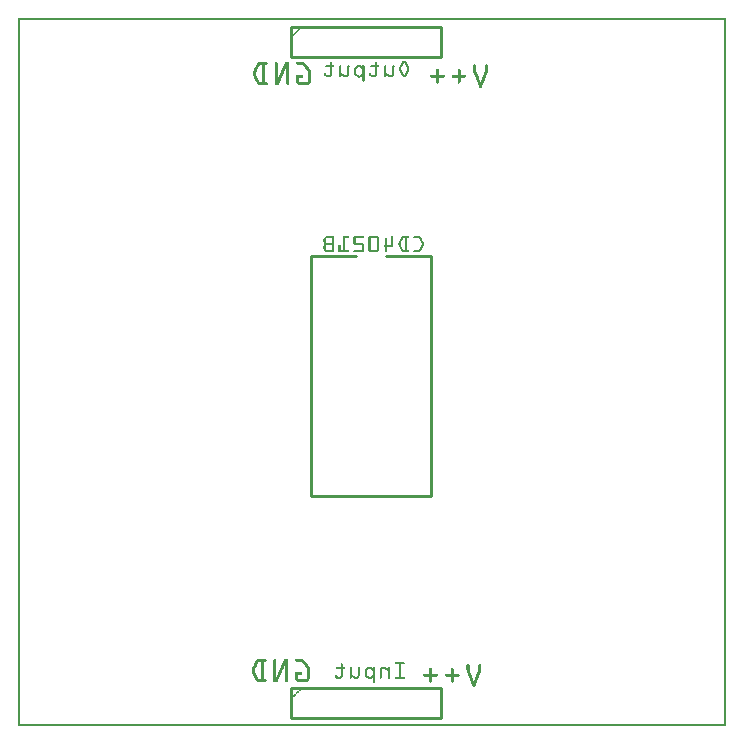
<source format=gbo>
G04 MADE WITH FRITZING*
G04 WWW.FRITZING.ORG*
G04 DOUBLE SIDED*
G04 HOLES PLATED*
G04 CONTOUR ON CENTER OF CONTOUR VECTOR*
%ASAXBY*%
%FSLAX23Y23*%
%MOIN*%
%OFA0B0*%
%SFA1.0B1.0*%
%ADD10C,0.010000*%
%ADD11R,0.001000X0.001000*%
%LNSILK0*%
G90*
G70*
G54D10*
X1377Y1567D02*
X1377Y767D01*
D02*
X1377Y767D02*
X977Y767D01*
D02*
X977Y767D02*
X977Y1567D01*
D02*
X1377Y1567D02*
X1227Y1567D01*
D02*
X1127Y1567D02*
X977Y1567D01*
D02*
X912Y127D02*
X1412Y127D01*
D02*
X1412Y127D02*
X1412Y27D01*
D02*
X1412Y27D02*
X912Y27D01*
D02*
X912Y27D02*
X912Y127D01*
D02*
X912Y2332D02*
X1412Y2332D01*
D02*
X1412Y2332D02*
X1412Y2232D01*
D02*
X1412Y2232D02*
X912Y2232D01*
D02*
X912Y2232D02*
X912Y2332D01*
G54D11*
X0Y2362D02*
X2361Y2362D01*
X0Y2361D02*
X2361Y2361D01*
X0Y2360D02*
X2361Y2360D01*
X0Y2359D02*
X2361Y2359D01*
X0Y2358D02*
X2361Y2358D01*
X0Y2357D02*
X2361Y2357D01*
X0Y2356D02*
X2361Y2356D01*
X0Y2355D02*
X2361Y2355D01*
X0Y2354D02*
X7Y2354D01*
X2354Y2354D02*
X2361Y2354D01*
X0Y2353D02*
X7Y2353D01*
X2354Y2353D02*
X2361Y2353D01*
X0Y2352D02*
X7Y2352D01*
X2354Y2352D02*
X2361Y2352D01*
X0Y2351D02*
X7Y2351D01*
X2354Y2351D02*
X2361Y2351D01*
X0Y2350D02*
X7Y2350D01*
X2354Y2350D02*
X2361Y2350D01*
X0Y2349D02*
X7Y2349D01*
X2354Y2349D02*
X2361Y2349D01*
X0Y2348D02*
X7Y2348D01*
X2354Y2348D02*
X2361Y2348D01*
X0Y2347D02*
X7Y2347D01*
X2354Y2347D02*
X2361Y2347D01*
X0Y2346D02*
X7Y2346D01*
X2354Y2346D02*
X2361Y2346D01*
X0Y2345D02*
X7Y2345D01*
X2354Y2345D02*
X2361Y2345D01*
X0Y2344D02*
X7Y2344D01*
X2354Y2344D02*
X2361Y2344D01*
X0Y2343D02*
X7Y2343D01*
X2354Y2343D02*
X2361Y2343D01*
X0Y2342D02*
X7Y2342D01*
X2354Y2342D02*
X2361Y2342D01*
X0Y2341D02*
X7Y2341D01*
X2354Y2341D02*
X2361Y2341D01*
X0Y2340D02*
X7Y2340D01*
X2354Y2340D02*
X2361Y2340D01*
X0Y2339D02*
X7Y2339D01*
X2354Y2339D02*
X2361Y2339D01*
X0Y2338D02*
X7Y2338D01*
X2354Y2338D02*
X2361Y2338D01*
X0Y2337D02*
X7Y2337D01*
X2354Y2337D02*
X2361Y2337D01*
X0Y2336D02*
X7Y2336D01*
X2354Y2336D02*
X2361Y2336D01*
X0Y2335D02*
X7Y2335D01*
X2354Y2335D02*
X2361Y2335D01*
X0Y2334D02*
X7Y2334D01*
X2354Y2334D02*
X2361Y2334D01*
X0Y2333D02*
X7Y2333D01*
X944Y2333D02*
X945Y2333D01*
X2354Y2333D02*
X2361Y2333D01*
X0Y2332D02*
X7Y2332D01*
X943Y2332D02*
X946Y2332D01*
X2354Y2332D02*
X2361Y2332D01*
X0Y2331D02*
X7Y2331D01*
X942Y2331D02*
X947Y2331D01*
X2354Y2331D02*
X2361Y2331D01*
X0Y2330D02*
X7Y2330D01*
X941Y2330D02*
X947Y2330D01*
X2354Y2330D02*
X2361Y2330D01*
X0Y2329D02*
X7Y2329D01*
X940Y2329D02*
X947Y2329D01*
X2354Y2329D02*
X2361Y2329D01*
X0Y2328D02*
X7Y2328D01*
X939Y2328D02*
X946Y2328D01*
X2354Y2328D02*
X2361Y2328D01*
X0Y2327D02*
X7Y2327D01*
X938Y2327D02*
X945Y2327D01*
X2354Y2327D02*
X2361Y2327D01*
X0Y2326D02*
X7Y2326D01*
X937Y2326D02*
X944Y2326D01*
X2354Y2326D02*
X2361Y2326D01*
X0Y2325D02*
X7Y2325D01*
X936Y2325D02*
X943Y2325D01*
X2354Y2325D02*
X2361Y2325D01*
X0Y2324D02*
X7Y2324D01*
X935Y2324D02*
X942Y2324D01*
X2354Y2324D02*
X2361Y2324D01*
X0Y2323D02*
X7Y2323D01*
X934Y2323D02*
X941Y2323D01*
X2354Y2323D02*
X2361Y2323D01*
X0Y2322D02*
X7Y2322D01*
X933Y2322D02*
X940Y2322D01*
X2354Y2322D02*
X2361Y2322D01*
X0Y2321D02*
X7Y2321D01*
X932Y2321D02*
X939Y2321D01*
X2354Y2321D02*
X2361Y2321D01*
X0Y2320D02*
X7Y2320D01*
X931Y2320D02*
X938Y2320D01*
X2354Y2320D02*
X2361Y2320D01*
X0Y2319D02*
X7Y2319D01*
X930Y2319D02*
X937Y2319D01*
X2354Y2319D02*
X2361Y2319D01*
X0Y2318D02*
X7Y2318D01*
X929Y2318D02*
X936Y2318D01*
X2354Y2318D02*
X2361Y2318D01*
X0Y2317D02*
X7Y2317D01*
X928Y2317D02*
X935Y2317D01*
X2354Y2317D02*
X2361Y2317D01*
X0Y2316D02*
X7Y2316D01*
X927Y2316D02*
X933Y2316D01*
X2354Y2316D02*
X2361Y2316D01*
X0Y2315D02*
X7Y2315D01*
X926Y2315D02*
X932Y2315D01*
X2354Y2315D02*
X2361Y2315D01*
X0Y2314D02*
X7Y2314D01*
X925Y2314D02*
X931Y2314D01*
X2354Y2314D02*
X2361Y2314D01*
X0Y2313D02*
X7Y2313D01*
X924Y2313D02*
X930Y2313D01*
X2354Y2313D02*
X2361Y2313D01*
X0Y2312D02*
X7Y2312D01*
X923Y2312D02*
X929Y2312D01*
X2354Y2312D02*
X2361Y2312D01*
X0Y2311D02*
X7Y2311D01*
X922Y2311D02*
X928Y2311D01*
X2354Y2311D02*
X2361Y2311D01*
X0Y2310D02*
X7Y2310D01*
X921Y2310D02*
X927Y2310D01*
X2354Y2310D02*
X2361Y2310D01*
X0Y2309D02*
X7Y2309D01*
X920Y2309D02*
X926Y2309D01*
X2354Y2309D02*
X2361Y2309D01*
X0Y2308D02*
X7Y2308D01*
X919Y2308D02*
X926Y2308D01*
X2354Y2308D02*
X2361Y2308D01*
X0Y2307D02*
X7Y2307D01*
X918Y2307D02*
X925Y2307D01*
X2354Y2307D02*
X2361Y2307D01*
X0Y2306D02*
X7Y2306D01*
X917Y2306D02*
X924Y2306D01*
X2354Y2306D02*
X2361Y2306D01*
X0Y2305D02*
X7Y2305D01*
X916Y2305D02*
X923Y2305D01*
X2354Y2305D02*
X2361Y2305D01*
X0Y2304D02*
X7Y2304D01*
X915Y2304D02*
X922Y2304D01*
X2354Y2304D02*
X2361Y2304D01*
X0Y2303D02*
X7Y2303D01*
X914Y2303D02*
X921Y2303D01*
X2354Y2303D02*
X2361Y2303D01*
X0Y2302D02*
X7Y2302D01*
X913Y2302D02*
X920Y2302D01*
X2354Y2302D02*
X2361Y2302D01*
X0Y2301D02*
X7Y2301D01*
X912Y2301D02*
X919Y2301D01*
X2354Y2301D02*
X2361Y2301D01*
X0Y2300D02*
X7Y2300D01*
X911Y2300D02*
X918Y2300D01*
X2354Y2300D02*
X2361Y2300D01*
X0Y2299D02*
X7Y2299D01*
X910Y2299D02*
X917Y2299D01*
X2354Y2299D02*
X2361Y2299D01*
X0Y2298D02*
X7Y2298D01*
X911Y2298D02*
X916Y2298D01*
X2354Y2298D02*
X2361Y2298D01*
X0Y2297D02*
X7Y2297D01*
X912Y2297D02*
X915Y2297D01*
X2354Y2297D02*
X2361Y2297D01*
X0Y2296D02*
X7Y2296D01*
X913Y2296D02*
X914Y2296D01*
X2354Y2296D02*
X2361Y2296D01*
X0Y2295D02*
X7Y2295D01*
X2354Y2295D02*
X2361Y2295D01*
X0Y2294D02*
X7Y2294D01*
X2354Y2294D02*
X2361Y2294D01*
X0Y2293D02*
X7Y2293D01*
X2354Y2293D02*
X2361Y2293D01*
X0Y2292D02*
X7Y2292D01*
X2354Y2292D02*
X2361Y2292D01*
X0Y2291D02*
X7Y2291D01*
X2354Y2291D02*
X2361Y2291D01*
X0Y2290D02*
X7Y2290D01*
X2354Y2290D02*
X2361Y2290D01*
X0Y2289D02*
X7Y2289D01*
X2354Y2289D02*
X2361Y2289D01*
X0Y2288D02*
X7Y2288D01*
X2354Y2288D02*
X2361Y2288D01*
X0Y2287D02*
X7Y2287D01*
X2354Y2287D02*
X2361Y2287D01*
X0Y2286D02*
X7Y2286D01*
X2354Y2286D02*
X2361Y2286D01*
X0Y2285D02*
X7Y2285D01*
X2354Y2285D02*
X2361Y2285D01*
X0Y2284D02*
X7Y2284D01*
X2354Y2284D02*
X2361Y2284D01*
X0Y2283D02*
X7Y2283D01*
X2354Y2283D02*
X2361Y2283D01*
X0Y2282D02*
X7Y2282D01*
X2354Y2282D02*
X2361Y2282D01*
X0Y2281D02*
X7Y2281D01*
X2354Y2281D02*
X2361Y2281D01*
X0Y2280D02*
X7Y2280D01*
X2354Y2280D02*
X2361Y2280D01*
X0Y2279D02*
X7Y2279D01*
X2354Y2279D02*
X2361Y2279D01*
X0Y2278D02*
X7Y2278D01*
X2354Y2278D02*
X2361Y2278D01*
X0Y2277D02*
X7Y2277D01*
X2354Y2277D02*
X2361Y2277D01*
X0Y2276D02*
X7Y2276D01*
X2354Y2276D02*
X2361Y2276D01*
X0Y2275D02*
X7Y2275D01*
X2354Y2275D02*
X2361Y2275D01*
X0Y2274D02*
X7Y2274D01*
X2354Y2274D02*
X2361Y2274D01*
X0Y2273D02*
X7Y2273D01*
X2354Y2273D02*
X2361Y2273D01*
X0Y2272D02*
X7Y2272D01*
X2354Y2272D02*
X2361Y2272D01*
X0Y2271D02*
X7Y2271D01*
X2354Y2271D02*
X2361Y2271D01*
X0Y2270D02*
X7Y2270D01*
X2354Y2270D02*
X2361Y2270D01*
X0Y2269D02*
X7Y2269D01*
X2354Y2269D02*
X2361Y2269D01*
X0Y2268D02*
X7Y2268D01*
X2354Y2268D02*
X2361Y2268D01*
X0Y2267D02*
X7Y2267D01*
X2354Y2267D02*
X2361Y2267D01*
X0Y2266D02*
X7Y2266D01*
X2354Y2266D02*
X2361Y2266D01*
X0Y2265D02*
X7Y2265D01*
X2354Y2265D02*
X2361Y2265D01*
X0Y2264D02*
X7Y2264D01*
X2354Y2264D02*
X2361Y2264D01*
X0Y2263D02*
X7Y2263D01*
X2354Y2263D02*
X2361Y2263D01*
X0Y2262D02*
X7Y2262D01*
X2354Y2262D02*
X2361Y2262D01*
X0Y2261D02*
X7Y2261D01*
X2354Y2261D02*
X2361Y2261D01*
X0Y2260D02*
X7Y2260D01*
X2354Y2260D02*
X2361Y2260D01*
X0Y2259D02*
X7Y2259D01*
X2354Y2259D02*
X2361Y2259D01*
X0Y2258D02*
X7Y2258D01*
X2354Y2258D02*
X2361Y2258D01*
X0Y2257D02*
X7Y2257D01*
X2354Y2257D02*
X2361Y2257D01*
X0Y2256D02*
X7Y2256D01*
X2354Y2256D02*
X2361Y2256D01*
X0Y2255D02*
X7Y2255D01*
X2354Y2255D02*
X2361Y2255D01*
X0Y2254D02*
X7Y2254D01*
X2354Y2254D02*
X2361Y2254D01*
X0Y2253D02*
X7Y2253D01*
X2354Y2253D02*
X2361Y2253D01*
X0Y2252D02*
X7Y2252D01*
X2354Y2252D02*
X2361Y2252D01*
X0Y2251D02*
X7Y2251D01*
X2354Y2251D02*
X2361Y2251D01*
X0Y2250D02*
X7Y2250D01*
X2354Y2250D02*
X2361Y2250D01*
X0Y2249D02*
X7Y2249D01*
X2354Y2249D02*
X2361Y2249D01*
X0Y2248D02*
X7Y2248D01*
X2354Y2248D02*
X2361Y2248D01*
X0Y2247D02*
X7Y2247D01*
X2354Y2247D02*
X2361Y2247D01*
X0Y2246D02*
X7Y2246D01*
X2354Y2246D02*
X2361Y2246D01*
X0Y2245D02*
X7Y2245D01*
X2354Y2245D02*
X2361Y2245D01*
X0Y2244D02*
X7Y2244D01*
X2354Y2244D02*
X2361Y2244D01*
X0Y2243D02*
X7Y2243D01*
X2354Y2243D02*
X2361Y2243D01*
X0Y2242D02*
X7Y2242D01*
X2354Y2242D02*
X2361Y2242D01*
X0Y2241D02*
X7Y2241D01*
X2354Y2241D02*
X2361Y2241D01*
X0Y2240D02*
X7Y2240D01*
X2354Y2240D02*
X2361Y2240D01*
X0Y2239D02*
X7Y2239D01*
X2354Y2239D02*
X2361Y2239D01*
X0Y2238D02*
X7Y2238D01*
X2354Y2238D02*
X2361Y2238D01*
X0Y2237D02*
X7Y2237D01*
X2354Y2237D02*
X2361Y2237D01*
X0Y2236D02*
X7Y2236D01*
X2354Y2236D02*
X2361Y2236D01*
X0Y2235D02*
X7Y2235D01*
X2354Y2235D02*
X2361Y2235D01*
X0Y2234D02*
X7Y2234D01*
X2354Y2234D02*
X2361Y2234D01*
X0Y2233D02*
X7Y2233D01*
X2354Y2233D02*
X2361Y2233D01*
X0Y2232D02*
X7Y2232D01*
X2354Y2232D02*
X2361Y2232D01*
X0Y2231D02*
X7Y2231D01*
X2354Y2231D02*
X2361Y2231D01*
X0Y2230D02*
X7Y2230D01*
X2354Y2230D02*
X2361Y2230D01*
X0Y2229D02*
X7Y2229D01*
X2354Y2229D02*
X2361Y2229D01*
X0Y2228D02*
X7Y2228D01*
X2354Y2228D02*
X2361Y2228D01*
X0Y2227D02*
X7Y2227D01*
X2354Y2227D02*
X2361Y2227D01*
X0Y2226D02*
X7Y2226D01*
X2354Y2226D02*
X2361Y2226D01*
X0Y2225D02*
X7Y2225D01*
X2354Y2225D02*
X2361Y2225D01*
X0Y2224D02*
X7Y2224D01*
X2354Y2224D02*
X2361Y2224D01*
X0Y2223D02*
X7Y2223D01*
X2354Y2223D02*
X2361Y2223D01*
X0Y2222D02*
X7Y2222D01*
X2354Y2222D02*
X2361Y2222D01*
X0Y2221D02*
X7Y2221D01*
X2354Y2221D02*
X2361Y2221D01*
X0Y2220D02*
X7Y2220D01*
X2354Y2220D02*
X2361Y2220D01*
X0Y2219D02*
X7Y2219D01*
X2354Y2219D02*
X2361Y2219D01*
X0Y2218D02*
X7Y2218D01*
X1286Y2218D02*
X1290Y2218D01*
X2354Y2218D02*
X2361Y2218D01*
X0Y2217D02*
X7Y2217D01*
X1284Y2217D02*
X1292Y2217D01*
X2354Y2217D02*
X2361Y2217D01*
X0Y2216D02*
X7Y2216D01*
X1282Y2216D02*
X1293Y2216D01*
X2354Y2216D02*
X2361Y2216D01*
X0Y2215D02*
X7Y2215D01*
X809Y2215D02*
X828Y2215D01*
X892Y2215D02*
X904Y2215D01*
X932Y2215D02*
X947Y2215D01*
X1044Y2215D02*
X1046Y2215D01*
X1194Y2215D02*
X1196Y2215D01*
X1281Y2215D02*
X1294Y2215D01*
X2354Y2215D02*
X2361Y2215D01*
X0Y2214D02*
X7Y2214D01*
X804Y2214D02*
X830Y2214D01*
X858Y2214D02*
X863Y2214D01*
X892Y2214D02*
X904Y2214D01*
X930Y2214D02*
X952Y2214D01*
X1042Y2214D02*
X1047Y2214D01*
X1192Y2214D02*
X1197Y2214D01*
X1281Y2214D02*
X1295Y2214D01*
X2354Y2214D02*
X2361Y2214D01*
X0Y2213D02*
X7Y2213D01*
X802Y2213D02*
X831Y2213D01*
X857Y2213D02*
X864Y2213D01*
X891Y2213D02*
X904Y2213D01*
X929Y2213D02*
X954Y2213D01*
X1042Y2213D02*
X1047Y2213D01*
X1192Y2213D02*
X1197Y2213D01*
X1280Y2213D02*
X1296Y2213D01*
X2354Y2213D02*
X2361Y2213D01*
X0Y2212D02*
X7Y2212D01*
X801Y2212D02*
X832Y2212D01*
X856Y2212D02*
X864Y2212D01*
X891Y2212D02*
X904Y2212D01*
X928Y2212D02*
X956Y2212D01*
X1042Y2212D02*
X1048Y2212D01*
X1192Y2212D02*
X1198Y2212D01*
X1279Y2212D02*
X1296Y2212D01*
X2354Y2212D02*
X2361Y2212D01*
X0Y2211D02*
X7Y2211D01*
X800Y2211D02*
X832Y2211D01*
X856Y2211D02*
X864Y2211D01*
X890Y2211D02*
X904Y2211D01*
X928Y2211D02*
X957Y2211D01*
X1042Y2211D02*
X1048Y2211D01*
X1192Y2211D02*
X1198Y2211D01*
X1279Y2211D02*
X1286Y2211D01*
X1289Y2211D02*
X1297Y2211D01*
X2354Y2211D02*
X2361Y2211D01*
X0Y2210D02*
X7Y2210D01*
X799Y2210D02*
X832Y2210D01*
X856Y2210D02*
X865Y2210D01*
X890Y2210D02*
X904Y2210D01*
X928Y2210D02*
X958Y2210D01*
X1042Y2210D02*
X1048Y2210D01*
X1192Y2210D02*
X1198Y2210D01*
X1278Y2210D02*
X1285Y2210D01*
X1290Y2210D02*
X1297Y2210D01*
X2354Y2210D02*
X2361Y2210D01*
X0Y2209D02*
X7Y2209D01*
X798Y2209D02*
X832Y2209D01*
X856Y2209D02*
X865Y2209D01*
X889Y2209D02*
X904Y2209D01*
X928Y2209D02*
X959Y2209D01*
X1042Y2209D02*
X1048Y2209D01*
X1192Y2209D02*
X1198Y2209D01*
X1278Y2209D02*
X1285Y2209D01*
X1291Y2209D02*
X1298Y2209D01*
X2354Y2209D02*
X2361Y2209D01*
X0Y2208D02*
X7Y2208D01*
X797Y2208D02*
X832Y2208D01*
X856Y2208D02*
X865Y2208D01*
X889Y2208D02*
X904Y2208D01*
X928Y2208D02*
X960Y2208D01*
X1042Y2208D02*
X1048Y2208D01*
X1192Y2208D02*
X1198Y2208D01*
X1277Y2208D02*
X1284Y2208D01*
X1291Y2208D02*
X1298Y2208D01*
X2354Y2208D02*
X2361Y2208D01*
X0Y2207D02*
X7Y2207D01*
X796Y2207D02*
X831Y2207D01*
X856Y2207D02*
X865Y2207D01*
X889Y2207D02*
X904Y2207D01*
X929Y2207D02*
X960Y2207D01*
X1042Y2207D02*
X1048Y2207D01*
X1192Y2207D02*
X1198Y2207D01*
X1277Y2207D02*
X1284Y2207D01*
X1292Y2207D02*
X1299Y2207D01*
X2354Y2207D02*
X2361Y2207D01*
X0Y2206D02*
X7Y2206D01*
X796Y2206D02*
X830Y2206D01*
X856Y2206D02*
X865Y2206D01*
X888Y2206D02*
X904Y2206D01*
X930Y2206D02*
X961Y2206D01*
X1042Y2206D02*
X1048Y2206D01*
X1192Y2206D02*
X1198Y2206D01*
X1276Y2206D02*
X1283Y2206D01*
X1292Y2206D02*
X1299Y2206D01*
X1521Y2206D02*
X1524Y2206D01*
X1560Y2206D02*
X1564Y2206D01*
X2354Y2206D02*
X2361Y2206D01*
X0Y2205D02*
X7Y2205D01*
X795Y2205D02*
X828Y2205D01*
X856Y2205D02*
X865Y2205D01*
X888Y2205D02*
X904Y2205D01*
X932Y2205D02*
X962Y2205D01*
X1042Y2205D02*
X1048Y2205D01*
X1137Y2205D02*
X1139Y2205D01*
X1192Y2205D02*
X1198Y2205D01*
X1276Y2205D02*
X1283Y2205D01*
X1293Y2205D02*
X1300Y2205D01*
X1519Y2205D02*
X1526Y2205D01*
X1559Y2205D02*
X1565Y2205D01*
X2354Y2205D02*
X2361Y2205D01*
X0Y2204D02*
X7Y2204D01*
X795Y2204D02*
X806Y2204D01*
X813Y2204D02*
X822Y2204D01*
X856Y2204D02*
X865Y2204D01*
X887Y2204D02*
X904Y2204D01*
X950Y2204D02*
X963Y2204D01*
X1042Y2204D02*
X1048Y2204D01*
X1133Y2204D02*
X1142Y2204D01*
X1150Y2204D02*
X1153Y2204D01*
X1192Y2204D02*
X1198Y2204D01*
X1275Y2204D02*
X1282Y2204D01*
X1293Y2204D02*
X1300Y2204D01*
X1519Y2204D02*
X1526Y2204D01*
X1558Y2204D02*
X1566Y2204D01*
X2354Y2204D02*
X2361Y2204D01*
X0Y2203D02*
X7Y2203D01*
X794Y2203D02*
X805Y2203D01*
X813Y2203D02*
X822Y2203D01*
X856Y2203D02*
X865Y2203D01*
X887Y2203D02*
X904Y2203D01*
X951Y2203D02*
X963Y2203D01*
X1026Y2203D02*
X1053Y2203D01*
X1073Y2203D02*
X1075Y2203D01*
X1100Y2203D02*
X1103Y2203D01*
X1131Y2203D02*
X1144Y2203D01*
X1149Y2203D02*
X1154Y2203D01*
X1176Y2203D02*
X1203Y2203D01*
X1223Y2203D02*
X1225Y2203D01*
X1250Y2203D02*
X1253Y2203D01*
X1275Y2203D02*
X1282Y2203D01*
X1294Y2203D02*
X1301Y2203D01*
X1518Y2203D02*
X1527Y2203D01*
X1558Y2203D02*
X1566Y2203D01*
X2354Y2203D02*
X2361Y2203D01*
X0Y2202D02*
X7Y2202D01*
X794Y2202D02*
X804Y2202D01*
X813Y2202D02*
X822Y2202D01*
X856Y2202D02*
X865Y2202D01*
X886Y2202D02*
X904Y2202D01*
X952Y2202D02*
X964Y2202D01*
X1025Y2202D02*
X1054Y2202D01*
X1072Y2202D02*
X1076Y2202D01*
X1099Y2202D02*
X1104Y2202D01*
X1130Y2202D02*
X1145Y2202D01*
X1149Y2202D02*
X1154Y2202D01*
X1175Y2202D02*
X1204Y2202D01*
X1222Y2202D02*
X1226Y2202D01*
X1249Y2202D02*
X1254Y2202D01*
X1274Y2202D02*
X1281Y2202D01*
X1294Y2202D02*
X1301Y2202D01*
X1518Y2202D02*
X1527Y2202D01*
X1558Y2202D02*
X1567Y2202D01*
X2354Y2202D02*
X2361Y2202D01*
X0Y2201D02*
X7Y2201D01*
X793Y2201D02*
X804Y2201D01*
X813Y2201D02*
X822Y2201D01*
X856Y2201D02*
X865Y2201D01*
X886Y2201D02*
X904Y2201D01*
X953Y2201D02*
X965Y2201D01*
X1025Y2201D02*
X1054Y2201D01*
X1071Y2201D02*
X1077Y2201D01*
X1099Y2201D02*
X1104Y2201D01*
X1129Y2201D02*
X1146Y2201D01*
X1149Y2201D02*
X1155Y2201D01*
X1175Y2201D02*
X1204Y2201D01*
X1221Y2201D02*
X1227Y2201D01*
X1249Y2201D02*
X1254Y2201D01*
X1274Y2201D02*
X1281Y2201D01*
X1295Y2201D02*
X1302Y2201D01*
X1518Y2201D02*
X1527Y2201D01*
X1558Y2201D02*
X1567Y2201D01*
X2354Y2201D02*
X2361Y2201D01*
X0Y2200D02*
X7Y2200D01*
X793Y2200D02*
X803Y2200D01*
X813Y2200D02*
X822Y2200D01*
X856Y2200D02*
X865Y2200D01*
X885Y2200D02*
X904Y2200D01*
X954Y2200D02*
X966Y2200D01*
X1025Y2200D02*
X1054Y2200D01*
X1071Y2200D02*
X1077Y2200D01*
X1099Y2200D02*
X1105Y2200D01*
X1128Y2200D02*
X1155Y2200D01*
X1175Y2200D02*
X1204Y2200D01*
X1221Y2200D02*
X1227Y2200D01*
X1249Y2200D02*
X1255Y2200D01*
X1273Y2200D02*
X1280Y2200D01*
X1295Y2200D02*
X1302Y2200D01*
X1518Y2200D02*
X1527Y2200D01*
X1558Y2200D02*
X1567Y2200D01*
X2354Y2200D02*
X2361Y2200D01*
X0Y2199D02*
X7Y2199D01*
X792Y2199D02*
X803Y2199D01*
X813Y2199D02*
X822Y2199D01*
X856Y2199D02*
X865Y2199D01*
X885Y2199D02*
X904Y2199D01*
X955Y2199D02*
X966Y2199D01*
X1025Y2199D02*
X1054Y2199D01*
X1071Y2199D02*
X1077Y2199D01*
X1099Y2199D02*
X1105Y2199D01*
X1126Y2199D02*
X1155Y2199D01*
X1175Y2199D02*
X1204Y2199D01*
X1221Y2199D02*
X1227Y2199D01*
X1249Y2199D02*
X1254Y2199D01*
X1273Y2199D02*
X1280Y2199D01*
X1296Y2199D02*
X1303Y2199D01*
X1518Y2199D02*
X1527Y2199D01*
X1558Y2199D02*
X1567Y2199D01*
X2354Y2199D02*
X2361Y2199D01*
X0Y2198D02*
X7Y2198D01*
X792Y2198D02*
X802Y2198D01*
X813Y2198D02*
X822Y2198D01*
X856Y2198D02*
X865Y2198D01*
X885Y2198D02*
X904Y2198D01*
X955Y2198D02*
X967Y2198D01*
X1025Y2198D02*
X1054Y2198D01*
X1071Y2198D02*
X1077Y2198D01*
X1099Y2198D02*
X1104Y2198D01*
X1125Y2198D02*
X1136Y2198D01*
X1139Y2198D02*
X1155Y2198D01*
X1175Y2198D02*
X1204Y2198D01*
X1221Y2198D02*
X1227Y2198D01*
X1248Y2198D02*
X1254Y2198D01*
X1273Y2198D02*
X1279Y2198D01*
X1296Y2198D02*
X1303Y2198D01*
X1518Y2198D02*
X1527Y2198D01*
X1558Y2198D02*
X1567Y2198D01*
X2354Y2198D02*
X2361Y2198D01*
X0Y2197D02*
X7Y2197D01*
X791Y2197D02*
X802Y2197D01*
X813Y2197D02*
X822Y2197D01*
X856Y2197D02*
X865Y2197D01*
X884Y2197D02*
X904Y2197D01*
X956Y2197D02*
X968Y2197D01*
X1026Y2197D02*
X1053Y2197D01*
X1071Y2197D02*
X1077Y2197D01*
X1098Y2197D02*
X1104Y2197D01*
X1124Y2197D02*
X1134Y2197D01*
X1141Y2197D02*
X1155Y2197D01*
X1176Y2197D02*
X1203Y2197D01*
X1221Y2197D02*
X1227Y2197D01*
X1248Y2197D02*
X1254Y2197D01*
X1272Y2197D02*
X1279Y2197D01*
X1297Y2197D02*
X1303Y2197D01*
X1518Y2197D02*
X1527Y2197D01*
X1558Y2197D02*
X1567Y2197D01*
X2354Y2197D02*
X2361Y2197D01*
X0Y2196D02*
X7Y2196D01*
X791Y2196D02*
X801Y2196D01*
X813Y2196D02*
X822Y2196D01*
X856Y2196D02*
X865Y2196D01*
X884Y2196D02*
X904Y2196D01*
X957Y2196D02*
X969Y2196D01*
X1042Y2196D02*
X1048Y2196D01*
X1071Y2196D02*
X1077Y2196D01*
X1098Y2196D02*
X1104Y2196D01*
X1123Y2196D02*
X1133Y2196D01*
X1142Y2196D02*
X1155Y2196D01*
X1192Y2196D02*
X1198Y2196D01*
X1221Y2196D02*
X1227Y2196D01*
X1248Y2196D02*
X1254Y2196D01*
X1272Y2196D02*
X1278Y2196D01*
X1297Y2196D02*
X1304Y2196D01*
X1518Y2196D02*
X1527Y2196D01*
X1558Y2196D02*
X1567Y2196D01*
X2354Y2196D02*
X2361Y2196D01*
X0Y2195D02*
X7Y2195D01*
X790Y2195D02*
X801Y2195D01*
X813Y2195D02*
X822Y2195D01*
X856Y2195D02*
X865Y2195D01*
X883Y2195D02*
X893Y2195D01*
X895Y2195D02*
X904Y2195D01*
X958Y2195D02*
X970Y2195D01*
X1042Y2195D02*
X1048Y2195D01*
X1071Y2195D02*
X1077Y2195D01*
X1098Y2195D02*
X1104Y2195D01*
X1123Y2195D02*
X1132Y2195D01*
X1143Y2195D02*
X1155Y2195D01*
X1192Y2195D02*
X1198Y2195D01*
X1221Y2195D02*
X1227Y2195D01*
X1248Y2195D02*
X1254Y2195D01*
X1271Y2195D02*
X1278Y2195D01*
X1298Y2195D02*
X1304Y2195D01*
X1518Y2195D02*
X1527Y2195D01*
X1558Y2195D02*
X1567Y2195D01*
X2354Y2195D02*
X2361Y2195D01*
X0Y2194D02*
X7Y2194D01*
X790Y2194D02*
X800Y2194D01*
X813Y2194D02*
X822Y2194D01*
X856Y2194D02*
X865Y2194D01*
X883Y2194D02*
X893Y2194D01*
X895Y2194D02*
X904Y2194D01*
X959Y2194D02*
X970Y2194D01*
X1042Y2194D02*
X1048Y2194D01*
X1071Y2194D02*
X1077Y2194D01*
X1098Y2194D02*
X1104Y2194D01*
X1122Y2194D02*
X1130Y2194D01*
X1144Y2194D02*
X1155Y2194D01*
X1192Y2194D02*
X1198Y2194D01*
X1221Y2194D02*
X1227Y2194D01*
X1248Y2194D02*
X1254Y2194D01*
X1271Y2194D02*
X1277Y2194D01*
X1298Y2194D02*
X1304Y2194D01*
X1518Y2194D02*
X1527Y2194D01*
X1558Y2194D02*
X1567Y2194D01*
X2354Y2194D02*
X2361Y2194D01*
X0Y2193D02*
X7Y2193D01*
X789Y2193D02*
X800Y2193D01*
X813Y2193D02*
X822Y2193D01*
X856Y2193D02*
X865Y2193D01*
X882Y2193D02*
X892Y2193D01*
X895Y2193D02*
X904Y2193D01*
X959Y2193D02*
X971Y2193D01*
X1042Y2193D02*
X1048Y2193D01*
X1071Y2193D02*
X1077Y2193D01*
X1098Y2193D02*
X1104Y2193D01*
X1122Y2193D02*
X1129Y2193D01*
X1145Y2193D02*
X1155Y2193D01*
X1192Y2193D02*
X1198Y2193D01*
X1221Y2193D02*
X1227Y2193D01*
X1248Y2193D02*
X1254Y2193D01*
X1271Y2193D02*
X1277Y2193D01*
X1298Y2193D02*
X1304Y2193D01*
X1518Y2193D02*
X1527Y2193D01*
X1558Y2193D02*
X1567Y2193D01*
X2354Y2193D02*
X2361Y2193D01*
X0Y2192D02*
X7Y2192D01*
X789Y2192D02*
X799Y2192D01*
X813Y2192D02*
X822Y2192D01*
X856Y2192D02*
X865Y2192D01*
X882Y2192D02*
X892Y2192D01*
X895Y2192D02*
X904Y2192D01*
X960Y2192D02*
X972Y2192D01*
X1042Y2192D02*
X1048Y2192D01*
X1071Y2192D02*
X1077Y2192D01*
X1098Y2192D02*
X1104Y2192D01*
X1121Y2192D02*
X1128Y2192D01*
X1146Y2192D02*
X1155Y2192D01*
X1192Y2192D02*
X1198Y2192D01*
X1221Y2192D02*
X1227Y2192D01*
X1248Y2192D02*
X1254Y2192D01*
X1271Y2192D02*
X1277Y2192D01*
X1298Y2192D02*
X1304Y2192D01*
X1397Y2192D02*
X1400Y2192D01*
X1469Y2192D02*
X1472Y2192D01*
X1518Y2192D02*
X1527Y2192D01*
X1558Y2192D02*
X1567Y2192D01*
X2354Y2192D02*
X2361Y2192D01*
X0Y2191D02*
X7Y2191D01*
X788Y2191D02*
X799Y2191D01*
X813Y2191D02*
X822Y2191D01*
X856Y2191D02*
X865Y2191D01*
X881Y2191D02*
X892Y2191D01*
X895Y2191D02*
X904Y2191D01*
X961Y2191D02*
X973Y2191D01*
X1042Y2191D02*
X1048Y2191D01*
X1071Y2191D02*
X1077Y2191D01*
X1098Y2191D02*
X1104Y2191D01*
X1121Y2191D02*
X1127Y2191D01*
X1147Y2191D02*
X1155Y2191D01*
X1192Y2191D02*
X1198Y2191D01*
X1221Y2191D02*
X1227Y2191D01*
X1248Y2191D02*
X1254Y2191D01*
X1271Y2191D02*
X1277Y2191D01*
X1298Y2191D02*
X1304Y2191D01*
X1395Y2191D02*
X1401Y2191D01*
X1467Y2191D02*
X1473Y2191D01*
X1518Y2191D02*
X1527Y2191D01*
X1558Y2191D02*
X1567Y2191D01*
X2354Y2191D02*
X2361Y2191D01*
X0Y2190D02*
X7Y2190D01*
X788Y2190D02*
X798Y2190D01*
X813Y2190D02*
X822Y2190D01*
X856Y2190D02*
X865Y2190D01*
X881Y2190D02*
X891Y2190D01*
X895Y2190D02*
X904Y2190D01*
X962Y2190D02*
X973Y2190D01*
X1042Y2190D02*
X1048Y2190D01*
X1071Y2190D02*
X1077Y2190D01*
X1098Y2190D02*
X1104Y2190D01*
X1121Y2190D02*
X1127Y2190D01*
X1148Y2190D02*
X1155Y2190D01*
X1192Y2190D02*
X1198Y2190D01*
X1221Y2190D02*
X1227Y2190D01*
X1248Y2190D02*
X1254Y2190D01*
X1271Y2190D02*
X1277Y2190D01*
X1298Y2190D02*
X1304Y2190D01*
X1395Y2190D02*
X1402Y2190D01*
X1467Y2190D02*
X1474Y2190D01*
X1518Y2190D02*
X1527Y2190D01*
X1558Y2190D02*
X1567Y2190D01*
X2354Y2190D02*
X2361Y2190D01*
X0Y2189D02*
X7Y2189D01*
X787Y2189D02*
X798Y2189D01*
X813Y2189D02*
X822Y2189D01*
X856Y2189D02*
X865Y2189D01*
X881Y2189D02*
X891Y2189D01*
X895Y2189D02*
X904Y2189D01*
X962Y2189D02*
X974Y2189D01*
X1042Y2189D02*
X1048Y2189D01*
X1071Y2189D02*
X1077Y2189D01*
X1098Y2189D02*
X1104Y2189D01*
X1121Y2189D02*
X1127Y2189D01*
X1148Y2189D02*
X1155Y2189D01*
X1192Y2189D02*
X1198Y2189D01*
X1221Y2189D02*
X1227Y2189D01*
X1248Y2189D02*
X1254Y2189D01*
X1271Y2189D02*
X1277Y2189D01*
X1298Y2189D02*
X1304Y2189D01*
X1394Y2189D02*
X1403Y2189D01*
X1466Y2189D02*
X1475Y2189D01*
X1518Y2189D02*
X1527Y2189D01*
X1558Y2189D02*
X1567Y2189D01*
X2354Y2189D02*
X2361Y2189D01*
X0Y2188D02*
X7Y2188D01*
X787Y2188D02*
X797Y2188D01*
X813Y2188D02*
X822Y2188D01*
X856Y2188D02*
X865Y2188D01*
X880Y2188D02*
X890Y2188D01*
X895Y2188D02*
X904Y2188D01*
X963Y2188D02*
X974Y2188D01*
X1042Y2188D02*
X1048Y2188D01*
X1071Y2188D02*
X1077Y2188D01*
X1098Y2188D02*
X1104Y2188D01*
X1121Y2188D02*
X1127Y2188D01*
X1149Y2188D02*
X1155Y2188D01*
X1192Y2188D02*
X1198Y2188D01*
X1221Y2188D02*
X1227Y2188D01*
X1248Y2188D02*
X1254Y2188D01*
X1271Y2188D02*
X1278Y2188D01*
X1298Y2188D02*
X1304Y2188D01*
X1394Y2188D02*
X1403Y2188D01*
X1466Y2188D02*
X1475Y2188D01*
X1518Y2188D02*
X1527Y2188D01*
X1558Y2188D02*
X1567Y2188D01*
X2354Y2188D02*
X2361Y2188D01*
X0Y2187D02*
X7Y2187D01*
X786Y2187D02*
X797Y2187D01*
X813Y2187D02*
X822Y2187D01*
X856Y2187D02*
X865Y2187D01*
X880Y2187D02*
X890Y2187D01*
X895Y2187D02*
X904Y2187D01*
X964Y2187D02*
X975Y2187D01*
X1042Y2187D02*
X1048Y2187D01*
X1071Y2187D02*
X1077Y2187D01*
X1098Y2187D02*
X1104Y2187D01*
X1121Y2187D02*
X1127Y2187D01*
X1149Y2187D02*
X1155Y2187D01*
X1192Y2187D02*
X1198Y2187D01*
X1221Y2187D02*
X1227Y2187D01*
X1248Y2187D02*
X1254Y2187D01*
X1272Y2187D02*
X1278Y2187D01*
X1297Y2187D02*
X1304Y2187D01*
X1394Y2187D02*
X1403Y2187D01*
X1466Y2187D02*
X1475Y2187D01*
X1518Y2187D02*
X1527Y2187D01*
X1558Y2187D02*
X1567Y2187D01*
X2354Y2187D02*
X2361Y2187D01*
X0Y2186D02*
X7Y2186D01*
X786Y2186D02*
X796Y2186D01*
X813Y2186D02*
X822Y2186D01*
X856Y2186D02*
X865Y2186D01*
X879Y2186D02*
X889Y2186D01*
X895Y2186D02*
X904Y2186D01*
X965Y2186D02*
X975Y2186D01*
X1042Y2186D02*
X1048Y2186D01*
X1071Y2186D02*
X1077Y2186D01*
X1098Y2186D02*
X1104Y2186D01*
X1121Y2186D02*
X1127Y2186D01*
X1149Y2186D02*
X1155Y2186D01*
X1192Y2186D02*
X1198Y2186D01*
X1221Y2186D02*
X1227Y2186D01*
X1248Y2186D02*
X1254Y2186D01*
X1272Y2186D02*
X1279Y2186D01*
X1297Y2186D02*
X1304Y2186D01*
X1394Y2186D02*
X1403Y2186D01*
X1466Y2186D02*
X1475Y2186D01*
X1518Y2186D02*
X1527Y2186D01*
X1558Y2186D02*
X1567Y2186D01*
X2354Y2186D02*
X2361Y2186D01*
X0Y2185D02*
X7Y2185D01*
X785Y2185D02*
X796Y2185D01*
X813Y2185D02*
X822Y2185D01*
X856Y2185D02*
X865Y2185D01*
X879Y2185D02*
X889Y2185D01*
X895Y2185D02*
X904Y2185D01*
X965Y2185D02*
X976Y2185D01*
X1042Y2185D02*
X1048Y2185D01*
X1071Y2185D02*
X1077Y2185D01*
X1098Y2185D02*
X1104Y2185D01*
X1121Y2185D02*
X1127Y2185D01*
X1149Y2185D02*
X1155Y2185D01*
X1192Y2185D02*
X1198Y2185D01*
X1221Y2185D02*
X1227Y2185D01*
X1248Y2185D02*
X1254Y2185D01*
X1272Y2185D02*
X1279Y2185D01*
X1296Y2185D02*
X1303Y2185D01*
X1394Y2185D02*
X1403Y2185D01*
X1466Y2185D02*
X1475Y2185D01*
X1518Y2185D02*
X1527Y2185D01*
X1557Y2185D02*
X1567Y2185D01*
X2354Y2185D02*
X2361Y2185D01*
X0Y2184D02*
X7Y2184D01*
X785Y2184D02*
X795Y2184D01*
X813Y2184D02*
X822Y2184D01*
X856Y2184D02*
X865Y2184D01*
X878Y2184D02*
X889Y2184D01*
X895Y2184D02*
X904Y2184D01*
X966Y2184D02*
X976Y2184D01*
X1042Y2184D02*
X1048Y2184D01*
X1071Y2184D02*
X1077Y2184D01*
X1098Y2184D02*
X1104Y2184D01*
X1121Y2184D02*
X1127Y2184D01*
X1149Y2184D02*
X1155Y2184D01*
X1192Y2184D02*
X1198Y2184D01*
X1221Y2184D02*
X1227Y2184D01*
X1248Y2184D02*
X1254Y2184D01*
X1273Y2184D02*
X1280Y2184D01*
X1296Y2184D02*
X1303Y2184D01*
X1394Y2184D02*
X1403Y2184D01*
X1466Y2184D02*
X1475Y2184D01*
X1518Y2184D02*
X1528Y2184D01*
X1557Y2184D02*
X1567Y2184D01*
X2354Y2184D02*
X2361Y2184D01*
X0Y2183D02*
X7Y2183D01*
X785Y2183D02*
X795Y2183D01*
X813Y2183D02*
X822Y2183D01*
X856Y2183D02*
X865Y2183D01*
X878Y2183D02*
X888Y2183D01*
X895Y2183D02*
X904Y2183D01*
X967Y2183D02*
X976Y2183D01*
X1042Y2183D02*
X1048Y2183D01*
X1071Y2183D02*
X1077Y2183D01*
X1098Y2183D02*
X1104Y2183D01*
X1121Y2183D02*
X1127Y2183D01*
X1149Y2183D02*
X1155Y2183D01*
X1192Y2183D02*
X1198Y2183D01*
X1221Y2183D02*
X1227Y2183D01*
X1248Y2183D02*
X1254Y2183D01*
X1273Y2183D02*
X1280Y2183D01*
X1295Y2183D02*
X1302Y2183D01*
X1394Y2183D02*
X1403Y2183D01*
X1466Y2183D02*
X1475Y2183D01*
X1518Y2183D02*
X1528Y2183D01*
X1557Y2183D02*
X1566Y2183D01*
X2354Y2183D02*
X2361Y2183D01*
X0Y2182D02*
X7Y2182D01*
X784Y2182D02*
X794Y2182D01*
X813Y2182D02*
X822Y2182D01*
X856Y2182D02*
X865Y2182D01*
X878Y2182D02*
X888Y2182D01*
X895Y2182D02*
X904Y2182D01*
X967Y2182D02*
X976Y2182D01*
X1042Y2182D02*
X1048Y2182D01*
X1071Y2182D02*
X1077Y2182D01*
X1098Y2182D02*
X1104Y2182D01*
X1121Y2182D02*
X1127Y2182D01*
X1149Y2182D02*
X1155Y2182D01*
X1192Y2182D02*
X1198Y2182D01*
X1221Y2182D02*
X1227Y2182D01*
X1248Y2182D02*
X1254Y2182D01*
X1274Y2182D02*
X1281Y2182D01*
X1295Y2182D02*
X1302Y2182D01*
X1394Y2182D02*
X1403Y2182D01*
X1466Y2182D02*
X1475Y2182D01*
X1518Y2182D02*
X1528Y2182D01*
X1556Y2182D02*
X1566Y2182D01*
X2354Y2182D02*
X2361Y2182D01*
X0Y2181D02*
X7Y2181D01*
X784Y2181D02*
X794Y2181D01*
X813Y2181D02*
X822Y2181D01*
X856Y2181D02*
X865Y2181D01*
X877Y2181D02*
X887Y2181D01*
X895Y2181D02*
X904Y2181D01*
X967Y2181D02*
X976Y2181D01*
X1042Y2181D02*
X1048Y2181D01*
X1071Y2181D02*
X1077Y2181D01*
X1098Y2181D02*
X1104Y2181D01*
X1121Y2181D02*
X1127Y2181D01*
X1149Y2181D02*
X1155Y2181D01*
X1192Y2181D02*
X1198Y2181D01*
X1221Y2181D02*
X1227Y2181D01*
X1248Y2181D02*
X1254Y2181D01*
X1274Y2181D02*
X1281Y2181D01*
X1294Y2181D02*
X1301Y2181D01*
X1394Y2181D02*
X1403Y2181D01*
X1466Y2181D02*
X1475Y2181D01*
X1519Y2181D02*
X1529Y2181D01*
X1556Y2181D02*
X1566Y2181D01*
X2354Y2181D02*
X2361Y2181D01*
X0Y2180D02*
X7Y2180D01*
X784Y2180D02*
X793Y2180D01*
X813Y2180D02*
X822Y2180D01*
X856Y2180D02*
X865Y2180D01*
X877Y2180D02*
X887Y2180D01*
X895Y2180D02*
X904Y2180D01*
X967Y2180D02*
X976Y2180D01*
X1042Y2180D02*
X1048Y2180D01*
X1071Y2180D02*
X1077Y2180D01*
X1098Y2180D02*
X1104Y2180D01*
X1121Y2180D02*
X1127Y2180D01*
X1149Y2180D02*
X1155Y2180D01*
X1192Y2180D02*
X1198Y2180D01*
X1221Y2180D02*
X1227Y2180D01*
X1248Y2180D02*
X1254Y2180D01*
X1275Y2180D02*
X1282Y2180D01*
X1294Y2180D02*
X1301Y2180D01*
X1394Y2180D02*
X1403Y2180D01*
X1466Y2180D02*
X1475Y2180D01*
X1519Y2180D02*
X1529Y2180D01*
X1555Y2180D02*
X1565Y2180D01*
X2354Y2180D02*
X2361Y2180D01*
X0Y2179D02*
X7Y2179D01*
X784Y2179D02*
X793Y2179D01*
X813Y2179D02*
X822Y2179D01*
X856Y2179D02*
X865Y2179D01*
X876Y2179D02*
X886Y2179D01*
X895Y2179D02*
X904Y2179D01*
X967Y2179D02*
X976Y2179D01*
X1042Y2179D02*
X1048Y2179D01*
X1071Y2179D02*
X1077Y2179D01*
X1098Y2179D02*
X1104Y2179D01*
X1121Y2179D02*
X1127Y2179D01*
X1148Y2179D02*
X1155Y2179D01*
X1192Y2179D02*
X1198Y2179D01*
X1221Y2179D02*
X1227Y2179D01*
X1248Y2179D02*
X1254Y2179D01*
X1275Y2179D02*
X1282Y2179D01*
X1293Y2179D02*
X1300Y2179D01*
X1394Y2179D02*
X1403Y2179D01*
X1466Y2179D02*
X1475Y2179D01*
X1520Y2179D02*
X1529Y2179D01*
X1555Y2179D02*
X1565Y2179D01*
X2354Y2179D02*
X2361Y2179D01*
X0Y2178D02*
X7Y2178D01*
X784Y2178D02*
X793Y2178D01*
X813Y2178D02*
X822Y2178D01*
X856Y2178D02*
X865Y2178D01*
X876Y2178D02*
X886Y2178D01*
X895Y2178D02*
X904Y2178D01*
X967Y2178D02*
X976Y2178D01*
X1042Y2178D02*
X1048Y2178D01*
X1071Y2178D02*
X1078Y2178D01*
X1098Y2178D02*
X1104Y2178D01*
X1121Y2178D02*
X1127Y2178D01*
X1148Y2178D02*
X1155Y2178D01*
X1192Y2178D02*
X1198Y2178D01*
X1221Y2178D02*
X1228Y2178D01*
X1248Y2178D02*
X1254Y2178D01*
X1276Y2178D02*
X1283Y2178D01*
X1293Y2178D02*
X1300Y2178D01*
X1394Y2178D02*
X1403Y2178D01*
X1466Y2178D02*
X1475Y2178D01*
X1520Y2178D02*
X1530Y2178D01*
X1555Y2178D02*
X1564Y2178D01*
X2354Y2178D02*
X2361Y2178D01*
X0Y2177D02*
X7Y2177D01*
X784Y2177D02*
X793Y2177D01*
X813Y2177D02*
X822Y2177D01*
X856Y2177D02*
X865Y2177D01*
X875Y2177D02*
X885Y2177D01*
X895Y2177D02*
X904Y2177D01*
X967Y2177D02*
X976Y2177D01*
X1024Y2177D02*
X1024Y2177D01*
X1042Y2177D02*
X1048Y2177D01*
X1071Y2177D02*
X1079Y2177D01*
X1098Y2177D02*
X1104Y2177D01*
X1121Y2177D02*
X1127Y2177D01*
X1148Y2177D02*
X1155Y2177D01*
X1174Y2177D02*
X1174Y2177D01*
X1192Y2177D02*
X1198Y2177D01*
X1221Y2177D02*
X1229Y2177D01*
X1248Y2177D02*
X1254Y2177D01*
X1276Y2177D02*
X1283Y2177D01*
X1292Y2177D02*
X1299Y2177D01*
X1394Y2177D02*
X1403Y2177D01*
X1466Y2177D02*
X1475Y2177D01*
X1520Y2177D02*
X1530Y2177D01*
X1554Y2177D02*
X1564Y2177D01*
X2354Y2177D02*
X2361Y2177D01*
X0Y2176D02*
X7Y2176D01*
X784Y2176D02*
X793Y2176D01*
X813Y2176D02*
X822Y2176D01*
X856Y2176D02*
X865Y2176D01*
X875Y2176D02*
X885Y2176D01*
X895Y2176D02*
X904Y2176D01*
X967Y2176D02*
X976Y2176D01*
X1022Y2176D02*
X1026Y2176D01*
X1042Y2176D02*
X1048Y2176D01*
X1071Y2176D02*
X1081Y2176D01*
X1098Y2176D02*
X1104Y2176D01*
X1121Y2176D02*
X1128Y2176D01*
X1147Y2176D02*
X1155Y2176D01*
X1172Y2176D02*
X1176Y2176D01*
X1192Y2176D02*
X1198Y2176D01*
X1221Y2176D02*
X1231Y2176D01*
X1248Y2176D02*
X1254Y2176D01*
X1277Y2176D02*
X1284Y2176D01*
X1292Y2176D02*
X1299Y2176D01*
X1394Y2176D02*
X1403Y2176D01*
X1466Y2176D02*
X1475Y2176D01*
X1521Y2176D02*
X1531Y2176D01*
X1554Y2176D02*
X1564Y2176D01*
X2354Y2176D02*
X2361Y2176D01*
X0Y2175D02*
X7Y2175D01*
X784Y2175D02*
X793Y2175D01*
X813Y2175D02*
X822Y2175D01*
X856Y2175D02*
X865Y2175D01*
X874Y2175D02*
X885Y2175D01*
X895Y2175D02*
X904Y2175D01*
X967Y2175D02*
X976Y2175D01*
X1021Y2175D02*
X1027Y2175D01*
X1042Y2175D02*
X1048Y2175D01*
X1071Y2175D02*
X1082Y2175D01*
X1098Y2175D02*
X1104Y2175D01*
X1122Y2175D02*
X1129Y2175D01*
X1146Y2175D02*
X1155Y2175D01*
X1171Y2175D02*
X1177Y2175D01*
X1192Y2175D02*
X1198Y2175D01*
X1221Y2175D02*
X1232Y2175D01*
X1248Y2175D02*
X1254Y2175D01*
X1277Y2175D02*
X1284Y2175D01*
X1291Y2175D02*
X1298Y2175D01*
X1394Y2175D02*
X1403Y2175D01*
X1466Y2175D02*
X1475Y2175D01*
X1521Y2175D02*
X1531Y2175D01*
X1553Y2175D02*
X1563Y2175D01*
X2354Y2175D02*
X2361Y2175D01*
X0Y2174D02*
X7Y2174D01*
X784Y2174D02*
X793Y2174D01*
X813Y2174D02*
X822Y2174D01*
X856Y2174D02*
X865Y2174D01*
X874Y2174D02*
X884Y2174D01*
X895Y2174D02*
X904Y2174D01*
X967Y2174D02*
X976Y2174D01*
X1021Y2174D02*
X1027Y2174D01*
X1042Y2174D02*
X1048Y2174D01*
X1071Y2174D02*
X1084Y2174D01*
X1098Y2174D02*
X1104Y2174D01*
X1122Y2174D02*
X1130Y2174D01*
X1145Y2174D02*
X1155Y2174D01*
X1171Y2174D02*
X1177Y2174D01*
X1192Y2174D02*
X1198Y2174D01*
X1221Y2174D02*
X1234Y2174D01*
X1248Y2174D02*
X1254Y2174D01*
X1278Y2174D02*
X1285Y2174D01*
X1291Y2174D02*
X1298Y2174D01*
X1394Y2174D02*
X1403Y2174D01*
X1466Y2174D02*
X1475Y2174D01*
X1522Y2174D02*
X1531Y2174D01*
X1553Y2174D02*
X1563Y2174D01*
X2354Y2174D02*
X2361Y2174D01*
X0Y2173D02*
X7Y2173D01*
X784Y2173D02*
X793Y2173D01*
X813Y2173D02*
X822Y2173D01*
X856Y2173D02*
X865Y2173D01*
X874Y2173D02*
X884Y2173D01*
X895Y2173D02*
X904Y2173D01*
X967Y2173D02*
X976Y2173D01*
X1021Y2173D02*
X1027Y2173D01*
X1041Y2173D02*
X1048Y2173D01*
X1071Y2173D02*
X1086Y2173D01*
X1097Y2173D02*
X1104Y2173D01*
X1122Y2173D02*
X1131Y2173D01*
X1144Y2173D02*
X1155Y2173D01*
X1171Y2173D02*
X1177Y2173D01*
X1191Y2173D02*
X1198Y2173D01*
X1221Y2173D02*
X1235Y2173D01*
X1247Y2173D02*
X1254Y2173D01*
X1278Y2173D02*
X1285Y2173D01*
X1290Y2173D02*
X1297Y2173D01*
X1394Y2173D02*
X1403Y2173D01*
X1466Y2173D02*
X1475Y2173D01*
X1522Y2173D02*
X1532Y2173D01*
X1553Y2173D02*
X1563Y2173D01*
X2354Y2173D02*
X2361Y2173D01*
X0Y2172D02*
X7Y2172D01*
X784Y2172D02*
X793Y2172D01*
X813Y2172D02*
X822Y2172D01*
X856Y2172D02*
X865Y2172D01*
X873Y2172D02*
X883Y2172D01*
X895Y2172D02*
X904Y2172D01*
X928Y2172D02*
X949Y2172D01*
X967Y2172D02*
X976Y2172D01*
X1021Y2172D02*
X1028Y2172D01*
X1040Y2172D02*
X1047Y2172D01*
X1071Y2172D02*
X1087Y2172D01*
X1096Y2172D02*
X1103Y2172D01*
X1123Y2172D02*
X1132Y2172D01*
X1143Y2172D02*
X1155Y2172D01*
X1171Y2172D02*
X1178Y2172D01*
X1190Y2172D02*
X1197Y2172D01*
X1221Y2172D02*
X1237Y2172D01*
X1246Y2172D02*
X1253Y2172D01*
X1279Y2172D02*
X1286Y2172D01*
X1290Y2172D02*
X1297Y2172D01*
X1376Y2172D02*
X1420Y2172D01*
X1448Y2172D02*
X1492Y2172D01*
X1522Y2172D02*
X1532Y2172D01*
X1552Y2172D02*
X1562Y2172D01*
X2354Y2172D02*
X2361Y2172D01*
X0Y2171D02*
X7Y2171D01*
X784Y2171D02*
X794Y2171D01*
X813Y2171D02*
X822Y2171D01*
X856Y2171D02*
X865Y2171D01*
X873Y2171D02*
X883Y2171D01*
X895Y2171D02*
X904Y2171D01*
X928Y2171D02*
X950Y2171D01*
X967Y2171D02*
X976Y2171D01*
X1022Y2171D02*
X1047Y2171D01*
X1071Y2171D02*
X1103Y2171D01*
X1124Y2171D02*
X1134Y2171D01*
X1142Y2171D02*
X1155Y2171D01*
X1172Y2171D02*
X1197Y2171D01*
X1221Y2171D02*
X1253Y2171D01*
X1279Y2171D02*
X1296Y2171D01*
X1375Y2171D02*
X1421Y2171D01*
X1447Y2171D02*
X1493Y2171D01*
X1523Y2171D02*
X1533Y2171D01*
X1552Y2171D02*
X1562Y2171D01*
X2354Y2171D02*
X2361Y2171D01*
X0Y2170D02*
X7Y2170D01*
X784Y2170D02*
X794Y2170D01*
X813Y2170D02*
X822Y2170D01*
X856Y2170D02*
X865Y2170D01*
X872Y2170D02*
X882Y2170D01*
X895Y2170D02*
X904Y2170D01*
X928Y2170D02*
X951Y2170D01*
X967Y2170D02*
X976Y2170D01*
X1022Y2170D02*
X1047Y2170D01*
X1071Y2170D02*
X1103Y2170D01*
X1125Y2170D02*
X1135Y2170D01*
X1140Y2170D02*
X1155Y2170D01*
X1172Y2170D02*
X1197Y2170D01*
X1221Y2170D02*
X1253Y2170D01*
X1280Y2170D02*
X1296Y2170D01*
X1375Y2170D02*
X1422Y2170D01*
X1447Y2170D02*
X1494Y2170D01*
X1523Y2170D02*
X1533Y2170D01*
X1551Y2170D02*
X1561Y2170D01*
X2354Y2170D02*
X2361Y2170D01*
X0Y2169D02*
X7Y2169D01*
X785Y2169D02*
X795Y2169D01*
X813Y2169D02*
X822Y2169D01*
X856Y2169D02*
X865Y2169D01*
X872Y2169D02*
X882Y2169D01*
X895Y2169D02*
X904Y2169D01*
X928Y2169D02*
X951Y2169D01*
X967Y2169D02*
X976Y2169D01*
X1023Y2169D02*
X1046Y2169D01*
X1071Y2169D02*
X1077Y2169D01*
X1080Y2169D02*
X1102Y2169D01*
X1126Y2169D02*
X1155Y2169D01*
X1173Y2169D02*
X1196Y2169D01*
X1221Y2169D02*
X1227Y2169D01*
X1230Y2169D02*
X1252Y2169D01*
X1280Y2169D02*
X1295Y2169D01*
X1374Y2169D02*
X1422Y2169D01*
X1446Y2169D02*
X1494Y2169D01*
X1524Y2169D02*
X1533Y2169D01*
X1551Y2169D02*
X1561Y2169D01*
X2354Y2169D02*
X2361Y2169D01*
X0Y2168D02*
X7Y2168D01*
X785Y2168D02*
X795Y2168D01*
X813Y2168D02*
X822Y2168D01*
X856Y2168D02*
X865Y2168D01*
X871Y2168D02*
X882Y2168D01*
X895Y2168D02*
X904Y2168D01*
X928Y2168D02*
X951Y2168D01*
X967Y2168D02*
X976Y2168D01*
X1023Y2168D02*
X1045Y2168D01*
X1071Y2168D02*
X1077Y2168D01*
X1081Y2168D02*
X1101Y2168D01*
X1127Y2168D02*
X1155Y2168D01*
X1173Y2168D02*
X1195Y2168D01*
X1221Y2168D02*
X1227Y2168D01*
X1231Y2168D02*
X1251Y2168D01*
X1281Y2168D02*
X1295Y2168D01*
X1374Y2168D02*
X1423Y2168D01*
X1446Y2168D02*
X1495Y2168D01*
X1524Y2168D02*
X1534Y2168D01*
X1551Y2168D02*
X1561Y2168D01*
X2354Y2168D02*
X2361Y2168D01*
X0Y2167D02*
X7Y2167D01*
X786Y2167D02*
X796Y2167D01*
X813Y2167D02*
X822Y2167D01*
X856Y2167D02*
X865Y2167D01*
X871Y2167D02*
X881Y2167D01*
X895Y2167D02*
X904Y2167D01*
X928Y2167D02*
X951Y2167D01*
X967Y2167D02*
X976Y2167D01*
X1024Y2167D02*
X1044Y2167D01*
X1071Y2167D02*
X1077Y2167D01*
X1083Y2167D02*
X1100Y2167D01*
X1129Y2167D02*
X1147Y2167D01*
X1149Y2167D02*
X1155Y2167D01*
X1174Y2167D02*
X1194Y2167D01*
X1221Y2167D02*
X1227Y2167D01*
X1233Y2167D02*
X1250Y2167D01*
X1282Y2167D02*
X1294Y2167D01*
X1374Y2167D02*
X1423Y2167D01*
X1446Y2167D02*
X1495Y2167D01*
X1524Y2167D02*
X1534Y2167D01*
X1550Y2167D02*
X1560Y2167D01*
X2354Y2167D02*
X2361Y2167D01*
X0Y2166D02*
X7Y2166D01*
X786Y2166D02*
X796Y2166D01*
X813Y2166D02*
X822Y2166D01*
X856Y2166D02*
X865Y2166D01*
X871Y2166D02*
X881Y2166D01*
X895Y2166D02*
X904Y2166D01*
X928Y2166D02*
X951Y2166D01*
X967Y2166D02*
X976Y2166D01*
X1026Y2166D02*
X1043Y2166D01*
X1071Y2166D02*
X1076Y2166D01*
X1084Y2166D02*
X1099Y2166D01*
X1130Y2166D02*
X1146Y2166D01*
X1149Y2166D02*
X1155Y2166D01*
X1176Y2166D02*
X1193Y2166D01*
X1221Y2166D02*
X1226Y2166D01*
X1234Y2166D02*
X1249Y2166D01*
X1283Y2166D02*
X1293Y2166D01*
X1374Y2166D02*
X1422Y2166D01*
X1446Y2166D02*
X1494Y2166D01*
X1525Y2166D02*
X1535Y2166D01*
X1550Y2166D02*
X1560Y2166D01*
X2354Y2166D02*
X2361Y2166D01*
X0Y2165D02*
X7Y2165D01*
X786Y2165D02*
X797Y2165D01*
X813Y2165D02*
X822Y2165D01*
X856Y2165D02*
X865Y2165D01*
X870Y2165D02*
X880Y2165D01*
X895Y2165D02*
X904Y2165D01*
X928Y2165D02*
X951Y2165D01*
X967Y2165D02*
X976Y2165D01*
X1027Y2165D02*
X1041Y2165D01*
X1072Y2165D02*
X1076Y2165D01*
X1087Y2165D02*
X1097Y2165D01*
X1131Y2165D02*
X1144Y2165D01*
X1149Y2165D02*
X1155Y2165D01*
X1177Y2165D02*
X1191Y2165D01*
X1222Y2165D02*
X1226Y2165D01*
X1237Y2165D02*
X1247Y2165D01*
X1285Y2165D02*
X1291Y2165D01*
X1375Y2165D02*
X1422Y2165D01*
X1447Y2165D02*
X1494Y2165D01*
X1525Y2165D02*
X1535Y2165D01*
X1549Y2165D02*
X1559Y2165D01*
X2354Y2165D02*
X2361Y2165D01*
X0Y2164D02*
X7Y2164D01*
X787Y2164D02*
X797Y2164D01*
X813Y2164D02*
X822Y2164D01*
X856Y2164D02*
X865Y2164D01*
X870Y2164D02*
X880Y2164D01*
X895Y2164D02*
X904Y2164D01*
X928Y2164D02*
X950Y2164D01*
X967Y2164D02*
X976Y2164D01*
X1132Y2164D02*
X1143Y2164D01*
X1149Y2164D02*
X1155Y2164D01*
X1376Y2164D02*
X1421Y2164D01*
X1448Y2164D02*
X1493Y2164D01*
X1525Y2164D02*
X1535Y2164D01*
X1549Y2164D02*
X1559Y2164D01*
X2354Y2164D02*
X2361Y2164D01*
X0Y2163D02*
X7Y2163D01*
X787Y2163D02*
X798Y2163D01*
X813Y2163D02*
X822Y2163D01*
X856Y2163D02*
X865Y2163D01*
X869Y2163D02*
X879Y2163D01*
X895Y2163D02*
X904Y2163D01*
X928Y2163D02*
X949Y2163D01*
X967Y2163D02*
X976Y2163D01*
X1135Y2163D02*
X1140Y2163D01*
X1149Y2163D02*
X1155Y2163D01*
X1377Y2163D02*
X1419Y2163D01*
X1449Y2163D02*
X1491Y2163D01*
X1526Y2163D02*
X1536Y2163D01*
X1549Y2163D02*
X1559Y2163D01*
X2354Y2163D02*
X2361Y2163D01*
X0Y2162D02*
X7Y2162D01*
X788Y2162D02*
X798Y2162D01*
X813Y2162D02*
X822Y2162D01*
X856Y2162D02*
X865Y2162D01*
X869Y2162D02*
X879Y2162D01*
X895Y2162D02*
X904Y2162D01*
X928Y2162D02*
X937Y2162D01*
X967Y2162D02*
X976Y2162D01*
X1149Y2162D02*
X1155Y2162D01*
X1394Y2162D02*
X1403Y2162D01*
X1466Y2162D02*
X1475Y2162D01*
X1526Y2162D02*
X1536Y2162D01*
X1548Y2162D02*
X1558Y2162D01*
X2354Y2162D02*
X2361Y2162D01*
X0Y2161D02*
X7Y2161D01*
X788Y2161D02*
X799Y2161D01*
X813Y2161D02*
X822Y2161D01*
X856Y2161D02*
X865Y2161D01*
X868Y2161D02*
X878Y2161D01*
X895Y2161D02*
X904Y2161D01*
X928Y2161D02*
X937Y2161D01*
X967Y2161D02*
X976Y2161D01*
X1149Y2161D02*
X1155Y2161D01*
X1394Y2161D02*
X1403Y2161D01*
X1466Y2161D02*
X1475Y2161D01*
X1527Y2161D02*
X1537Y2161D01*
X1548Y2161D02*
X1558Y2161D01*
X2354Y2161D02*
X2361Y2161D01*
X0Y2160D02*
X7Y2160D01*
X789Y2160D02*
X799Y2160D01*
X813Y2160D02*
X822Y2160D01*
X856Y2160D02*
X865Y2160D01*
X868Y2160D02*
X878Y2160D01*
X895Y2160D02*
X904Y2160D01*
X928Y2160D02*
X937Y2160D01*
X967Y2160D02*
X976Y2160D01*
X1149Y2160D02*
X1155Y2160D01*
X1394Y2160D02*
X1403Y2160D01*
X1466Y2160D02*
X1475Y2160D01*
X1527Y2160D02*
X1537Y2160D01*
X1548Y2160D02*
X1557Y2160D01*
X2354Y2160D02*
X2361Y2160D01*
X0Y2159D02*
X7Y2159D01*
X789Y2159D02*
X800Y2159D01*
X813Y2159D02*
X822Y2159D01*
X856Y2159D02*
X865Y2159D01*
X867Y2159D02*
X878Y2159D01*
X895Y2159D02*
X904Y2159D01*
X928Y2159D02*
X937Y2159D01*
X967Y2159D02*
X976Y2159D01*
X1149Y2159D02*
X1155Y2159D01*
X1394Y2159D02*
X1403Y2159D01*
X1466Y2159D02*
X1475Y2159D01*
X1527Y2159D02*
X1537Y2159D01*
X1547Y2159D02*
X1557Y2159D01*
X2354Y2159D02*
X2361Y2159D01*
X0Y2158D02*
X7Y2158D01*
X790Y2158D02*
X800Y2158D01*
X813Y2158D02*
X822Y2158D01*
X856Y2158D02*
X865Y2158D01*
X867Y2158D02*
X877Y2158D01*
X895Y2158D02*
X904Y2158D01*
X928Y2158D02*
X937Y2158D01*
X967Y2158D02*
X976Y2158D01*
X1149Y2158D02*
X1155Y2158D01*
X1394Y2158D02*
X1403Y2158D01*
X1466Y2158D02*
X1475Y2158D01*
X1528Y2158D02*
X1538Y2158D01*
X1547Y2158D02*
X1557Y2158D01*
X2354Y2158D02*
X2361Y2158D01*
X0Y2157D02*
X7Y2157D01*
X790Y2157D02*
X801Y2157D01*
X813Y2157D02*
X822Y2157D01*
X856Y2157D02*
X865Y2157D01*
X867Y2157D02*
X877Y2157D01*
X895Y2157D02*
X904Y2157D01*
X928Y2157D02*
X937Y2157D01*
X967Y2157D02*
X976Y2157D01*
X1149Y2157D02*
X1155Y2157D01*
X1394Y2157D02*
X1403Y2157D01*
X1466Y2157D02*
X1475Y2157D01*
X1528Y2157D02*
X1538Y2157D01*
X1546Y2157D02*
X1556Y2157D01*
X2354Y2157D02*
X2361Y2157D01*
X0Y2156D02*
X7Y2156D01*
X791Y2156D02*
X801Y2156D01*
X813Y2156D02*
X822Y2156D01*
X856Y2156D02*
X876Y2156D01*
X895Y2156D02*
X904Y2156D01*
X928Y2156D02*
X937Y2156D01*
X967Y2156D02*
X976Y2156D01*
X1149Y2156D02*
X1155Y2156D01*
X1394Y2156D02*
X1403Y2156D01*
X1466Y2156D02*
X1475Y2156D01*
X1529Y2156D02*
X1538Y2156D01*
X1546Y2156D02*
X1556Y2156D01*
X2354Y2156D02*
X2361Y2156D01*
X0Y2155D02*
X7Y2155D01*
X791Y2155D02*
X802Y2155D01*
X813Y2155D02*
X822Y2155D01*
X856Y2155D02*
X876Y2155D01*
X895Y2155D02*
X904Y2155D01*
X928Y2155D02*
X937Y2155D01*
X967Y2155D02*
X976Y2155D01*
X1149Y2155D02*
X1155Y2155D01*
X1394Y2155D02*
X1403Y2155D01*
X1466Y2155D02*
X1475Y2155D01*
X1529Y2155D02*
X1539Y2155D01*
X1546Y2155D02*
X1556Y2155D01*
X2354Y2155D02*
X2361Y2155D01*
X0Y2154D02*
X7Y2154D01*
X792Y2154D02*
X802Y2154D01*
X813Y2154D02*
X822Y2154D01*
X856Y2154D02*
X875Y2154D01*
X895Y2154D02*
X904Y2154D01*
X928Y2154D02*
X937Y2154D01*
X967Y2154D02*
X976Y2154D01*
X1149Y2154D02*
X1155Y2154D01*
X1394Y2154D02*
X1403Y2154D01*
X1466Y2154D02*
X1475Y2154D01*
X1529Y2154D02*
X1539Y2154D01*
X1545Y2154D02*
X1555Y2154D01*
X2354Y2154D02*
X2361Y2154D01*
X0Y2153D02*
X7Y2153D01*
X792Y2153D02*
X803Y2153D01*
X813Y2153D02*
X822Y2153D01*
X856Y2153D02*
X875Y2153D01*
X895Y2153D02*
X904Y2153D01*
X928Y2153D02*
X937Y2153D01*
X967Y2153D02*
X976Y2153D01*
X1149Y2153D02*
X1155Y2153D01*
X1394Y2153D02*
X1403Y2153D01*
X1466Y2153D02*
X1475Y2153D01*
X1530Y2153D02*
X1540Y2153D01*
X1545Y2153D02*
X1555Y2153D01*
X2354Y2153D02*
X2361Y2153D01*
X0Y2152D02*
X7Y2152D01*
X793Y2152D02*
X803Y2152D01*
X813Y2152D02*
X822Y2152D01*
X856Y2152D02*
X875Y2152D01*
X895Y2152D02*
X904Y2152D01*
X928Y2152D02*
X937Y2152D01*
X967Y2152D02*
X976Y2152D01*
X1149Y2152D02*
X1154Y2152D01*
X1394Y2152D02*
X1403Y2152D01*
X1466Y2152D02*
X1475Y2152D01*
X1530Y2152D02*
X1540Y2152D01*
X1544Y2152D02*
X1554Y2152D01*
X2354Y2152D02*
X2361Y2152D01*
X0Y2151D02*
X7Y2151D01*
X793Y2151D02*
X804Y2151D01*
X813Y2151D02*
X822Y2151D01*
X856Y2151D02*
X874Y2151D01*
X895Y2151D02*
X904Y2151D01*
X928Y2151D02*
X937Y2151D01*
X967Y2151D02*
X976Y2151D01*
X1149Y2151D02*
X1154Y2151D01*
X1394Y2151D02*
X1403Y2151D01*
X1466Y2151D02*
X1475Y2151D01*
X1531Y2151D02*
X1540Y2151D01*
X1544Y2151D02*
X1554Y2151D01*
X2354Y2151D02*
X2361Y2151D01*
X0Y2150D02*
X7Y2150D01*
X794Y2150D02*
X804Y2150D01*
X813Y2150D02*
X822Y2150D01*
X856Y2150D02*
X874Y2150D01*
X895Y2150D02*
X904Y2150D01*
X928Y2150D02*
X937Y2150D01*
X967Y2150D02*
X976Y2150D01*
X1150Y2150D02*
X1153Y2150D01*
X1394Y2150D02*
X1403Y2150D01*
X1466Y2150D02*
X1475Y2150D01*
X1531Y2150D02*
X1541Y2150D01*
X1544Y2150D02*
X1554Y2150D01*
X2354Y2150D02*
X2361Y2150D01*
X0Y2149D02*
X7Y2149D01*
X794Y2149D02*
X805Y2149D01*
X813Y2149D02*
X822Y2149D01*
X856Y2149D02*
X873Y2149D01*
X895Y2149D02*
X904Y2149D01*
X928Y2149D02*
X938Y2149D01*
X966Y2149D02*
X976Y2149D01*
X1394Y2149D02*
X1403Y2149D01*
X1466Y2149D02*
X1475Y2149D01*
X1531Y2149D02*
X1541Y2149D01*
X1543Y2149D02*
X1553Y2149D01*
X2354Y2149D02*
X2361Y2149D01*
X0Y2148D02*
X7Y2148D01*
X795Y2148D02*
X806Y2148D01*
X813Y2148D02*
X822Y2148D01*
X856Y2148D02*
X873Y2148D01*
X895Y2148D02*
X904Y2148D01*
X928Y2148D02*
X939Y2148D01*
X965Y2148D02*
X976Y2148D01*
X1394Y2148D02*
X1403Y2148D01*
X1466Y2148D02*
X1475Y2148D01*
X1532Y2148D02*
X1553Y2148D01*
X2354Y2148D02*
X2361Y2148D01*
X0Y2147D02*
X7Y2147D01*
X795Y2147D02*
X828Y2147D01*
X856Y2147D02*
X872Y2147D01*
X895Y2147D02*
X904Y2147D01*
X929Y2147D02*
X975Y2147D01*
X1394Y2147D02*
X1403Y2147D01*
X1466Y2147D02*
X1475Y2147D01*
X1532Y2147D02*
X1552Y2147D01*
X2354Y2147D02*
X2361Y2147D01*
X0Y2146D02*
X7Y2146D01*
X796Y2146D02*
X830Y2146D01*
X856Y2146D02*
X872Y2146D01*
X895Y2146D02*
X904Y2146D01*
X929Y2146D02*
X975Y2146D01*
X1394Y2146D02*
X1402Y2146D01*
X1466Y2146D02*
X1474Y2146D01*
X1533Y2146D02*
X1552Y2146D01*
X2354Y2146D02*
X2361Y2146D01*
X0Y2145D02*
X7Y2145D01*
X796Y2145D02*
X831Y2145D01*
X856Y2145D02*
X871Y2145D01*
X895Y2145D02*
X904Y2145D01*
X929Y2145D02*
X974Y2145D01*
X1395Y2145D02*
X1402Y2145D01*
X1467Y2145D02*
X1474Y2145D01*
X1533Y2145D02*
X1552Y2145D01*
X2354Y2145D02*
X2361Y2145D01*
X0Y2144D02*
X7Y2144D01*
X797Y2144D02*
X832Y2144D01*
X856Y2144D02*
X871Y2144D01*
X895Y2144D02*
X904Y2144D01*
X930Y2144D02*
X974Y2144D01*
X1396Y2144D02*
X1401Y2144D01*
X1468Y2144D02*
X1473Y2144D01*
X1533Y2144D02*
X1551Y2144D01*
X2354Y2144D02*
X2361Y2144D01*
X0Y2143D02*
X7Y2143D01*
X798Y2143D02*
X832Y2143D01*
X856Y2143D02*
X871Y2143D01*
X895Y2143D02*
X904Y2143D01*
X931Y2143D02*
X973Y2143D01*
X1397Y2143D02*
X1399Y2143D01*
X1469Y2143D02*
X1471Y2143D01*
X1534Y2143D02*
X1551Y2143D01*
X2354Y2143D02*
X2361Y2143D01*
X0Y2142D02*
X7Y2142D01*
X798Y2142D02*
X832Y2142D01*
X856Y2142D02*
X870Y2142D01*
X895Y2142D02*
X904Y2142D01*
X932Y2142D02*
X972Y2142D01*
X1534Y2142D02*
X1550Y2142D01*
X2354Y2142D02*
X2361Y2142D01*
X0Y2141D02*
X7Y2141D01*
X799Y2141D02*
X832Y2141D01*
X856Y2141D02*
X870Y2141D01*
X895Y2141D02*
X904Y2141D01*
X933Y2141D02*
X971Y2141D01*
X1534Y2141D02*
X1550Y2141D01*
X2354Y2141D02*
X2361Y2141D01*
X0Y2140D02*
X7Y2140D01*
X801Y2140D02*
X832Y2140D01*
X856Y2140D02*
X869Y2140D01*
X896Y2140D02*
X904Y2140D01*
X934Y2140D02*
X970Y2140D01*
X1535Y2140D02*
X1550Y2140D01*
X2354Y2140D02*
X2361Y2140D01*
X0Y2139D02*
X7Y2139D01*
X802Y2139D02*
X831Y2139D01*
X856Y2139D02*
X869Y2139D01*
X896Y2139D02*
X903Y2139D01*
X935Y2139D02*
X969Y2139D01*
X1535Y2139D02*
X1549Y2139D01*
X2354Y2139D02*
X2361Y2139D01*
X0Y2138D02*
X7Y2138D01*
X804Y2138D02*
X830Y2138D01*
X856Y2138D02*
X868Y2138D01*
X898Y2138D02*
X902Y2138D01*
X938Y2138D02*
X966Y2138D01*
X1536Y2138D02*
X1549Y2138D01*
X2354Y2138D02*
X2361Y2138D01*
X0Y2137D02*
X7Y2137D01*
X1536Y2137D02*
X1549Y2137D01*
X2354Y2137D02*
X2361Y2137D01*
X0Y2136D02*
X7Y2136D01*
X1536Y2136D02*
X1548Y2136D01*
X2354Y2136D02*
X2361Y2136D01*
X0Y2135D02*
X7Y2135D01*
X1537Y2135D02*
X1548Y2135D01*
X2354Y2135D02*
X2361Y2135D01*
X0Y2134D02*
X7Y2134D01*
X1537Y2134D02*
X1547Y2134D01*
X2354Y2134D02*
X2361Y2134D01*
X0Y2133D02*
X7Y2133D01*
X1538Y2133D02*
X1547Y2133D01*
X2354Y2133D02*
X2361Y2133D01*
X0Y2132D02*
X7Y2132D01*
X1538Y2132D02*
X1547Y2132D01*
X2354Y2132D02*
X2361Y2132D01*
X0Y2131D02*
X7Y2131D01*
X1539Y2131D02*
X1546Y2131D01*
X2354Y2131D02*
X2361Y2131D01*
X0Y2130D02*
X7Y2130D01*
X1539Y2130D02*
X1545Y2130D01*
X2354Y2130D02*
X2361Y2130D01*
X0Y2129D02*
X7Y2129D01*
X1541Y2129D02*
X1544Y2129D01*
X2354Y2129D02*
X2361Y2129D01*
X0Y2128D02*
X7Y2128D01*
X2354Y2128D02*
X2361Y2128D01*
X0Y2127D02*
X7Y2127D01*
X2354Y2127D02*
X2361Y2127D01*
X0Y2126D02*
X7Y2126D01*
X2354Y2126D02*
X2361Y2126D01*
X0Y2125D02*
X7Y2125D01*
X2354Y2125D02*
X2361Y2125D01*
X0Y2124D02*
X7Y2124D01*
X2354Y2124D02*
X2361Y2124D01*
X0Y2123D02*
X7Y2123D01*
X2354Y2123D02*
X2361Y2123D01*
X0Y2122D02*
X7Y2122D01*
X2354Y2122D02*
X2361Y2122D01*
X0Y2121D02*
X7Y2121D01*
X2354Y2121D02*
X2361Y2121D01*
X0Y2120D02*
X7Y2120D01*
X2354Y2120D02*
X2361Y2120D01*
X0Y2119D02*
X7Y2119D01*
X2354Y2119D02*
X2361Y2119D01*
X0Y2118D02*
X7Y2118D01*
X2354Y2118D02*
X2361Y2118D01*
X0Y2117D02*
X7Y2117D01*
X2354Y2117D02*
X2361Y2117D01*
X0Y2116D02*
X7Y2116D01*
X2354Y2116D02*
X2361Y2116D01*
X0Y2115D02*
X7Y2115D01*
X2354Y2115D02*
X2361Y2115D01*
X0Y2114D02*
X7Y2114D01*
X2354Y2114D02*
X2361Y2114D01*
X0Y2113D02*
X7Y2113D01*
X2354Y2113D02*
X2361Y2113D01*
X0Y2112D02*
X7Y2112D01*
X2354Y2112D02*
X2361Y2112D01*
X0Y2111D02*
X7Y2111D01*
X2354Y2111D02*
X2361Y2111D01*
X0Y2110D02*
X7Y2110D01*
X2354Y2110D02*
X2361Y2110D01*
X0Y2109D02*
X7Y2109D01*
X2354Y2109D02*
X2361Y2109D01*
X0Y2108D02*
X7Y2108D01*
X2354Y2108D02*
X2361Y2108D01*
X0Y2107D02*
X7Y2107D01*
X2354Y2107D02*
X2361Y2107D01*
X0Y2106D02*
X7Y2106D01*
X2354Y2106D02*
X2361Y2106D01*
X0Y2105D02*
X7Y2105D01*
X2354Y2105D02*
X2361Y2105D01*
X0Y2104D02*
X7Y2104D01*
X2354Y2104D02*
X2361Y2104D01*
X0Y2103D02*
X7Y2103D01*
X2354Y2103D02*
X2361Y2103D01*
X0Y2102D02*
X7Y2102D01*
X2354Y2102D02*
X2361Y2102D01*
X0Y2101D02*
X7Y2101D01*
X2354Y2101D02*
X2361Y2101D01*
X0Y2100D02*
X7Y2100D01*
X2354Y2100D02*
X2361Y2100D01*
X0Y2099D02*
X7Y2099D01*
X2354Y2099D02*
X2361Y2099D01*
X0Y2098D02*
X7Y2098D01*
X2354Y2098D02*
X2361Y2098D01*
X0Y2097D02*
X7Y2097D01*
X2354Y2097D02*
X2361Y2097D01*
X0Y2096D02*
X7Y2096D01*
X2354Y2096D02*
X2361Y2096D01*
X0Y2095D02*
X7Y2095D01*
X2354Y2095D02*
X2361Y2095D01*
X0Y2094D02*
X7Y2094D01*
X2354Y2094D02*
X2361Y2094D01*
X0Y2093D02*
X7Y2093D01*
X2354Y2093D02*
X2361Y2093D01*
X0Y2092D02*
X7Y2092D01*
X2354Y2092D02*
X2361Y2092D01*
X0Y2091D02*
X7Y2091D01*
X2354Y2091D02*
X2361Y2091D01*
X0Y2090D02*
X7Y2090D01*
X2354Y2090D02*
X2361Y2090D01*
X0Y2089D02*
X7Y2089D01*
X2354Y2089D02*
X2361Y2089D01*
X0Y2088D02*
X7Y2088D01*
X2354Y2088D02*
X2361Y2088D01*
X0Y2087D02*
X7Y2087D01*
X2354Y2087D02*
X2361Y2087D01*
X0Y2086D02*
X7Y2086D01*
X2354Y2086D02*
X2361Y2086D01*
X0Y2085D02*
X7Y2085D01*
X2354Y2085D02*
X2361Y2085D01*
X0Y2084D02*
X7Y2084D01*
X2354Y2084D02*
X2361Y2084D01*
X0Y2083D02*
X7Y2083D01*
X2354Y2083D02*
X2361Y2083D01*
X0Y2082D02*
X7Y2082D01*
X2354Y2082D02*
X2361Y2082D01*
X0Y2081D02*
X7Y2081D01*
X2354Y2081D02*
X2361Y2081D01*
X0Y2080D02*
X7Y2080D01*
X2354Y2080D02*
X2361Y2080D01*
X0Y2079D02*
X7Y2079D01*
X2354Y2079D02*
X2361Y2079D01*
X0Y2078D02*
X7Y2078D01*
X2354Y2078D02*
X2361Y2078D01*
X0Y2077D02*
X7Y2077D01*
X2354Y2077D02*
X2361Y2077D01*
X0Y2076D02*
X7Y2076D01*
X2354Y2076D02*
X2361Y2076D01*
X0Y2075D02*
X7Y2075D01*
X2354Y2075D02*
X2361Y2075D01*
X0Y2074D02*
X7Y2074D01*
X2354Y2074D02*
X2361Y2074D01*
X0Y2073D02*
X7Y2073D01*
X2354Y2073D02*
X2361Y2073D01*
X0Y2072D02*
X7Y2072D01*
X2354Y2072D02*
X2361Y2072D01*
X0Y2071D02*
X7Y2071D01*
X2354Y2071D02*
X2361Y2071D01*
X0Y2070D02*
X7Y2070D01*
X2354Y2070D02*
X2361Y2070D01*
X0Y2069D02*
X7Y2069D01*
X2354Y2069D02*
X2361Y2069D01*
X0Y2068D02*
X7Y2068D01*
X2354Y2068D02*
X2361Y2068D01*
X0Y2067D02*
X7Y2067D01*
X2354Y2067D02*
X2361Y2067D01*
X0Y2066D02*
X7Y2066D01*
X2354Y2066D02*
X2361Y2066D01*
X0Y2065D02*
X7Y2065D01*
X2354Y2065D02*
X2361Y2065D01*
X0Y2064D02*
X7Y2064D01*
X2354Y2064D02*
X2361Y2064D01*
X0Y2063D02*
X7Y2063D01*
X2354Y2063D02*
X2361Y2063D01*
X0Y2062D02*
X7Y2062D01*
X2354Y2062D02*
X2361Y2062D01*
X0Y2061D02*
X7Y2061D01*
X2354Y2061D02*
X2361Y2061D01*
X0Y2060D02*
X7Y2060D01*
X2354Y2060D02*
X2361Y2060D01*
X0Y2059D02*
X7Y2059D01*
X2354Y2059D02*
X2361Y2059D01*
X0Y2058D02*
X7Y2058D01*
X2354Y2058D02*
X2361Y2058D01*
X0Y2057D02*
X7Y2057D01*
X2354Y2057D02*
X2361Y2057D01*
X0Y2056D02*
X7Y2056D01*
X2354Y2056D02*
X2361Y2056D01*
X0Y2055D02*
X7Y2055D01*
X2354Y2055D02*
X2361Y2055D01*
X0Y2054D02*
X7Y2054D01*
X2354Y2054D02*
X2361Y2054D01*
X0Y2053D02*
X7Y2053D01*
X2354Y2053D02*
X2361Y2053D01*
X0Y2052D02*
X7Y2052D01*
X2354Y2052D02*
X2361Y2052D01*
X0Y2051D02*
X7Y2051D01*
X2354Y2051D02*
X2361Y2051D01*
X0Y2050D02*
X7Y2050D01*
X2354Y2050D02*
X2361Y2050D01*
X0Y2049D02*
X7Y2049D01*
X2354Y2049D02*
X2361Y2049D01*
X0Y2048D02*
X7Y2048D01*
X2354Y2048D02*
X2361Y2048D01*
X0Y2047D02*
X7Y2047D01*
X2354Y2047D02*
X2361Y2047D01*
X0Y2046D02*
X7Y2046D01*
X2354Y2046D02*
X2361Y2046D01*
X0Y2045D02*
X7Y2045D01*
X2354Y2045D02*
X2361Y2045D01*
X0Y2044D02*
X7Y2044D01*
X2354Y2044D02*
X2361Y2044D01*
X0Y2043D02*
X7Y2043D01*
X2354Y2043D02*
X2361Y2043D01*
X0Y2042D02*
X7Y2042D01*
X2354Y2042D02*
X2361Y2042D01*
X0Y2041D02*
X7Y2041D01*
X2354Y2041D02*
X2361Y2041D01*
X0Y2040D02*
X7Y2040D01*
X2354Y2040D02*
X2361Y2040D01*
X0Y2039D02*
X7Y2039D01*
X2354Y2039D02*
X2361Y2039D01*
X0Y2038D02*
X7Y2038D01*
X2354Y2038D02*
X2361Y2038D01*
X0Y2037D02*
X7Y2037D01*
X2354Y2037D02*
X2361Y2037D01*
X0Y2036D02*
X7Y2036D01*
X2354Y2036D02*
X2361Y2036D01*
X0Y2035D02*
X7Y2035D01*
X2354Y2035D02*
X2361Y2035D01*
X0Y2034D02*
X7Y2034D01*
X2354Y2034D02*
X2361Y2034D01*
X0Y2033D02*
X7Y2033D01*
X2354Y2033D02*
X2361Y2033D01*
X0Y2032D02*
X7Y2032D01*
X2354Y2032D02*
X2361Y2032D01*
X0Y2031D02*
X7Y2031D01*
X2354Y2031D02*
X2361Y2031D01*
X0Y2030D02*
X7Y2030D01*
X2354Y2030D02*
X2361Y2030D01*
X0Y2029D02*
X7Y2029D01*
X2354Y2029D02*
X2361Y2029D01*
X0Y2028D02*
X7Y2028D01*
X2354Y2028D02*
X2361Y2028D01*
X0Y2027D02*
X7Y2027D01*
X2354Y2027D02*
X2361Y2027D01*
X0Y2026D02*
X7Y2026D01*
X2354Y2026D02*
X2361Y2026D01*
X0Y2025D02*
X7Y2025D01*
X2354Y2025D02*
X2361Y2025D01*
X0Y2024D02*
X7Y2024D01*
X2354Y2024D02*
X2361Y2024D01*
X0Y2023D02*
X7Y2023D01*
X2354Y2023D02*
X2361Y2023D01*
X0Y2022D02*
X7Y2022D01*
X2354Y2022D02*
X2361Y2022D01*
X0Y2021D02*
X7Y2021D01*
X2354Y2021D02*
X2361Y2021D01*
X0Y2020D02*
X7Y2020D01*
X2354Y2020D02*
X2361Y2020D01*
X0Y2019D02*
X7Y2019D01*
X2354Y2019D02*
X2361Y2019D01*
X0Y2018D02*
X7Y2018D01*
X2354Y2018D02*
X2361Y2018D01*
X0Y2017D02*
X7Y2017D01*
X2354Y2017D02*
X2361Y2017D01*
X0Y2016D02*
X7Y2016D01*
X2354Y2016D02*
X2361Y2016D01*
X0Y2015D02*
X7Y2015D01*
X2354Y2015D02*
X2361Y2015D01*
X0Y2014D02*
X7Y2014D01*
X2354Y2014D02*
X2361Y2014D01*
X0Y2013D02*
X7Y2013D01*
X2354Y2013D02*
X2361Y2013D01*
X0Y2012D02*
X7Y2012D01*
X2354Y2012D02*
X2361Y2012D01*
X0Y2011D02*
X7Y2011D01*
X2354Y2011D02*
X2361Y2011D01*
X0Y2010D02*
X7Y2010D01*
X2354Y2010D02*
X2361Y2010D01*
X0Y2009D02*
X7Y2009D01*
X2354Y2009D02*
X2361Y2009D01*
X0Y2008D02*
X7Y2008D01*
X2354Y2008D02*
X2361Y2008D01*
X0Y2007D02*
X7Y2007D01*
X2354Y2007D02*
X2361Y2007D01*
X0Y2006D02*
X7Y2006D01*
X2354Y2006D02*
X2361Y2006D01*
X0Y2005D02*
X7Y2005D01*
X2354Y2005D02*
X2361Y2005D01*
X0Y2004D02*
X7Y2004D01*
X2354Y2004D02*
X2361Y2004D01*
X0Y2003D02*
X7Y2003D01*
X2354Y2003D02*
X2361Y2003D01*
X0Y2002D02*
X7Y2002D01*
X2354Y2002D02*
X2361Y2002D01*
X0Y2001D02*
X7Y2001D01*
X2354Y2001D02*
X2361Y2001D01*
X0Y2000D02*
X7Y2000D01*
X2354Y2000D02*
X2361Y2000D01*
X0Y1999D02*
X7Y1999D01*
X2354Y1999D02*
X2361Y1999D01*
X0Y1998D02*
X7Y1998D01*
X2354Y1998D02*
X2361Y1998D01*
X0Y1997D02*
X7Y1997D01*
X2354Y1997D02*
X2361Y1997D01*
X0Y1996D02*
X7Y1996D01*
X2354Y1996D02*
X2361Y1996D01*
X0Y1995D02*
X7Y1995D01*
X2354Y1995D02*
X2361Y1995D01*
X0Y1994D02*
X7Y1994D01*
X2354Y1994D02*
X2361Y1994D01*
X0Y1993D02*
X7Y1993D01*
X2354Y1993D02*
X2361Y1993D01*
X0Y1992D02*
X7Y1992D01*
X2354Y1992D02*
X2361Y1992D01*
X0Y1991D02*
X7Y1991D01*
X2354Y1991D02*
X2361Y1991D01*
X0Y1990D02*
X7Y1990D01*
X2354Y1990D02*
X2361Y1990D01*
X0Y1989D02*
X7Y1989D01*
X2354Y1989D02*
X2361Y1989D01*
X0Y1988D02*
X7Y1988D01*
X2354Y1988D02*
X2361Y1988D01*
X0Y1987D02*
X7Y1987D01*
X2354Y1987D02*
X2361Y1987D01*
X0Y1986D02*
X7Y1986D01*
X2354Y1986D02*
X2361Y1986D01*
X0Y1985D02*
X7Y1985D01*
X2354Y1985D02*
X2361Y1985D01*
X0Y1984D02*
X7Y1984D01*
X2354Y1984D02*
X2361Y1984D01*
X0Y1983D02*
X7Y1983D01*
X2354Y1983D02*
X2361Y1983D01*
X0Y1982D02*
X7Y1982D01*
X2354Y1982D02*
X2361Y1982D01*
X0Y1981D02*
X7Y1981D01*
X2354Y1981D02*
X2361Y1981D01*
X0Y1980D02*
X7Y1980D01*
X2354Y1980D02*
X2361Y1980D01*
X0Y1979D02*
X7Y1979D01*
X2354Y1979D02*
X2361Y1979D01*
X0Y1978D02*
X7Y1978D01*
X2354Y1978D02*
X2361Y1978D01*
X0Y1977D02*
X7Y1977D01*
X2354Y1977D02*
X2361Y1977D01*
X0Y1976D02*
X7Y1976D01*
X2354Y1976D02*
X2361Y1976D01*
X0Y1975D02*
X7Y1975D01*
X2354Y1975D02*
X2361Y1975D01*
X0Y1974D02*
X7Y1974D01*
X2354Y1974D02*
X2361Y1974D01*
X0Y1973D02*
X7Y1973D01*
X2354Y1973D02*
X2361Y1973D01*
X0Y1972D02*
X7Y1972D01*
X2354Y1972D02*
X2361Y1972D01*
X0Y1971D02*
X7Y1971D01*
X2354Y1971D02*
X2361Y1971D01*
X0Y1970D02*
X7Y1970D01*
X2354Y1970D02*
X2361Y1970D01*
X0Y1969D02*
X7Y1969D01*
X2354Y1969D02*
X2361Y1969D01*
X0Y1968D02*
X7Y1968D01*
X2354Y1968D02*
X2361Y1968D01*
X0Y1967D02*
X7Y1967D01*
X2354Y1967D02*
X2361Y1967D01*
X0Y1966D02*
X7Y1966D01*
X2354Y1966D02*
X2361Y1966D01*
X0Y1965D02*
X7Y1965D01*
X2354Y1965D02*
X2361Y1965D01*
X0Y1964D02*
X7Y1964D01*
X2354Y1964D02*
X2361Y1964D01*
X0Y1963D02*
X7Y1963D01*
X2354Y1963D02*
X2361Y1963D01*
X0Y1962D02*
X7Y1962D01*
X2354Y1962D02*
X2361Y1962D01*
X0Y1961D02*
X7Y1961D01*
X2354Y1961D02*
X2361Y1961D01*
X0Y1960D02*
X7Y1960D01*
X2354Y1960D02*
X2361Y1960D01*
X0Y1959D02*
X7Y1959D01*
X2354Y1959D02*
X2361Y1959D01*
X0Y1958D02*
X7Y1958D01*
X2354Y1958D02*
X2361Y1958D01*
X0Y1957D02*
X7Y1957D01*
X2354Y1957D02*
X2361Y1957D01*
X0Y1956D02*
X7Y1956D01*
X2354Y1956D02*
X2361Y1956D01*
X0Y1955D02*
X7Y1955D01*
X2354Y1955D02*
X2361Y1955D01*
X0Y1954D02*
X7Y1954D01*
X2354Y1954D02*
X2361Y1954D01*
X0Y1953D02*
X7Y1953D01*
X2354Y1953D02*
X2361Y1953D01*
X0Y1952D02*
X7Y1952D01*
X2354Y1952D02*
X2361Y1952D01*
X0Y1951D02*
X7Y1951D01*
X2354Y1951D02*
X2361Y1951D01*
X0Y1950D02*
X7Y1950D01*
X2354Y1950D02*
X2361Y1950D01*
X0Y1949D02*
X7Y1949D01*
X2354Y1949D02*
X2361Y1949D01*
X0Y1948D02*
X7Y1948D01*
X2354Y1948D02*
X2361Y1948D01*
X0Y1947D02*
X7Y1947D01*
X2354Y1947D02*
X2361Y1947D01*
X0Y1946D02*
X7Y1946D01*
X2354Y1946D02*
X2361Y1946D01*
X0Y1945D02*
X7Y1945D01*
X2354Y1945D02*
X2361Y1945D01*
X0Y1944D02*
X7Y1944D01*
X2354Y1944D02*
X2361Y1944D01*
X0Y1943D02*
X7Y1943D01*
X2354Y1943D02*
X2361Y1943D01*
X0Y1942D02*
X7Y1942D01*
X2354Y1942D02*
X2361Y1942D01*
X0Y1941D02*
X7Y1941D01*
X2354Y1941D02*
X2361Y1941D01*
X0Y1940D02*
X7Y1940D01*
X2354Y1940D02*
X2361Y1940D01*
X0Y1939D02*
X7Y1939D01*
X2354Y1939D02*
X2361Y1939D01*
X0Y1938D02*
X7Y1938D01*
X2354Y1938D02*
X2361Y1938D01*
X0Y1937D02*
X7Y1937D01*
X2354Y1937D02*
X2361Y1937D01*
X0Y1936D02*
X7Y1936D01*
X2354Y1936D02*
X2361Y1936D01*
X0Y1935D02*
X7Y1935D01*
X2354Y1935D02*
X2361Y1935D01*
X0Y1934D02*
X7Y1934D01*
X2354Y1934D02*
X2361Y1934D01*
X0Y1933D02*
X7Y1933D01*
X2354Y1933D02*
X2361Y1933D01*
X0Y1932D02*
X7Y1932D01*
X2354Y1932D02*
X2361Y1932D01*
X0Y1931D02*
X7Y1931D01*
X2354Y1931D02*
X2361Y1931D01*
X0Y1930D02*
X7Y1930D01*
X2354Y1930D02*
X2361Y1930D01*
X0Y1929D02*
X7Y1929D01*
X2354Y1929D02*
X2361Y1929D01*
X0Y1928D02*
X7Y1928D01*
X2354Y1928D02*
X2361Y1928D01*
X0Y1927D02*
X7Y1927D01*
X2354Y1927D02*
X2361Y1927D01*
X0Y1926D02*
X7Y1926D01*
X2354Y1926D02*
X2361Y1926D01*
X0Y1925D02*
X7Y1925D01*
X2354Y1925D02*
X2361Y1925D01*
X0Y1924D02*
X7Y1924D01*
X2354Y1924D02*
X2361Y1924D01*
X0Y1923D02*
X7Y1923D01*
X2354Y1923D02*
X2361Y1923D01*
X0Y1922D02*
X7Y1922D01*
X2354Y1922D02*
X2361Y1922D01*
X0Y1921D02*
X7Y1921D01*
X2354Y1921D02*
X2361Y1921D01*
X0Y1920D02*
X7Y1920D01*
X2354Y1920D02*
X2361Y1920D01*
X0Y1919D02*
X7Y1919D01*
X2354Y1919D02*
X2361Y1919D01*
X0Y1918D02*
X7Y1918D01*
X2354Y1918D02*
X2361Y1918D01*
X0Y1917D02*
X7Y1917D01*
X2354Y1917D02*
X2361Y1917D01*
X0Y1916D02*
X7Y1916D01*
X2354Y1916D02*
X2361Y1916D01*
X0Y1915D02*
X7Y1915D01*
X2354Y1915D02*
X2361Y1915D01*
X0Y1914D02*
X7Y1914D01*
X2354Y1914D02*
X2361Y1914D01*
X0Y1913D02*
X7Y1913D01*
X2354Y1913D02*
X2361Y1913D01*
X0Y1912D02*
X7Y1912D01*
X2354Y1912D02*
X2361Y1912D01*
X0Y1911D02*
X7Y1911D01*
X2354Y1911D02*
X2361Y1911D01*
X0Y1910D02*
X7Y1910D01*
X2354Y1910D02*
X2361Y1910D01*
X0Y1909D02*
X7Y1909D01*
X2354Y1909D02*
X2361Y1909D01*
X0Y1908D02*
X7Y1908D01*
X2354Y1908D02*
X2361Y1908D01*
X0Y1907D02*
X7Y1907D01*
X2354Y1907D02*
X2361Y1907D01*
X0Y1906D02*
X7Y1906D01*
X2354Y1906D02*
X2361Y1906D01*
X0Y1905D02*
X7Y1905D01*
X2354Y1905D02*
X2361Y1905D01*
X0Y1904D02*
X7Y1904D01*
X2354Y1904D02*
X2361Y1904D01*
X0Y1903D02*
X7Y1903D01*
X2354Y1903D02*
X2361Y1903D01*
X0Y1902D02*
X7Y1902D01*
X2354Y1902D02*
X2361Y1902D01*
X0Y1901D02*
X7Y1901D01*
X2354Y1901D02*
X2361Y1901D01*
X0Y1900D02*
X7Y1900D01*
X2354Y1900D02*
X2361Y1900D01*
X0Y1899D02*
X7Y1899D01*
X2354Y1899D02*
X2361Y1899D01*
X0Y1898D02*
X7Y1898D01*
X2354Y1898D02*
X2361Y1898D01*
X0Y1897D02*
X7Y1897D01*
X2354Y1897D02*
X2361Y1897D01*
X0Y1896D02*
X7Y1896D01*
X2354Y1896D02*
X2361Y1896D01*
X0Y1895D02*
X7Y1895D01*
X2354Y1895D02*
X2361Y1895D01*
X0Y1894D02*
X7Y1894D01*
X2354Y1894D02*
X2361Y1894D01*
X0Y1893D02*
X7Y1893D01*
X2354Y1893D02*
X2361Y1893D01*
X0Y1892D02*
X7Y1892D01*
X2354Y1892D02*
X2361Y1892D01*
X0Y1891D02*
X7Y1891D01*
X2354Y1891D02*
X2361Y1891D01*
X0Y1890D02*
X7Y1890D01*
X2354Y1890D02*
X2361Y1890D01*
X0Y1889D02*
X7Y1889D01*
X2354Y1889D02*
X2361Y1889D01*
X0Y1888D02*
X7Y1888D01*
X2354Y1888D02*
X2361Y1888D01*
X0Y1887D02*
X7Y1887D01*
X2354Y1887D02*
X2361Y1887D01*
X0Y1886D02*
X7Y1886D01*
X2354Y1886D02*
X2361Y1886D01*
X0Y1885D02*
X7Y1885D01*
X2354Y1885D02*
X2361Y1885D01*
X0Y1884D02*
X7Y1884D01*
X2354Y1884D02*
X2361Y1884D01*
X0Y1883D02*
X7Y1883D01*
X2354Y1883D02*
X2361Y1883D01*
X0Y1882D02*
X7Y1882D01*
X2354Y1882D02*
X2361Y1882D01*
X0Y1881D02*
X7Y1881D01*
X2354Y1881D02*
X2361Y1881D01*
X0Y1880D02*
X7Y1880D01*
X2354Y1880D02*
X2361Y1880D01*
X0Y1879D02*
X7Y1879D01*
X2354Y1879D02*
X2361Y1879D01*
X0Y1878D02*
X7Y1878D01*
X2354Y1878D02*
X2361Y1878D01*
X0Y1877D02*
X7Y1877D01*
X2354Y1877D02*
X2361Y1877D01*
X0Y1876D02*
X7Y1876D01*
X2354Y1876D02*
X2361Y1876D01*
X0Y1875D02*
X7Y1875D01*
X2354Y1875D02*
X2361Y1875D01*
X0Y1874D02*
X7Y1874D01*
X2354Y1874D02*
X2361Y1874D01*
X0Y1873D02*
X7Y1873D01*
X2354Y1873D02*
X2361Y1873D01*
X0Y1872D02*
X7Y1872D01*
X2354Y1872D02*
X2361Y1872D01*
X0Y1871D02*
X7Y1871D01*
X2354Y1871D02*
X2361Y1871D01*
X0Y1870D02*
X7Y1870D01*
X2354Y1870D02*
X2361Y1870D01*
X0Y1869D02*
X7Y1869D01*
X2354Y1869D02*
X2361Y1869D01*
X0Y1868D02*
X7Y1868D01*
X2354Y1868D02*
X2361Y1868D01*
X0Y1867D02*
X7Y1867D01*
X2354Y1867D02*
X2361Y1867D01*
X0Y1866D02*
X7Y1866D01*
X2354Y1866D02*
X2361Y1866D01*
X0Y1865D02*
X7Y1865D01*
X2354Y1865D02*
X2361Y1865D01*
X0Y1864D02*
X7Y1864D01*
X2354Y1864D02*
X2361Y1864D01*
X0Y1863D02*
X7Y1863D01*
X2354Y1863D02*
X2361Y1863D01*
X0Y1862D02*
X7Y1862D01*
X2354Y1862D02*
X2361Y1862D01*
X0Y1861D02*
X7Y1861D01*
X2354Y1861D02*
X2361Y1861D01*
X0Y1860D02*
X7Y1860D01*
X2354Y1860D02*
X2361Y1860D01*
X0Y1859D02*
X7Y1859D01*
X2354Y1859D02*
X2361Y1859D01*
X0Y1858D02*
X7Y1858D01*
X2354Y1858D02*
X2361Y1858D01*
X0Y1857D02*
X7Y1857D01*
X2354Y1857D02*
X2361Y1857D01*
X0Y1856D02*
X7Y1856D01*
X2354Y1856D02*
X2361Y1856D01*
X0Y1855D02*
X7Y1855D01*
X2354Y1855D02*
X2361Y1855D01*
X0Y1854D02*
X7Y1854D01*
X2354Y1854D02*
X2361Y1854D01*
X0Y1853D02*
X7Y1853D01*
X2354Y1853D02*
X2361Y1853D01*
X0Y1852D02*
X7Y1852D01*
X2354Y1852D02*
X2361Y1852D01*
X0Y1851D02*
X7Y1851D01*
X2354Y1851D02*
X2361Y1851D01*
X0Y1850D02*
X7Y1850D01*
X2354Y1850D02*
X2361Y1850D01*
X0Y1849D02*
X7Y1849D01*
X2354Y1849D02*
X2361Y1849D01*
X0Y1848D02*
X7Y1848D01*
X2354Y1848D02*
X2361Y1848D01*
X0Y1847D02*
X7Y1847D01*
X2354Y1847D02*
X2361Y1847D01*
X0Y1846D02*
X7Y1846D01*
X2354Y1846D02*
X2361Y1846D01*
X0Y1845D02*
X7Y1845D01*
X2354Y1845D02*
X2361Y1845D01*
X0Y1844D02*
X7Y1844D01*
X2354Y1844D02*
X2361Y1844D01*
X0Y1843D02*
X7Y1843D01*
X2354Y1843D02*
X2361Y1843D01*
X0Y1842D02*
X7Y1842D01*
X2354Y1842D02*
X2361Y1842D01*
X0Y1841D02*
X7Y1841D01*
X2354Y1841D02*
X2361Y1841D01*
X0Y1840D02*
X7Y1840D01*
X2354Y1840D02*
X2361Y1840D01*
X0Y1839D02*
X7Y1839D01*
X2354Y1839D02*
X2361Y1839D01*
X0Y1838D02*
X7Y1838D01*
X2354Y1838D02*
X2361Y1838D01*
X0Y1837D02*
X7Y1837D01*
X2354Y1837D02*
X2361Y1837D01*
X0Y1836D02*
X7Y1836D01*
X2354Y1836D02*
X2361Y1836D01*
X0Y1835D02*
X7Y1835D01*
X2354Y1835D02*
X2361Y1835D01*
X0Y1834D02*
X7Y1834D01*
X2354Y1834D02*
X2361Y1834D01*
X0Y1833D02*
X7Y1833D01*
X2354Y1833D02*
X2361Y1833D01*
X0Y1832D02*
X7Y1832D01*
X2354Y1832D02*
X2361Y1832D01*
X0Y1831D02*
X7Y1831D01*
X2354Y1831D02*
X2361Y1831D01*
X0Y1830D02*
X7Y1830D01*
X2354Y1830D02*
X2361Y1830D01*
X0Y1829D02*
X7Y1829D01*
X2354Y1829D02*
X2361Y1829D01*
X0Y1828D02*
X7Y1828D01*
X2354Y1828D02*
X2361Y1828D01*
X0Y1827D02*
X7Y1827D01*
X2354Y1827D02*
X2361Y1827D01*
X0Y1826D02*
X7Y1826D01*
X2354Y1826D02*
X2361Y1826D01*
X0Y1825D02*
X7Y1825D01*
X2354Y1825D02*
X2361Y1825D01*
X0Y1824D02*
X7Y1824D01*
X2354Y1824D02*
X2361Y1824D01*
X0Y1823D02*
X7Y1823D01*
X2354Y1823D02*
X2361Y1823D01*
X0Y1822D02*
X7Y1822D01*
X2354Y1822D02*
X2361Y1822D01*
X0Y1821D02*
X7Y1821D01*
X2354Y1821D02*
X2361Y1821D01*
X0Y1820D02*
X7Y1820D01*
X2354Y1820D02*
X2361Y1820D01*
X0Y1819D02*
X7Y1819D01*
X2354Y1819D02*
X2361Y1819D01*
X0Y1818D02*
X7Y1818D01*
X2354Y1818D02*
X2361Y1818D01*
X0Y1817D02*
X7Y1817D01*
X2354Y1817D02*
X2361Y1817D01*
X0Y1816D02*
X7Y1816D01*
X2354Y1816D02*
X2361Y1816D01*
X0Y1815D02*
X7Y1815D01*
X2354Y1815D02*
X2361Y1815D01*
X0Y1814D02*
X7Y1814D01*
X2354Y1814D02*
X2361Y1814D01*
X0Y1813D02*
X7Y1813D01*
X2354Y1813D02*
X2361Y1813D01*
X0Y1812D02*
X7Y1812D01*
X2354Y1812D02*
X2361Y1812D01*
X0Y1811D02*
X7Y1811D01*
X2354Y1811D02*
X2361Y1811D01*
X0Y1810D02*
X7Y1810D01*
X2354Y1810D02*
X2361Y1810D01*
X0Y1809D02*
X7Y1809D01*
X2354Y1809D02*
X2361Y1809D01*
X0Y1808D02*
X7Y1808D01*
X2354Y1808D02*
X2361Y1808D01*
X0Y1807D02*
X7Y1807D01*
X2354Y1807D02*
X2361Y1807D01*
X0Y1806D02*
X7Y1806D01*
X2354Y1806D02*
X2361Y1806D01*
X0Y1805D02*
X7Y1805D01*
X2354Y1805D02*
X2361Y1805D01*
X0Y1804D02*
X7Y1804D01*
X2354Y1804D02*
X2361Y1804D01*
X0Y1803D02*
X7Y1803D01*
X2354Y1803D02*
X2361Y1803D01*
X0Y1802D02*
X7Y1802D01*
X2354Y1802D02*
X2361Y1802D01*
X0Y1801D02*
X7Y1801D01*
X2354Y1801D02*
X2361Y1801D01*
X0Y1800D02*
X7Y1800D01*
X2354Y1800D02*
X2361Y1800D01*
X0Y1799D02*
X7Y1799D01*
X2354Y1799D02*
X2361Y1799D01*
X0Y1798D02*
X7Y1798D01*
X2354Y1798D02*
X2361Y1798D01*
X0Y1797D02*
X7Y1797D01*
X2354Y1797D02*
X2361Y1797D01*
X0Y1796D02*
X7Y1796D01*
X2354Y1796D02*
X2361Y1796D01*
X0Y1795D02*
X7Y1795D01*
X2354Y1795D02*
X2361Y1795D01*
X0Y1794D02*
X7Y1794D01*
X2354Y1794D02*
X2361Y1794D01*
X0Y1793D02*
X7Y1793D01*
X2354Y1793D02*
X2361Y1793D01*
X0Y1792D02*
X7Y1792D01*
X2354Y1792D02*
X2361Y1792D01*
X0Y1791D02*
X7Y1791D01*
X2354Y1791D02*
X2361Y1791D01*
X0Y1790D02*
X7Y1790D01*
X2354Y1790D02*
X2361Y1790D01*
X0Y1789D02*
X7Y1789D01*
X2354Y1789D02*
X2361Y1789D01*
X0Y1788D02*
X7Y1788D01*
X2354Y1788D02*
X2361Y1788D01*
X0Y1787D02*
X7Y1787D01*
X2354Y1787D02*
X2361Y1787D01*
X0Y1786D02*
X7Y1786D01*
X2354Y1786D02*
X2361Y1786D01*
X0Y1785D02*
X7Y1785D01*
X2354Y1785D02*
X2361Y1785D01*
X0Y1784D02*
X7Y1784D01*
X2354Y1784D02*
X2361Y1784D01*
X0Y1783D02*
X7Y1783D01*
X2354Y1783D02*
X2361Y1783D01*
X0Y1782D02*
X7Y1782D01*
X2354Y1782D02*
X2361Y1782D01*
X0Y1781D02*
X7Y1781D01*
X2354Y1781D02*
X2361Y1781D01*
X0Y1780D02*
X7Y1780D01*
X2354Y1780D02*
X2361Y1780D01*
X0Y1779D02*
X7Y1779D01*
X2354Y1779D02*
X2361Y1779D01*
X0Y1778D02*
X7Y1778D01*
X2354Y1778D02*
X2361Y1778D01*
X0Y1777D02*
X7Y1777D01*
X2354Y1777D02*
X2361Y1777D01*
X0Y1776D02*
X7Y1776D01*
X2354Y1776D02*
X2361Y1776D01*
X0Y1775D02*
X7Y1775D01*
X2354Y1775D02*
X2361Y1775D01*
X0Y1774D02*
X7Y1774D01*
X2354Y1774D02*
X2361Y1774D01*
X0Y1773D02*
X7Y1773D01*
X2354Y1773D02*
X2361Y1773D01*
X0Y1772D02*
X7Y1772D01*
X2354Y1772D02*
X2361Y1772D01*
X0Y1771D02*
X7Y1771D01*
X2354Y1771D02*
X2361Y1771D01*
X0Y1770D02*
X7Y1770D01*
X2354Y1770D02*
X2361Y1770D01*
X0Y1769D02*
X7Y1769D01*
X2354Y1769D02*
X2361Y1769D01*
X0Y1768D02*
X7Y1768D01*
X2354Y1768D02*
X2361Y1768D01*
X0Y1767D02*
X7Y1767D01*
X2354Y1767D02*
X2361Y1767D01*
X0Y1766D02*
X7Y1766D01*
X2354Y1766D02*
X2361Y1766D01*
X0Y1765D02*
X7Y1765D01*
X2354Y1765D02*
X2361Y1765D01*
X0Y1764D02*
X7Y1764D01*
X2354Y1764D02*
X2361Y1764D01*
X0Y1763D02*
X7Y1763D01*
X2354Y1763D02*
X2361Y1763D01*
X0Y1762D02*
X7Y1762D01*
X2354Y1762D02*
X2361Y1762D01*
X0Y1761D02*
X7Y1761D01*
X2354Y1761D02*
X2361Y1761D01*
X0Y1760D02*
X7Y1760D01*
X2354Y1760D02*
X2361Y1760D01*
X0Y1759D02*
X7Y1759D01*
X2354Y1759D02*
X2361Y1759D01*
X0Y1758D02*
X7Y1758D01*
X2354Y1758D02*
X2361Y1758D01*
X0Y1757D02*
X7Y1757D01*
X2354Y1757D02*
X2361Y1757D01*
X0Y1756D02*
X7Y1756D01*
X2354Y1756D02*
X2361Y1756D01*
X0Y1755D02*
X7Y1755D01*
X2354Y1755D02*
X2361Y1755D01*
X0Y1754D02*
X7Y1754D01*
X2354Y1754D02*
X2361Y1754D01*
X0Y1753D02*
X7Y1753D01*
X2354Y1753D02*
X2361Y1753D01*
X0Y1752D02*
X7Y1752D01*
X2354Y1752D02*
X2361Y1752D01*
X0Y1751D02*
X7Y1751D01*
X2354Y1751D02*
X2361Y1751D01*
X0Y1750D02*
X7Y1750D01*
X2354Y1750D02*
X2361Y1750D01*
X0Y1749D02*
X7Y1749D01*
X2354Y1749D02*
X2361Y1749D01*
X0Y1748D02*
X7Y1748D01*
X2354Y1748D02*
X2361Y1748D01*
X0Y1747D02*
X7Y1747D01*
X2354Y1747D02*
X2361Y1747D01*
X0Y1746D02*
X7Y1746D01*
X2354Y1746D02*
X2361Y1746D01*
X0Y1745D02*
X7Y1745D01*
X2354Y1745D02*
X2361Y1745D01*
X0Y1744D02*
X7Y1744D01*
X2354Y1744D02*
X2361Y1744D01*
X0Y1743D02*
X7Y1743D01*
X2354Y1743D02*
X2361Y1743D01*
X0Y1742D02*
X7Y1742D01*
X2354Y1742D02*
X2361Y1742D01*
X0Y1741D02*
X7Y1741D01*
X2354Y1741D02*
X2361Y1741D01*
X0Y1740D02*
X7Y1740D01*
X2354Y1740D02*
X2361Y1740D01*
X0Y1739D02*
X7Y1739D01*
X2354Y1739D02*
X2361Y1739D01*
X0Y1738D02*
X7Y1738D01*
X2354Y1738D02*
X2361Y1738D01*
X0Y1737D02*
X7Y1737D01*
X2354Y1737D02*
X2361Y1737D01*
X0Y1736D02*
X7Y1736D01*
X2354Y1736D02*
X2361Y1736D01*
X0Y1735D02*
X7Y1735D01*
X2354Y1735D02*
X2361Y1735D01*
X0Y1734D02*
X7Y1734D01*
X2354Y1734D02*
X2361Y1734D01*
X0Y1733D02*
X7Y1733D01*
X2354Y1733D02*
X2361Y1733D01*
X0Y1732D02*
X7Y1732D01*
X2354Y1732D02*
X2361Y1732D01*
X0Y1731D02*
X7Y1731D01*
X2354Y1731D02*
X2361Y1731D01*
X0Y1730D02*
X7Y1730D01*
X2354Y1730D02*
X2361Y1730D01*
X0Y1729D02*
X7Y1729D01*
X2354Y1729D02*
X2361Y1729D01*
X0Y1728D02*
X7Y1728D01*
X2354Y1728D02*
X2361Y1728D01*
X0Y1727D02*
X7Y1727D01*
X2354Y1727D02*
X2361Y1727D01*
X0Y1726D02*
X7Y1726D01*
X2354Y1726D02*
X2361Y1726D01*
X0Y1725D02*
X7Y1725D01*
X2354Y1725D02*
X2361Y1725D01*
X0Y1724D02*
X7Y1724D01*
X2354Y1724D02*
X2361Y1724D01*
X0Y1723D02*
X7Y1723D01*
X2354Y1723D02*
X2361Y1723D01*
X0Y1722D02*
X7Y1722D01*
X2354Y1722D02*
X2361Y1722D01*
X0Y1721D02*
X7Y1721D01*
X2354Y1721D02*
X2361Y1721D01*
X0Y1720D02*
X7Y1720D01*
X2354Y1720D02*
X2361Y1720D01*
X0Y1719D02*
X7Y1719D01*
X2354Y1719D02*
X2361Y1719D01*
X0Y1718D02*
X7Y1718D01*
X2354Y1718D02*
X2361Y1718D01*
X0Y1717D02*
X7Y1717D01*
X2354Y1717D02*
X2361Y1717D01*
X0Y1716D02*
X7Y1716D01*
X2354Y1716D02*
X2361Y1716D01*
X0Y1715D02*
X7Y1715D01*
X2354Y1715D02*
X2361Y1715D01*
X0Y1714D02*
X7Y1714D01*
X2354Y1714D02*
X2361Y1714D01*
X0Y1713D02*
X7Y1713D01*
X2354Y1713D02*
X2361Y1713D01*
X0Y1712D02*
X7Y1712D01*
X2354Y1712D02*
X2361Y1712D01*
X0Y1711D02*
X7Y1711D01*
X2354Y1711D02*
X2361Y1711D01*
X0Y1710D02*
X7Y1710D01*
X2354Y1710D02*
X2361Y1710D01*
X0Y1709D02*
X7Y1709D01*
X2354Y1709D02*
X2361Y1709D01*
X0Y1708D02*
X7Y1708D01*
X2354Y1708D02*
X2361Y1708D01*
X0Y1707D02*
X7Y1707D01*
X2354Y1707D02*
X2361Y1707D01*
X0Y1706D02*
X7Y1706D01*
X2354Y1706D02*
X2361Y1706D01*
X0Y1705D02*
X7Y1705D01*
X2354Y1705D02*
X2361Y1705D01*
X0Y1704D02*
X7Y1704D01*
X2354Y1704D02*
X2361Y1704D01*
X0Y1703D02*
X7Y1703D01*
X2354Y1703D02*
X2361Y1703D01*
X0Y1702D02*
X7Y1702D01*
X2354Y1702D02*
X2361Y1702D01*
X0Y1701D02*
X7Y1701D01*
X2354Y1701D02*
X2361Y1701D01*
X0Y1700D02*
X7Y1700D01*
X2354Y1700D02*
X2361Y1700D01*
X0Y1699D02*
X7Y1699D01*
X2354Y1699D02*
X2361Y1699D01*
X0Y1698D02*
X7Y1698D01*
X2354Y1698D02*
X2361Y1698D01*
X0Y1697D02*
X7Y1697D01*
X2354Y1697D02*
X2361Y1697D01*
X0Y1696D02*
X7Y1696D01*
X2354Y1696D02*
X2361Y1696D01*
X0Y1695D02*
X7Y1695D01*
X2354Y1695D02*
X2361Y1695D01*
X0Y1694D02*
X7Y1694D01*
X2354Y1694D02*
X2361Y1694D01*
X0Y1693D02*
X7Y1693D01*
X2354Y1693D02*
X2361Y1693D01*
X0Y1692D02*
X7Y1692D01*
X2354Y1692D02*
X2361Y1692D01*
X0Y1691D02*
X7Y1691D01*
X2354Y1691D02*
X2361Y1691D01*
X0Y1690D02*
X7Y1690D01*
X2354Y1690D02*
X2361Y1690D01*
X0Y1689D02*
X7Y1689D01*
X2354Y1689D02*
X2361Y1689D01*
X0Y1688D02*
X7Y1688D01*
X2354Y1688D02*
X2361Y1688D01*
X0Y1687D02*
X7Y1687D01*
X2354Y1687D02*
X2361Y1687D01*
X0Y1686D02*
X7Y1686D01*
X2354Y1686D02*
X2361Y1686D01*
X0Y1685D02*
X7Y1685D01*
X2354Y1685D02*
X2361Y1685D01*
X0Y1684D02*
X7Y1684D01*
X2354Y1684D02*
X2361Y1684D01*
X0Y1683D02*
X7Y1683D01*
X2354Y1683D02*
X2361Y1683D01*
X0Y1682D02*
X7Y1682D01*
X2354Y1682D02*
X2361Y1682D01*
X0Y1681D02*
X7Y1681D01*
X2354Y1681D02*
X2361Y1681D01*
X0Y1680D02*
X7Y1680D01*
X2354Y1680D02*
X2361Y1680D01*
X0Y1679D02*
X7Y1679D01*
X2354Y1679D02*
X2361Y1679D01*
X0Y1678D02*
X7Y1678D01*
X2354Y1678D02*
X2361Y1678D01*
X0Y1677D02*
X7Y1677D01*
X2354Y1677D02*
X2361Y1677D01*
X0Y1676D02*
X7Y1676D01*
X2354Y1676D02*
X2361Y1676D01*
X0Y1675D02*
X7Y1675D01*
X2354Y1675D02*
X2361Y1675D01*
X0Y1674D02*
X7Y1674D01*
X2354Y1674D02*
X2361Y1674D01*
X0Y1673D02*
X7Y1673D01*
X2354Y1673D02*
X2361Y1673D01*
X0Y1672D02*
X7Y1672D01*
X2354Y1672D02*
X2361Y1672D01*
X0Y1671D02*
X7Y1671D01*
X2354Y1671D02*
X2361Y1671D01*
X0Y1670D02*
X7Y1670D01*
X2354Y1670D02*
X2361Y1670D01*
X0Y1669D02*
X7Y1669D01*
X2354Y1669D02*
X2361Y1669D01*
X0Y1668D02*
X7Y1668D01*
X2354Y1668D02*
X2361Y1668D01*
X0Y1667D02*
X7Y1667D01*
X2354Y1667D02*
X2361Y1667D01*
X0Y1666D02*
X7Y1666D01*
X2354Y1666D02*
X2361Y1666D01*
X0Y1665D02*
X7Y1665D01*
X2354Y1665D02*
X2361Y1665D01*
X0Y1664D02*
X7Y1664D01*
X2354Y1664D02*
X2361Y1664D01*
X0Y1663D02*
X7Y1663D01*
X2354Y1663D02*
X2361Y1663D01*
X0Y1662D02*
X7Y1662D01*
X2354Y1662D02*
X2361Y1662D01*
X0Y1661D02*
X7Y1661D01*
X2354Y1661D02*
X2361Y1661D01*
X0Y1660D02*
X7Y1660D01*
X2354Y1660D02*
X2361Y1660D01*
X0Y1659D02*
X7Y1659D01*
X2354Y1659D02*
X2361Y1659D01*
X0Y1658D02*
X7Y1658D01*
X2354Y1658D02*
X2361Y1658D01*
X0Y1657D02*
X7Y1657D01*
X2354Y1657D02*
X2361Y1657D01*
X0Y1656D02*
X7Y1656D01*
X2354Y1656D02*
X2361Y1656D01*
X0Y1655D02*
X7Y1655D01*
X2354Y1655D02*
X2361Y1655D01*
X0Y1654D02*
X7Y1654D01*
X2354Y1654D02*
X2361Y1654D01*
X0Y1653D02*
X7Y1653D01*
X2354Y1653D02*
X2361Y1653D01*
X0Y1652D02*
X7Y1652D01*
X2354Y1652D02*
X2361Y1652D01*
X0Y1651D02*
X7Y1651D01*
X2354Y1651D02*
X2361Y1651D01*
X0Y1650D02*
X7Y1650D01*
X2354Y1650D02*
X2361Y1650D01*
X0Y1649D02*
X7Y1649D01*
X2354Y1649D02*
X2361Y1649D01*
X0Y1648D02*
X7Y1648D01*
X2354Y1648D02*
X2361Y1648D01*
X0Y1647D02*
X7Y1647D01*
X2354Y1647D02*
X2361Y1647D01*
X0Y1646D02*
X7Y1646D01*
X2354Y1646D02*
X2361Y1646D01*
X0Y1645D02*
X7Y1645D01*
X2354Y1645D02*
X2361Y1645D01*
X0Y1644D02*
X7Y1644D01*
X2354Y1644D02*
X2361Y1644D01*
X0Y1643D02*
X7Y1643D01*
X2354Y1643D02*
X2361Y1643D01*
X0Y1642D02*
X7Y1642D01*
X2354Y1642D02*
X2361Y1642D01*
X0Y1641D02*
X7Y1641D01*
X2354Y1641D02*
X2361Y1641D01*
X0Y1640D02*
X7Y1640D01*
X2354Y1640D02*
X2361Y1640D01*
X0Y1639D02*
X7Y1639D01*
X2354Y1639D02*
X2361Y1639D01*
X0Y1638D02*
X7Y1638D01*
X2354Y1638D02*
X2361Y1638D01*
X0Y1637D02*
X7Y1637D01*
X2354Y1637D02*
X2361Y1637D01*
X0Y1636D02*
X7Y1636D01*
X2354Y1636D02*
X2361Y1636D01*
X0Y1635D02*
X7Y1635D01*
X2354Y1635D02*
X2361Y1635D01*
X0Y1634D02*
X7Y1634D01*
X1029Y1634D02*
X1053Y1634D01*
X1083Y1634D02*
X1101Y1634D01*
X1123Y1634D02*
X1151Y1634D01*
X1173Y1634D02*
X1199Y1634D01*
X1246Y1634D02*
X1249Y1634D01*
X1283Y1634D02*
X1301Y1634D01*
X1320Y1634D02*
X1338Y1634D01*
X2354Y1634D02*
X2361Y1634D01*
X0Y1633D02*
X7Y1633D01*
X1026Y1633D02*
X1053Y1633D01*
X1083Y1633D02*
X1102Y1633D01*
X1121Y1633D02*
X1152Y1633D01*
X1171Y1633D02*
X1200Y1633D01*
X1245Y1633D02*
X1250Y1633D01*
X1281Y1633D02*
X1302Y1633D01*
X1320Y1633D02*
X1340Y1633D01*
X2354Y1633D02*
X2361Y1633D01*
X0Y1632D02*
X7Y1632D01*
X1025Y1632D02*
X1053Y1632D01*
X1083Y1632D02*
X1102Y1632D01*
X1121Y1632D02*
X1152Y1632D01*
X1171Y1632D02*
X1201Y1632D01*
X1245Y1632D02*
X1251Y1632D01*
X1280Y1632D02*
X1302Y1632D01*
X1319Y1632D02*
X1342Y1632D01*
X2354Y1632D02*
X2361Y1632D01*
X0Y1631D02*
X7Y1631D01*
X1024Y1631D02*
X1053Y1631D01*
X1083Y1631D02*
X1102Y1631D01*
X1120Y1631D02*
X1152Y1631D01*
X1170Y1631D02*
X1202Y1631D01*
X1245Y1631D02*
X1251Y1631D01*
X1279Y1631D02*
X1302Y1631D01*
X1319Y1631D02*
X1343Y1631D01*
X2354Y1631D02*
X2361Y1631D01*
X0Y1630D02*
X7Y1630D01*
X1023Y1630D02*
X1053Y1630D01*
X1083Y1630D02*
X1102Y1630D01*
X1119Y1630D02*
X1152Y1630D01*
X1169Y1630D02*
X1202Y1630D01*
X1245Y1630D02*
X1251Y1630D01*
X1279Y1630D02*
X1302Y1630D01*
X1319Y1630D02*
X1343Y1630D01*
X2354Y1630D02*
X2361Y1630D01*
X0Y1629D02*
X7Y1629D01*
X1022Y1629D02*
X1053Y1629D01*
X1083Y1629D02*
X1102Y1629D01*
X1119Y1629D02*
X1152Y1629D01*
X1169Y1629D02*
X1202Y1629D01*
X1245Y1629D02*
X1251Y1629D01*
X1278Y1629D02*
X1302Y1629D01*
X1320Y1629D02*
X1344Y1629D01*
X2354Y1629D02*
X2361Y1629D01*
X0Y1628D02*
X7Y1628D01*
X1021Y1628D02*
X1053Y1628D01*
X1083Y1628D02*
X1100Y1628D01*
X1119Y1628D02*
X1150Y1628D01*
X1169Y1628D02*
X1203Y1628D01*
X1225Y1628D02*
X1229Y1628D01*
X1245Y1628D02*
X1251Y1628D01*
X1277Y1628D02*
X1300Y1628D01*
X1321Y1628D02*
X1344Y1628D01*
X2354Y1628D02*
X2361Y1628D01*
X0Y1627D02*
X7Y1627D01*
X1021Y1627D02*
X1029Y1627D01*
X1047Y1627D02*
X1053Y1627D01*
X1083Y1627D02*
X1089Y1627D01*
X1119Y1627D02*
X1125Y1627D01*
X1169Y1627D02*
X1175Y1627D01*
X1197Y1627D02*
X1203Y1627D01*
X1225Y1627D02*
X1230Y1627D01*
X1245Y1627D02*
X1251Y1627D01*
X1277Y1627D02*
X1284Y1627D01*
X1290Y1627D02*
X1296Y1627D01*
X1338Y1627D02*
X1345Y1627D01*
X2354Y1627D02*
X2361Y1627D01*
X0Y1626D02*
X7Y1626D01*
X1020Y1626D02*
X1028Y1626D01*
X1047Y1626D02*
X1053Y1626D01*
X1083Y1626D02*
X1089Y1626D01*
X1119Y1626D02*
X1125Y1626D01*
X1169Y1626D02*
X1175Y1626D01*
X1197Y1626D02*
X1203Y1626D01*
X1224Y1626D02*
X1230Y1626D01*
X1245Y1626D02*
X1251Y1626D01*
X1276Y1626D02*
X1283Y1626D01*
X1290Y1626D02*
X1296Y1626D01*
X1338Y1626D02*
X1345Y1626D01*
X2354Y1626D02*
X2361Y1626D01*
X0Y1625D02*
X7Y1625D01*
X1020Y1625D02*
X1027Y1625D01*
X1047Y1625D02*
X1053Y1625D01*
X1083Y1625D02*
X1089Y1625D01*
X1119Y1625D02*
X1125Y1625D01*
X1169Y1625D02*
X1175Y1625D01*
X1197Y1625D02*
X1203Y1625D01*
X1224Y1625D02*
X1230Y1625D01*
X1245Y1625D02*
X1251Y1625D01*
X1276Y1625D02*
X1283Y1625D01*
X1290Y1625D02*
X1296Y1625D01*
X1339Y1625D02*
X1346Y1625D01*
X2354Y1625D02*
X2361Y1625D01*
X0Y1624D02*
X7Y1624D01*
X1019Y1624D02*
X1026Y1624D01*
X1047Y1624D02*
X1053Y1624D01*
X1083Y1624D02*
X1089Y1624D01*
X1119Y1624D02*
X1125Y1624D01*
X1169Y1624D02*
X1175Y1624D01*
X1197Y1624D02*
X1203Y1624D01*
X1224Y1624D02*
X1230Y1624D01*
X1245Y1624D02*
X1251Y1624D01*
X1275Y1624D02*
X1282Y1624D01*
X1290Y1624D02*
X1296Y1624D01*
X1339Y1624D02*
X1346Y1624D01*
X2354Y1624D02*
X2361Y1624D01*
X0Y1623D02*
X7Y1623D01*
X1019Y1623D02*
X1025Y1623D01*
X1047Y1623D02*
X1053Y1623D01*
X1083Y1623D02*
X1089Y1623D01*
X1119Y1623D02*
X1125Y1623D01*
X1169Y1623D02*
X1175Y1623D01*
X1197Y1623D02*
X1203Y1623D01*
X1224Y1623D02*
X1230Y1623D01*
X1245Y1623D02*
X1251Y1623D01*
X1275Y1623D02*
X1282Y1623D01*
X1290Y1623D02*
X1296Y1623D01*
X1340Y1623D02*
X1347Y1623D01*
X2354Y1623D02*
X2361Y1623D01*
X0Y1622D02*
X7Y1622D01*
X1019Y1622D02*
X1025Y1622D01*
X1047Y1622D02*
X1053Y1622D01*
X1083Y1622D02*
X1089Y1622D01*
X1119Y1622D02*
X1125Y1622D01*
X1169Y1622D02*
X1175Y1622D01*
X1197Y1622D02*
X1203Y1622D01*
X1224Y1622D02*
X1230Y1622D01*
X1245Y1622D02*
X1251Y1622D01*
X1274Y1622D02*
X1281Y1622D01*
X1290Y1622D02*
X1296Y1622D01*
X1340Y1622D02*
X1347Y1622D01*
X2354Y1622D02*
X2361Y1622D01*
X0Y1621D02*
X7Y1621D01*
X1019Y1621D02*
X1025Y1621D01*
X1047Y1621D02*
X1053Y1621D01*
X1083Y1621D02*
X1089Y1621D01*
X1119Y1621D02*
X1125Y1621D01*
X1169Y1621D02*
X1175Y1621D01*
X1197Y1621D02*
X1203Y1621D01*
X1224Y1621D02*
X1230Y1621D01*
X1245Y1621D02*
X1251Y1621D01*
X1274Y1621D02*
X1281Y1621D01*
X1290Y1621D02*
X1296Y1621D01*
X1341Y1621D02*
X1348Y1621D01*
X2354Y1621D02*
X2361Y1621D01*
X0Y1620D02*
X7Y1620D01*
X1019Y1620D02*
X1025Y1620D01*
X1047Y1620D02*
X1053Y1620D01*
X1083Y1620D02*
X1089Y1620D01*
X1119Y1620D02*
X1125Y1620D01*
X1169Y1620D02*
X1175Y1620D01*
X1197Y1620D02*
X1203Y1620D01*
X1224Y1620D02*
X1230Y1620D01*
X1245Y1620D02*
X1251Y1620D01*
X1273Y1620D02*
X1280Y1620D01*
X1290Y1620D02*
X1296Y1620D01*
X1341Y1620D02*
X1348Y1620D01*
X2354Y1620D02*
X2361Y1620D01*
X0Y1619D02*
X7Y1619D01*
X1019Y1619D02*
X1025Y1619D01*
X1047Y1619D02*
X1053Y1619D01*
X1083Y1619D02*
X1089Y1619D01*
X1119Y1619D02*
X1125Y1619D01*
X1169Y1619D02*
X1175Y1619D01*
X1197Y1619D02*
X1203Y1619D01*
X1224Y1619D02*
X1230Y1619D01*
X1245Y1619D02*
X1251Y1619D01*
X1273Y1619D02*
X1280Y1619D01*
X1290Y1619D02*
X1296Y1619D01*
X1342Y1619D02*
X1349Y1619D01*
X2354Y1619D02*
X2361Y1619D01*
X0Y1618D02*
X7Y1618D01*
X1019Y1618D02*
X1025Y1618D01*
X1047Y1618D02*
X1053Y1618D01*
X1083Y1618D02*
X1089Y1618D01*
X1119Y1618D02*
X1125Y1618D01*
X1169Y1618D02*
X1175Y1618D01*
X1197Y1618D02*
X1203Y1618D01*
X1224Y1618D02*
X1230Y1618D01*
X1245Y1618D02*
X1251Y1618D01*
X1272Y1618D02*
X1279Y1618D01*
X1290Y1618D02*
X1296Y1618D01*
X1342Y1618D02*
X1349Y1618D01*
X2354Y1618D02*
X2361Y1618D01*
X0Y1617D02*
X7Y1617D01*
X1019Y1617D02*
X1025Y1617D01*
X1047Y1617D02*
X1053Y1617D01*
X1083Y1617D02*
X1089Y1617D01*
X1119Y1617D02*
X1125Y1617D01*
X1169Y1617D02*
X1175Y1617D01*
X1197Y1617D02*
X1203Y1617D01*
X1224Y1617D02*
X1230Y1617D01*
X1245Y1617D02*
X1251Y1617D01*
X1272Y1617D02*
X1279Y1617D01*
X1290Y1617D02*
X1296Y1617D01*
X1343Y1617D02*
X1350Y1617D01*
X2354Y1617D02*
X2361Y1617D01*
X0Y1616D02*
X7Y1616D01*
X1019Y1616D02*
X1025Y1616D01*
X1047Y1616D02*
X1053Y1616D01*
X1083Y1616D02*
X1089Y1616D01*
X1119Y1616D02*
X1125Y1616D01*
X1169Y1616D02*
X1175Y1616D01*
X1197Y1616D02*
X1203Y1616D01*
X1224Y1616D02*
X1230Y1616D01*
X1245Y1616D02*
X1251Y1616D01*
X1271Y1616D02*
X1278Y1616D01*
X1290Y1616D02*
X1296Y1616D01*
X1343Y1616D02*
X1350Y1616D01*
X2354Y1616D02*
X2361Y1616D01*
X0Y1615D02*
X7Y1615D01*
X1019Y1615D02*
X1026Y1615D01*
X1047Y1615D02*
X1053Y1615D01*
X1083Y1615D02*
X1089Y1615D01*
X1119Y1615D02*
X1125Y1615D01*
X1169Y1615D02*
X1175Y1615D01*
X1197Y1615D02*
X1203Y1615D01*
X1224Y1615D02*
X1230Y1615D01*
X1245Y1615D02*
X1251Y1615D01*
X1271Y1615D02*
X1278Y1615D01*
X1290Y1615D02*
X1296Y1615D01*
X1344Y1615D02*
X1351Y1615D01*
X2354Y1615D02*
X2361Y1615D01*
X0Y1614D02*
X7Y1614D01*
X1020Y1614D02*
X1027Y1614D01*
X1047Y1614D02*
X1053Y1614D01*
X1083Y1614D02*
X1089Y1614D01*
X1119Y1614D02*
X1125Y1614D01*
X1169Y1614D02*
X1175Y1614D01*
X1197Y1614D02*
X1203Y1614D01*
X1224Y1614D02*
X1230Y1614D01*
X1245Y1614D02*
X1251Y1614D01*
X1270Y1614D02*
X1277Y1614D01*
X1290Y1614D02*
X1296Y1614D01*
X1344Y1614D02*
X1351Y1614D01*
X2354Y1614D02*
X2361Y1614D01*
X0Y1613D02*
X7Y1613D01*
X1020Y1613D02*
X1027Y1613D01*
X1047Y1613D02*
X1053Y1613D01*
X1083Y1613D02*
X1089Y1613D01*
X1119Y1613D02*
X1125Y1613D01*
X1169Y1613D02*
X1175Y1613D01*
X1197Y1613D02*
X1203Y1613D01*
X1224Y1613D02*
X1230Y1613D01*
X1245Y1613D02*
X1251Y1613D01*
X1270Y1613D02*
X1277Y1613D01*
X1290Y1613D02*
X1296Y1613D01*
X1345Y1613D02*
X1352Y1613D01*
X2354Y1613D02*
X2361Y1613D01*
X0Y1612D02*
X7Y1612D01*
X1020Y1612D02*
X1029Y1612D01*
X1047Y1612D02*
X1053Y1612D01*
X1083Y1612D02*
X1089Y1612D01*
X1119Y1612D02*
X1125Y1612D01*
X1169Y1612D02*
X1175Y1612D01*
X1197Y1612D02*
X1203Y1612D01*
X1224Y1612D02*
X1230Y1612D01*
X1245Y1612D02*
X1251Y1612D01*
X1270Y1612D02*
X1276Y1612D01*
X1290Y1612D02*
X1296Y1612D01*
X1345Y1612D02*
X1352Y1612D01*
X2354Y1612D02*
X2361Y1612D01*
X0Y1611D02*
X7Y1611D01*
X1021Y1611D02*
X1053Y1611D01*
X1083Y1611D02*
X1089Y1611D01*
X1119Y1611D02*
X1147Y1611D01*
X1169Y1611D02*
X1175Y1611D01*
X1197Y1611D02*
X1203Y1611D01*
X1224Y1611D02*
X1230Y1611D01*
X1245Y1611D02*
X1251Y1611D01*
X1269Y1611D02*
X1276Y1611D01*
X1290Y1611D02*
X1296Y1611D01*
X1346Y1611D02*
X1352Y1611D01*
X2354Y1611D02*
X2361Y1611D01*
X0Y1610D02*
X7Y1610D01*
X1022Y1610D02*
X1053Y1610D01*
X1083Y1610D02*
X1089Y1610D01*
X1119Y1610D02*
X1149Y1610D01*
X1169Y1610D02*
X1175Y1610D01*
X1197Y1610D02*
X1203Y1610D01*
X1224Y1610D02*
X1230Y1610D01*
X1245Y1610D02*
X1251Y1610D01*
X1269Y1610D02*
X1275Y1610D01*
X1290Y1610D02*
X1296Y1610D01*
X1346Y1610D02*
X1352Y1610D01*
X2354Y1610D02*
X2361Y1610D01*
X0Y1609D02*
X7Y1609D01*
X1023Y1609D02*
X1053Y1609D01*
X1083Y1609D02*
X1089Y1609D01*
X1119Y1609D02*
X1151Y1609D01*
X1169Y1609D02*
X1175Y1609D01*
X1197Y1609D02*
X1203Y1609D01*
X1224Y1609D02*
X1230Y1609D01*
X1245Y1609D02*
X1251Y1609D01*
X1269Y1609D02*
X1275Y1609D01*
X1290Y1609D02*
X1296Y1609D01*
X1346Y1609D02*
X1352Y1609D01*
X2354Y1609D02*
X2361Y1609D01*
X0Y1608D02*
X7Y1608D01*
X1024Y1608D02*
X1053Y1608D01*
X1083Y1608D02*
X1089Y1608D01*
X1120Y1608D02*
X1151Y1608D01*
X1169Y1608D02*
X1175Y1608D01*
X1197Y1608D02*
X1203Y1608D01*
X1224Y1608D02*
X1230Y1608D01*
X1245Y1608D02*
X1251Y1608D01*
X1269Y1608D02*
X1275Y1608D01*
X1290Y1608D02*
X1296Y1608D01*
X1346Y1608D02*
X1353Y1608D01*
X2354Y1608D02*
X2361Y1608D01*
X0Y1607D02*
X7Y1607D01*
X1023Y1607D02*
X1053Y1607D01*
X1083Y1607D02*
X1089Y1607D01*
X1120Y1607D02*
X1152Y1607D01*
X1169Y1607D02*
X1175Y1607D01*
X1197Y1607D02*
X1203Y1607D01*
X1224Y1607D02*
X1230Y1607D01*
X1245Y1607D02*
X1251Y1607D01*
X1269Y1607D02*
X1275Y1607D01*
X1290Y1607D02*
X1296Y1607D01*
X1346Y1607D02*
X1352Y1607D01*
X2354Y1607D02*
X2361Y1607D01*
X0Y1606D02*
X7Y1606D01*
X1022Y1606D02*
X1053Y1606D01*
X1083Y1606D02*
X1089Y1606D01*
X1121Y1606D02*
X1152Y1606D01*
X1169Y1606D02*
X1175Y1606D01*
X1197Y1606D02*
X1203Y1606D01*
X1224Y1606D02*
X1230Y1606D01*
X1245Y1606D02*
X1251Y1606D01*
X1269Y1606D02*
X1275Y1606D01*
X1290Y1606D02*
X1296Y1606D01*
X1346Y1606D02*
X1352Y1606D01*
X2354Y1606D02*
X2361Y1606D01*
X0Y1605D02*
X7Y1605D01*
X1021Y1605D02*
X1053Y1605D01*
X1071Y1605D02*
X1073Y1605D01*
X1083Y1605D02*
X1089Y1605D01*
X1123Y1605D02*
X1152Y1605D01*
X1169Y1605D02*
X1175Y1605D01*
X1197Y1605D02*
X1203Y1605D01*
X1223Y1605D02*
X1251Y1605D01*
X1269Y1605D02*
X1276Y1605D01*
X1290Y1605D02*
X1296Y1605D01*
X1346Y1605D02*
X1352Y1605D01*
X2354Y1605D02*
X2361Y1605D01*
X0Y1604D02*
X7Y1604D01*
X1021Y1604D02*
X1030Y1604D01*
X1046Y1604D02*
X1053Y1604D01*
X1070Y1604D02*
X1074Y1604D01*
X1083Y1604D02*
X1089Y1604D01*
X1146Y1604D02*
X1153Y1604D01*
X1169Y1604D02*
X1175Y1604D01*
X1197Y1604D02*
X1203Y1604D01*
X1222Y1604D02*
X1251Y1604D01*
X1269Y1604D02*
X1276Y1604D01*
X1290Y1604D02*
X1296Y1604D01*
X1346Y1604D02*
X1352Y1604D01*
X2354Y1604D02*
X2361Y1604D01*
X0Y1603D02*
X7Y1603D01*
X1020Y1603D02*
X1028Y1603D01*
X1047Y1603D02*
X1053Y1603D01*
X1069Y1603D02*
X1075Y1603D01*
X1083Y1603D02*
X1089Y1603D01*
X1147Y1603D02*
X1153Y1603D01*
X1169Y1603D02*
X1175Y1603D01*
X1197Y1603D02*
X1203Y1603D01*
X1221Y1603D02*
X1251Y1603D01*
X1270Y1603D02*
X1276Y1603D01*
X1290Y1603D02*
X1296Y1603D01*
X1345Y1603D02*
X1352Y1603D01*
X2354Y1603D02*
X2361Y1603D01*
X0Y1602D02*
X7Y1602D01*
X1020Y1602D02*
X1027Y1602D01*
X1047Y1602D02*
X1053Y1602D01*
X1069Y1602D02*
X1075Y1602D01*
X1083Y1602D02*
X1089Y1602D01*
X1147Y1602D02*
X1153Y1602D01*
X1169Y1602D02*
X1175Y1602D01*
X1197Y1602D02*
X1203Y1602D01*
X1221Y1602D02*
X1251Y1602D01*
X1270Y1602D02*
X1277Y1602D01*
X1290Y1602D02*
X1296Y1602D01*
X1345Y1602D02*
X1351Y1602D01*
X2354Y1602D02*
X2361Y1602D01*
X0Y1601D02*
X7Y1601D01*
X1020Y1601D02*
X1026Y1601D01*
X1047Y1601D02*
X1053Y1601D01*
X1069Y1601D02*
X1075Y1601D01*
X1083Y1601D02*
X1089Y1601D01*
X1147Y1601D02*
X1153Y1601D01*
X1169Y1601D02*
X1175Y1601D01*
X1197Y1601D02*
X1203Y1601D01*
X1221Y1601D02*
X1251Y1601D01*
X1271Y1601D02*
X1277Y1601D01*
X1290Y1601D02*
X1296Y1601D01*
X1344Y1601D02*
X1351Y1601D01*
X2354Y1601D02*
X2361Y1601D01*
X0Y1600D02*
X7Y1600D01*
X1019Y1600D02*
X1026Y1600D01*
X1047Y1600D02*
X1053Y1600D01*
X1069Y1600D02*
X1075Y1600D01*
X1083Y1600D02*
X1089Y1600D01*
X1147Y1600D02*
X1153Y1600D01*
X1169Y1600D02*
X1175Y1600D01*
X1197Y1600D02*
X1203Y1600D01*
X1221Y1600D02*
X1251Y1600D01*
X1271Y1600D02*
X1278Y1600D01*
X1290Y1600D02*
X1296Y1600D01*
X1344Y1600D02*
X1351Y1600D01*
X2354Y1600D02*
X2361Y1600D01*
X0Y1599D02*
X7Y1599D01*
X1019Y1599D02*
X1025Y1599D01*
X1047Y1599D02*
X1053Y1599D01*
X1069Y1599D02*
X1075Y1599D01*
X1083Y1599D02*
X1089Y1599D01*
X1147Y1599D02*
X1153Y1599D01*
X1169Y1599D02*
X1175Y1599D01*
X1197Y1599D02*
X1203Y1599D01*
X1222Y1599D02*
X1251Y1599D01*
X1271Y1599D02*
X1278Y1599D01*
X1290Y1599D02*
X1296Y1599D01*
X1343Y1599D02*
X1350Y1599D01*
X2354Y1599D02*
X2361Y1599D01*
X0Y1598D02*
X7Y1598D01*
X1019Y1598D02*
X1025Y1598D01*
X1047Y1598D02*
X1053Y1598D01*
X1069Y1598D02*
X1075Y1598D01*
X1083Y1598D02*
X1089Y1598D01*
X1147Y1598D02*
X1153Y1598D01*
X1169Y1598D02*
X1175Y1598D01*
X1197Y1598D02*
X1203Y1598D01*
X1224Y1598D02*
X1230Y1598D01*
X1272Y1598D02*
X1279Y1598D01*
X1290Y1598D02*
X1296Y1598D01*
X1343Y1598D02*
X1350Y1598D01*
X2354Y1598D02*
X2361Y1598D01*
X0Y1597D02*
X7Y1597D01*
X1019Y1597D02*
X1025Y1597D01*
X1047Y1597D02*
X1053Y1597D01*
X1069Y1597D02*
X1075Y1597D01*
X1083Y1597D02*
X1089Y1597D01*
X1147Y1597D02*
X1153Y1597D01*
X1169Y1597D02*
X1175Y1597D01*
X1197Y1597D02*
X1203Y1597D01*
X1224Y1597D02*
X1230Y1597D01*
X1272Y1597D02*
X1279Y1597D01*
X1290Y1597D02*
X1296Y1597D01*
X1342Y1597D02*
X1349Y1597D01*
X2354Y1597D02*
X2361Y1597D01*
X0Y1596D02*
X7Y1596D01*
X1019Y1596D02*
X1025Y1596D01*
X1047Y1596D02*
X1053Y1596D01*
X1069Y1596D02*
X1075Y1596D01*
X1083Y1596D02*
X1089Y1596D01*
X1147Y1596D02*
X1153Y1596D01*
X1169Y1596D02*
X1175Y1596D01*
X1197Y1596D02*
X1203Y1596D01*
X1224Y1596D02*
X1230Y1596D01*
X1273Y1596D02*
X1280Y1596D01*
X1290Y1596D02*
X1296Y1596D01*
X1342Y1596D02*
X1349Y1596D01*
X2354Y1596D02*
X2361Y1596D01*
X0Y1595D02*
X7Y1595D01*
X1019Y1595D02*
X1025Y1595D01*
X1047Y1595D02*
X1053Y1595D01*
X1069Y1595D02*
X1075Y1595D01*
X1083Y1595D02*
X1089Y1595D01*
X1147Y1595D02*
X1153Y1595D01*
X1169Y1595D02*
X1175Y1595D01*
X1197Y1595D02*
X1203Y1595D01*
X1224Y1595D02*
X1230Y1595D01*
X1273Y1595D02*
X1280Y1595D01*
X1290Y1595D02*
X1296Y1595D01*
X1341Y1595D02*
X1348Y1595D01*
X2354Y1595D02*
X2361Y1595D01*
X0Y1594D02*
X7Y1594D01*
X1019Y1594D02*
X1025Y1594D01*
X1047Y1594D02*
X1053Y1594D01*
X1069Y1594D02*
X1075Y1594D01*
X1083Y1594D02*
X1089Y1594D01*
X1147Y1594D02*
X1153Y1594D01*
X1169Y1594D02*
X1175Y1594D01*
X1197Y1594D02*
X1203Y1594D01*
X1224Y1594D02*
X1230Y1594D01*
X1274Y1594D02*
X1281Y1594D01*
X1290Y1594D02*
X1296Y1594D01*
X1341Y1594D02*
X1348Y1594D01*
X2354Y1594D02*
X2361Y1594D01*
X0Y1593D02*
X7Y1593D01*
X1019Y1593D02*
X1025Y1593D01*
X1047Y1593D02*
X1053Y1593D01*
X1069Y1593D02*
X1075Y1593D01*
X1083Y1593D02*
X1089Y1593D01*
X1147Y1593D02*
X1153Y1593D01*
X1169Y1593D02*
X1175Y1593D01*
X1197Y1593D02*
X1203Y1593D01*
X1224Y1593D02*
X1230Y1593D01*
X1274Y1593D02*
X1281Y1593D01*
X1290Y1593D02*
X1296Y1593D01*
X1340Y1593D02*
X1347Y1593D01*
X2354Y1593D02*
X2361Y1593D01*
X0Y1592D02*
X7Y1592D01*
X1019Y1592D02*
X1026Y1592D01*
X1047Y1592D02*
X1053Y1592D01*
X1069Y1592D02*
X1075Y1592D01*
X1083Y1592D02*
X1089Y1592D01*
X1147Y1592D02*
X1153Y1592D01*
X1169Y1592D02*
X1175Y1592D01*
X1197Y1592D02*
X1203Y1592D01*
X1224Y1592D02*
X1230Y1592D01*
X1275Y1592D02*
X1282Y1592D01*
X1290Y1592D02*
X1296Y1592D01*
X1340Y1592D02*
X1347Y1592D01*
X2354Y1592D02*
X2361Y1592D01*
X0Y1591D02*
X7Y1591D01*
X1020Y1591D02*
X1026Y1591D01*
X1047Y1591D02*
X1053Y1591D01*
X1069Y1591D02*
X1075Y1591D01*
X1083Y1591D02*
X1089Y1591D01*
X1147Y1591D02*
X1153Y1591D01*
X1169Y1591D02*
X1175Y1591D01*
X1197Y1591D02*
X1203Y1591D01*
X1224Y1591D02*
X1230Y1591D01*
X1275Y1591D02*
X1282Y1591D01*
X1290Y1591D02*
X1296Y1591D01*
X1339Y1591D02*
X1346Y1591D01*
X2354Y1591D02*
X2361Y1591D01*
X0Y1590D02*
X7Y1590D01*
X1020Y1590D02*
X1027Y1590D01*
X1047Y1590D02*
X1053Y1590D01*
X1069Y1590D02*
X1075Y1590D01*
X1083Y1590D02*
X1089Y1590D01*
X1147Y1590D02*
X1153Y1590D01*
X1169Y1590D02*
X1175Y1590D01*
X1197Y1590D02*
X1203Y1590D01*
X1224Y1590D02*
X1230Y1590D01*
X1276Y1590D02*
X1283Y1590D01*
X1290Y1590D02*
X1296Y1590D01*
X1339Y1590D02*
X1346Y1590D01*
X2354Y1590D02*
X2361Y1590D01*
X0Y1589D02*
X7Y1589D01*
X1020Y1589D02*
X1028Y1589D01*
X1047Y1589D02*
X1053Y1589D01*
X1069Y1589D02*
X1075Y1589D01*
X1083Y1589D02*
X1089Y1589D01*
X1147Y1589D02*
X1153Y1589D01*
X1169Y1589D02*
X1175Y1589D01*
X1197Y1589D02*
X1203Y1589D01*
X1224Y1589D02*
X1230Y1589D01*
X1276Y1589D02*
X1283Y1589D01*
X1290Y1589D02*
X1296Y1589D01*
X1338Y1589D02*
X1345Y1589D01*
X2354Y1589D02*
X2361Y1589D01*
X0Y1588D02*
X7Y1588D01*
X1021Y1588D02*
X1030Y1588D01*
X1046Y1588D02*
X1053Y1588D01*
X1069Y1588D02*
X1075Y1588D01*
X1083Y1588D02*
X1089Y1588D01*
X1146Y1588D02*
X1153Y1588D01*
X1169Y1588D02*
X1175Y1588D01*
X1196Y1588D02*
X1203Y1588D01*
X1224Y1588D02*
X1230Y1588D01*
X1277Y1588D02*
X1285Y1588D01*
X1290Y1588D02*
X1296Y1588D01*
X1337Y1588D02*
X1345Y1588D01*
X2354Y1588D02*
X2361Y1588D01*
X0Y1587D02*
X7Y1587D01*
X1021Y1587D02*
X1053Y1587D01*
X1069Y1587D02*
X1101Y1587D01*
X1121Y1587D02*
X1153Y1587D01*
X1169Y1587D02*
X1202Y1587D01*
X1224Y1587D02*
X1230Y1587D01*
X1277Y1587D02*
X1301Y1587D01*
X1321Y1587D02*
X1344Y1587D01*
X2354Y1587D02*
X2361Y1587D01*
X0Y1586D02*
X7Y1586D01*
X1022Y1586D02*
X1053Y1586D01*
X1069Y1586D02*
X1102Y1586D01*
X1120Y1586D02*
X1153Y1586D01*
X1169Y1586D02*
X1202Y1586D01*
X1224Y1586D02*
X1230Y1586D01*
X1278Y1586D02*
X1302Y1586D01*
X1320Y1586D02*
X1343Y1586D01*
X2354Y1586D02*
X2361Y1586D01*
X0Y1585D02*
X7Y1585D01*
X1023Y1585D02*
X1053Y1585D01*
X1069Y1585D02*
X1102Y1585D01*
X1119Y1585D02*
X1153Y1585D01*
X1170Y1585D02*
X1202Y1585D01*
X1224Y1585D02*
X1230Y1585D01*
X1279Y1585D02*
X1302Y1585D01*
X1319Y1585D02*
X1343Y1585D01*
X2354Y1585D02*
X2361Y1585D01*
X0Y1584D02*
X7Y1584D01*
X1024Y1584D02*
X1053Y1584D01*
X1069Y1584D02*
X1103Y1584D01*
X1119Y1584D02*
X1153Y1584D01*
X1170Y1584D02*
X1201Y1584D01*
X1224Y1584D02*
X1230Y1584D01*
X1279Y1584D02*
X1302Y1584D01*
X1319Y1584D02*
X1342Y1584D01*
X2354Y1584D02*
X2361Y1584D01*
X0Y1583D02*
X7Y1583D01*
X1025Y1583D02*
X1053Y1583D01*
X1069Y1583D02*
X1102Y1583D01*
X1119Y1583D02*
X1153Y1583D01*
X1171Y1583D02*
X1201Y1583D01*
X1224Y1583D02*
X1230Y1583D01*
X1281Y1583D02*
X1302Y1583D01*
X1319Y1583D02*
X1341Y1583D01*
X2354Y1583D02*
X2361Y1583D01*
X0Y1582D02*
X7Y1582D01*
X1027Y1582D02*
X1053Y1582D01*
X1070Y1582D02*
X1102Y1582D01*
X1120Y1582D02*
X1153Y1582D01*
X1172Y1582D02*
X1200Y1582D01*
X1225Y1582D02*
X1229Y1582D01*
X1282Y1582D02*
X1302Y1582D01*
X1320Y1582D02*
X1339Y1582D01*
X2354Y1582D02*
X2361Y1582D01*
X0Y1581D02*
X7Y1581D01*
X1030Y1581D02*
X1053Y1581D01*
X1071Y1581D02*
X1101Y1581D01*
X1121Y1581D02*
X1153Y1581D01*
X1174Y1581D02*
X1198Y1581D01*
X1226Y1581D02*
X1228Y1581D01*
X1284Y1581D02*
X1301Y1581D01*
X1321Y1581D02*
X1337Y1581D01*
X2354Y1581D02*
X2361Y1581D01*
X0Y1580D02*
X7Y1580D01*
X2354Y1580D02*
X2361Y1580D01*
X0Y1579D02*
X7Y1579D01*
X2354Y1579D02*
X2361Y1579D01*
X0Y1578D02*
X7Y1578D01*
X2354Y1578D02*
X2361Y1578D01*
X0Y1577D02*
X7Y1577D01*
X2354Y1577D02*
X2361Y1577D01*
X0Y1576D02*
X7Y1576D01*
X2354Y1576D02*
X2361Y1576D01*
X0Y1575D02*
X7Y1575D01*
X2354Y1575D02*
X2361Y1575D01*
X0Y1574D02*
X7Y1574D01*
X2354Y1574D02*
X2361Y1574D01*
X0Y1573D02*
X7Y1573D01*
X2354Y1573D02*
X2361Y1573D01*
X0Y1572D02*
X7Y1572D01*
X2354Y1572D02*
X2361Y1572D01*
X0Y1571D02*
X7Y1571D01*
X2354Y1571D02*
X2361Y1571D01*
X0Y1570D02*
X7Y1570D01*
X2354Y1570D02*
X2361Y1570D01*
X0Y1569D02*
X7Y1569D01*
X2354Y1569D02*
X2361Y1569D01*
X0Y1568D02*
X7Y1568D01*
X2354Y1568D02*
X2361Y1568D01*
X0Y1567D02*
X7Y1567D01*
X2354Y1567D02*
X2361Y1567D01*
X0Y1566D02*
X7Y1566D01*
X2354Y1566D02*
X2361Y1566D01*
X0Y1565D02*
X7Y1565D01*
X2354Y1565D02*
X2361Y1565D01*
X0Y1564D02*
X7Y1564D01*
X2354Y1564D02*
X2361Y1564D01*
X0Y1563D02*
X7Y1563D01*
X2354Y1563D02*
X2361Y1563D01*
X0Y1562D02*
X7Y1562D01*
X2354Y1562D02*
X2361Y1562D01*
X0Y1561D02*
X7Y1561D01*
X2354Y1561D02*
X2361Y1561D01*
X0Y1560D02*
X7Y1560D01*
X2354Y1560D02*
X2361Y1560D01*
X0Y1559D02*
X7Y1559D01*
X2354Y1559D02*
X2361Y1559D01*
X0Y1558D02*
X7Y1558D01*
X2354Y1558D02*
X2361Y1558D01*
X0Y1557D02*
X7Y1557D01*
X2354Y1557D02*
X2361Y1557D01*
X0Y1556D02*
X7Y1556D01*
X2354Y1556D02*
X2361Y1556D01*
X0Y1555D02*
X7Y1555D01*
X2354Y1555D02*
X2361Y1555D01*
X0Y1554D02*
X7Y1554D01*
X2354Y1554D02*
X2361Y1554D01*
X0Y1553D02*
X7Y1553D01*
X2354Y1553D02*
X2361Y1553D01*
X0Y1552D02*
X7Y1552D01*
X2354Y1552D02*
X2361Y1552D01*
X0Y1551D02*
X7Y1551D01*
X2354Y1551D02*
X2361Y1551D01*
X0Y1550D02*
X7Y1550D01*
X2354Y1550D02*
X2361Y1550D01*
X0Y1549D02*
X7Y1549D01*
X2354Y1549D02*
X2361Y1549D01*
X0Y1548D02*
X7Y1548D01*
X2354Y1548D02*
X2361Y1548D01*
X0Y1547D02*
X7Y1547D01*
X2354Y1547D02*
X2361Y1547D01*
X0Y1546D02*
X7Y1546D01*
X2354Y1546D02*
X2361Y1546D01*
X0Y1545D02*
X7Y1545D01*
X2354Y1545D02*
X2361Y1545D01*
X0Y1544D02*
X7Y1544D01*
X2354Y1544D02*
X2361Y1544D01*
X0Y1543D02*
X7Y1543D01*
X2354Y1543D02*
X2361Y1543D01*
X0Y1542D02*
X7Y1542D01*
X2354Y1542D02*
X2361Y1542D01*
X0Y1541D02*
X7Y1541D01*
X2354Y1541D02*
X2361Y1541D01*
X0Y1540D02*
X7Y1540D01*
X2354Y1540D02*
X2361Y1540D01*
X0Y1539D02*
X7Y1539D01*
X2354Y1539D02*
X2361Y1539D01*
X0Y1538D02*
X7Y1538D01*
X2354Y1538D02*
X2361Y1538D01*
X0Y1537D02*
X7Y1537D01*
X2354Y1537D02*
X2361Y1537D01*
X0Y1536D02*
X7Y1536D01*
X2354Y1536D02*
X2361Y1536D01*
X0Y1535D02*
X7Y1535D01*
X2354Y1535D02*
X2361Y1535D01*
X0Y1534D02*
X7Y1534D01*
X2354Y1534D02*
X2361Y1534D01*
X0Y1533D02*
X7Y1533D01*
X2354Y1533D02*
X2361Y1533D01*
X0Y1532D02*
X7Y1532D01*
X2354Y1532D02*
X2361Y1532D01*
X0Y1531D02*
X7Y1531D01*
X2354Y1531D02*
X2361Y1531D01*
X0Y1530D02*
X7Y1530D01*
X2354Y1530D02*
X2361Y1530D01*
X0Y1529D02*
X7Y1529D01*
X2354Y1529D02*
X2361Y1529D01*
X0Y1528D02*
X7Y1528D01*
X2354Y1528D02*
X2361Y1528D01*
X0Y1527D02*
X7Y1527D01*
X2354Y1527D02*
X2361Y1527D01*
X0Y1526D02*
X7Y1526D01*
X2354Y1526D02*
X2361Y1526D01*
X0Y1525D02*
X7Y1525D01*
X2354Y1525D02*
X2361Y1525D01*
X0Y1524D02*
X7Y1524D01*
X2354Y1524D02*
X2361Y1524D01*
X0Y1523D02*
X7Y1523D01*
X2354Y1523D02*
X2361Y1523D01*
X0Y1522D02*
X7Y1522D01*
X2354Y1522D02*
X2361Y1522D01*
X0Y1521D02*
X7Y1521D01*
X2354Y1521D02*
X2361Y1521D01*
X0Y1520D02*
X7Y1520D01*
X2354Y1520D02*
X2361Y1520D01*
X0Y1519D02*
X7Y1519D01*
X2354Y1519D02*
X2361Y1519D01*
X0Y1518D02*
X7Y1518D01*
X2354Y1518D02*
X2361Y1518D01*
X0Y1517D02*
X7Y1517D01*
X2354Y1517D02*
X2361Y1517D01*
X0Y1516D02*
X7Y1516D01*
X2354Y1516D02*
X2361Y1516D01*
X0Y1515D02*
X7Y1515D01*
X2354Y1515D02*
X2361Y1515D01*
X0Y1514D02*
X7Y1514D01*
X2354Y1514D02*
X2361Y1514D01*
X0Y1513D02*
X7Y1513D01*
X2354Y1513D02*
X2361Y1513D01*
X0Y1512D02*
X7Y1512D01*
X2354Y1512D02*
X2361Y1512D01*
X0Y1511D02*
X7Y1511D01*
X2354Y1511D02*
X2361Y1511D01*
X0Y1510D02*
X7Y1510D01*
X2354Y1510D02*
X2361Y1510D01*
X0Y1509D02*
X7Y1509D01*
X2354Y1509D02*
X2361Y1509D01*
X0Y1508D02*
X7Y1508D01*
X2354Y1508D02*
X2361Y1508D01*
X0Y1507D02*
X7Y1507D01*
X2354Y1507D02*
X2361Y1507D01*
X0Y1506D02*
X7Y1506D01*
X2354Y1506D02*
X2361Y1506D01*
X0Y1505D02*
X7Y1505D01*
X2354Y1505D02*
X2361Y1505D01*
X0Y1504D02*
X7Y1504D01*
X2354Y1504D02*
X2361Y1504D01*
X0Y1503D02*
X7Y1503D01*
X2354Y1503D02*
X2361Y1503D01*
X0Y1502D02*
X7Y1502D01*
X2354Y1502D02*
X2361Y1502D01*
X0Y1501D02*
X7Y1501D01*
X2354Y1501D02*
X2361Y1501D01*
X0Y1500D02*
X7Y1500D01*
X2354Y1500D02*
X2361Y1500D01*
X0Y1499D02*
X7Y1499D01*
X2354Y1499D02*
X2361Y1499D01*
X0Y1498D02*
X7Y1498D01*
X2354Y1498D02*
X2361Y1498D01*
X0Y1497D02*
X7Y1497D01*
X2354Y1497D02*
X2361Y1497D01*
X0Y1496D02*
X7Y1496D01*
X2354Y1496D02*
X2361Y1496D01*
X0Y1495D02*
X7Y1495D01*
X2354Y1495D02*
X2361Y1495D01*
X0Y1494D02*
X7Y1494D01*
X2354Y1494D02*
X2361Y1494D01*
X0Y1493D02*
X7Y1493D01*
X2354Y1493D02*
X2361Y1493D01*
X0Y1492D02*
X7Y1492D01*
X2354Y1492D02*
X2361Y1492D01*
X0Y1491D02*
X7Y1491D01*
X2354Y1491D02*
X2361Y1491D01*
X0Y1490D02*
X7Y1490D01*
X2354Y1490D02*
X2361Y1490D01*
X0Y1489D02*
X7Y1489D01*
X2354Y1489D02*
X2361Y1489D01*
X0Y1488D02*
X7Y1488D01*
X2354Y1488D02*
X2361Y1488D01*
X0Y1487D02*
X7Y1487D01*
X2354Y1487D02*
X2361Y1487D01*
X0Y1486D02*
X7Y1486D01*
X2354Y1486D02*
X2361Y1486D01*
X0Y1485D02*
X7Y1485D01*
X2354Y1485D02*
X2361Y1485D01*
X0Y1484D02*
X7Y1484D01*
X2354Y1484D02*
X2361Y1484D01*
X0Y1483D02*
X7Y1483D01*
X2354Y1483D02*
X2361Y1483D01*
X0Y1482D02*
X7Y1482D01*
X2354Y1482D02*
X2361Y1482D01*
X0Y1481D02*
X7Y1481D01*
X2354Y1481D02*
X2361Y1481D01*
X0Y1480D02*
X7Y1480D01*
X2354Y1480D02*
X2361Y1480D01*
X0Y1479D02*
X7Y1479D01*
X2354Y1479D02*
X2361Y1479D01*
X0Y1478D02*
X7Y1478D01*
X2354Y1478D02*
X2361Y1478D01*
X0Y1477D02*
X7Y1477D01*
X2354Y1477D02*
X2361Y1477D01*
X0Y1476D02*
X7Y1476D01*
X2354Y1476D02*
X2361Y1476D01*
X0Y1475D02*
X7Y1475D01*
X2354Y1475D02*
X2361Y1475D01*
X0Y1474D02*
X7Y1474D01*
X2354Y1474D02*
X2361Y1474D01*
X0Y1473D02*
X7Y1473D01*
X2354Y1473D02*
X2361Y1473D01*
X0Y1472D02*
X7Y1472D01*
X2354Y1472D02*
X2361Y1472D01*
X0Y1471D02*
X7Y1471D01*
X2354Y1471D02*
X2361Y1471D01*
X0Y1470D02*
X7Y1470D01*
X2354Y1470D02*
X2361Y1470D01*
X0Y1469D02*
X7Y1469D01*
X2354Y1469D02*
X2361Y1469D01*
X0Y1468D02*
X7Y1468D01*
X2354Y1468D02*
X2361Y1468D01*
X0Y1467D02*
X7Y1467D01*
X2354Y1467D02*
X2361Y1467D01*
X0Y1466D02*
X7Y1466D01*
X2354Y1466D02*
X2361Y1466D01*
X0Y1465D02*
X7Y1465D01*
X2354Y1465D02*
X2361Y1465D01*
X0Y1464D02*
X7Y1464D01*
X2354Y1464D02*
X2361Y1464D01*
X0Y1463D02*
X7Y1463D01*
X2354Y1463D02*
X2361Y1463D01*
X0Y1462D02*
X7Y1462D01*
X2354Y1462D02*
X2361Y1462D01*
X0Y1461D02*
X7Y1461D01*
X2354Y1461D02*
X2361Y1461D01*
X0Y1460D02*
X7Y1460D01*
X2354Y1460D02*
X2361Y1460D01*
X0Y1459D02*
X7Y1459D01*
X2354Y1459D02*
X2361Y1459D01*
X0Y1458D02*
X7Y1458D01*
X2354Y1458D02*
X2361Y1458D01*
X0Y1457D02*
X7Y1457D01*
X2354Y1457D02*
X2361Y1457D01*
X0Y1456D02*
X7Y1456D01*
X2354Y1456D02*
X2361Y1456D01*
X0Y1455D02*
X7Y1455D01*
X2354Y1455D02*
X2361Y1455D01*
X0Y1454D02*
X7Y1454D01*
X2354Y1454D02*
X2361Y1454D01*
X0Y1453D02*
X7Y1453D01*
X2354Y1453D02*
X2361Y1453D01*
X0Y1452D02*
X7Y1452D01*
X2354Y1452D02*
X2361Y1452D01*
X0Y1451D02*
X7Y1451D01*
X2354Y1451D02*
X2361Y1451D01*
X0Y1450D02*
X7Y1450D01*
X2354Y1450D02*
X2361Y1450D01*
X0Y1449D02*
X7Y1449D01*
X2354Y1449D02*
X2361Y1449D01*
X0Y1448D02*
X7Y1448D01*
X2354Y1448D02*
X2361Y1448D01*
X0Y1447D02*
X7Y1447D01*
X2354Y1447D02*
X2361Y1447D01*
X0Y1446D02*
X7Y1446D01*
X2354Y1446D02*
X2361Y1446D01*
X0Y1445D02*
X7Y1445D01*
X2354Y1445D02*
X2361Y1445D01*
X0Y1444D02*
X7Y1444D01*
X2354Y1444D02*
X2361Y1444D01*
X0Y1443D02*
X7Y1443D01*
X2354Y1443D02*
X2361Y1443D01*
X0Y1442D02*
X7Y1442D01*
X2354Y1442D02*
X2361Y1442D01*
X0Y1441D02*
X7Y1441D01*
X2354Y1441D02*
X2361Y1441D01*
X0Y1440D02*
X7Y1440D01*
X2354Y1440D02*
X2361Y1440D01*
X0Y1439D02*
X7Y1439D01*
X2354Y1439D02*
X2361Y1439D01*
X0Y1438D02*
X7Y1438D01*
X2354Y1438D02*
X2361Y1438D01*
X0Y1437D02*
X7Y1437D01*
X2354Y1437D02*
X2361Y1437D01*
X0Y1436D02*
X7Y1436D01*
X2354Y1436D02*
X2361Y1436D01*
X0Y1435D02*
X7Y1435D01*
X2354Y1435D02*
X2361Y1435D01*
X0Y1434D02*
X7Y1434D01*
X2354Y1434D02*
X2361Y1434D01*
X0Y1433D02*
X7Y1433D01*
X2354Y1433D02*
X2361Y1433D01*
X0Y1432D02*
X7Y1432D01*
X2354Y1432D02*
X2361Y1432D01*
X0Y1431D02*
X7Y1431D01*
X2354Y1431D02*
X2361Y1431D01*
X0Y1430D02*
X7Y1430D01*
X2354Y1430D02*
X2361Y1430D01*
X0Y1429D02*
X7Y1429D01*
X2354Y1429D02*
X2361Y1429D01*
X0Y1428D02*
X7Y1428D01*
X2354Y1428D02*
X2361Y1428D01*
X0Y1427D02*
X7Y1427D01*
X2354Y1427D02*
X2361Y1427D01*
X0Y1426D02*
X7Y1426D01*
X2354Y1426D02*
X2361Y1426D01*
X0Y1425D02*
X7Y1425D01*
X2354Y1425D02*
X2361Y1425D01*
X0Y1424D02*
X7Y1424D01*
X2354Y1424D02*
X2361Y1424D01*
X0Y1423D02*
X7Y1423D01*
X2354Y1423D02*
X2361Y1423D01*
X0Y1422D02*
X7Y1422D01*
X2354Y1422D02*
X2361Y1422D01*
X0Y1421D02*
X7Y1421D01*
X2354Y1421D02*
X2361Y1421D01*
X0Y1420D02*
X7Y1420D01*
X2354Y1420D02*
X2361Y1420D01*
X0Y1419D02*
X7Y1419D01*
X2354Y1419D02*
X2361Y1419D01*
X0Y1418D02*
X7Y1418D01*
X2354Y1418D02*
X2361Y1418D01*
X0Y1417D02*
X7Y1417D01*
X2354Y1417D02*
X2361Y1417D01*
X0Y1416D02*
X7Y1416D01*
X2354Y1416D02*
X2361Y1416D01*
X0Y1415D02*
X7Y1415D01*
X2354Y1415D02*
X2361Y1415D01*
X0Y1414D02*
X7Y1414D01*
X2354Y1414D02*
X2361Y1414D01*
X0Y1413D02*
X7Y1413D01*
X2354Y1413D02*
X2361Y1413D01*
X0Y1412D02*
X7Y1412D01*
X2354Y1412D02*
X2361Y1412D01*
X0Y1411D02*
X7Y1411D01*
X2354Y1411D02*
X2361Y1411D01*
X0Y1410D02*
X7Y1410D01*
X2354Y1410D02*
X2361Y1410D01*
X0Y1409D02*
X7Y1409D01*
X2354Y1409D02*
X2361Y1409D01*
X0Y1408D02*
X7Y1408D01*
X2354Y1408D02*
X2361Y1408D01*
X0Y1407D02*
X7Y1407D01*
X2354Y1407D02*
X2361Y1407D01*
X0Y1406D02*
X7Y1406D01*
X2354Y1406D02*
X2361Y1406D01*
X0Y1405D02*
X7Y1405D01*
X2354Y1405D02*
X2361Y1405D01*
X0Y1404D02*
X7Y1404D01*
X2354Y1404D02*
X2361Y1404D01*
X0Y1403D02*
X7Y1403D01*
X2354Y1403D02*
X2361Y1403D01*
X0Y1402D02*
X7Y1402D01*
X2354Y1402D02*
X2361Y1402D01*
X0Y1401D02*
X7Y1401D01*
X2354Y1401D02*
X2361Y1401D01*
X0Y1400D02*
X7Y1400D01*
X2354Y1400D02*
X2361Y1400D01*
X0Y1399D02*
X7Y1399D01*
X2354Y1399D02*
X2361Y1399D01*
X0Y1398D02*
X7Y1398D01*
X2354Y1398D02*
X2361Y1398D01*
X0Y1397D02*
X7Y1397D01*
X2354Y1397D02*
X2361Y1397D01*
X0Y1396D02*
X7Y1396D01*
X2354Y1396D02*
X2361Y1396D01*
X0Y1395D02*
X7Y1395D01*
X2354Y1395D02*
X2361Y1395D01*
X0Y1394D02*
X7Y1394D01*
X2354Y1394D02*
X2361Y1394D01*
X0Y1393D02*
X7Y1393D01*
X2354Y1393D02*
X2361Y1393D01*
X0Y1392D02*
X7Y1392D01*
X2354Y1392D02*
X2361Y1392D01*
X0Y1391D02*
X7Y1391D01*
X2354Y1391D02*
X2361Y1391D01*
X0Y1390D02*
X7Y1390D01*
X2354Y1390D02*
X2361Y1390D01*
X0Y1389D02*
X7Y1389D01*
X2354Y1389D02*
X2361Y1389D01*
X0Y1388D02*
X7Y1388D01*
X2354Y1388D02*
X2361Y1388D01*
X0Y1387D02*
X7Y1387D01*
X2354Y1387D02*
X2361Y1387D01*
X0Y1386D02*
X7Y1386D01*
X2354Y1386D02*
X2361Y1386D01*
X0Y1385D02*
X7Y1385D01*
X2354Y1385D02*
X2361Y1385D01*
X0Y1384D02*
X7Y1384D01*
X2354Y1384D02*
X2361Y1384D01*
X0Y1383D02*
X7Y1383D01*
X2354Y1383D02*
X2361Y1383D01*
X0Y1382D02*
X7Y1382D01*
X2354Y1382D02*
X2361Y1382D01*
X0Y1381D02*
X7Y1381D01*
X2354Y1381D02*
X2361Y1381D01*
X0Y1380D02*
X7Y1380D01*
X2354Y1380D02*
X2361Y1380D01*
X0Y1379D02*
X7Y1379D01*
X2354Y1379D02*
X2361Y1379D01*
X0Y1378D02*
X7Y1378D01*
X2354Y1378D02*
X2361Y1378D01*
X0Y1377D02*
X7Y1377D01*
X2354Y1377D02*
X2361Y1377D01*
X0Y1376D02*
X7Y1376D01*
X2354Y1376D02*
X2361Y1376D01*
X0Y1375D02*
X7Y1375D01*
X2354Y1375D02*
X2361Y1375D01*
X0Y1374D02*
X7Y1374D01*
X2354Y1374D02*
X2361Y1374D01*
X0Y1373D02*
X7Y1373D01*
X2354Y1373D02*
X2361Y1373D01*
X0Y1372D02*
X7Y1372D01*
X2354Y1372D02*
X2361Y1372D01*
X0Y1371D02*
X7Y1371D01*
X2354Y1371D02*
X2361Y1371D01*
X0Y1370D02*
X7Y1370D01*
X2354Y1370D02*
X2361Y1370D01*
X0Y1369D02*
X7Y1369D01*
X2354Y1369D02*
X2361Y1369D01*
X0Y1368D02*
X7Y1368D01*
X2354Y1368D02*
X2361Y1368D01*
X0Y1367D02*
X7Y1367D01*
X2354Y1367D02*
X2361Y1367D01*
X0Y1366D02*
X7Y1366D01*
X2354Y1366D02*
X2361Y1366D01*
X0Y1365D02*
X7Y1365D01*
X2354Y1365D02*
X2361Y1365D01*
X0Y1364D02*
X7Y1364D01*
X2354Y1364D02*
X2361Y1364D01*
X0Y1363D02*
X7Y1363D01*
X2354Y1363D02*
X2361Y1363D01*
X0Y1362D02*
X7Y1362D01*
X2354Y1362D02*
X2361Y1362D01*
X0Y1361D02*
X7Y1361D01*
X2354Y1361D02*
X2361Y1361D01*
X0Y1360D02*
X7Y1360D01*
X2354Y1360D02*
X2361Y1360D01*
X0Y1359D02*
X7Y1359D01*
X2354Y1359D02*
X2361Y1359D01*
X0Y1358D02*
X7Y1358D01*
X2354Y1358D02*
X2361Y1358D01*
X0Y1357D02*
X7Y1357D01*
X2354Y1357D02*
X2361Y1357D01*
X0Y1356D02*
X7Y1356D01*
X2354Y1356D02*
X2361Y1356D01*
X0Y1355D02*
X7Y1355D01*
X2354Y1355D02*
X2361Y1355D01*
X0Y1354D02*
X7Y1354D01*
X2354Y1354D02*
X2361Y1354D01*
X0Y1353D02*
X7Y1353D01*
X2354Y1353D02*
X2361Y1353D01*
X0Y1352D02*
X7Y1352D01*
X2354Y1352D02*
X2361Y1352D01*
X0Y1351D02*
X7Y1351D01*
X2354Y1351D02*
X2361Y1351D01*
X0Y1350D02*
X7Y1350D01*
X2354Y1350D02*
X2361Y1350D01*
X0Y1349D02*
X7Y1349D01*
X2354Y1349D02*
X2361Y1349D01*
X0Y1348D02*
X7Y1348D01*
X2354Y1348D02*
X2361Y1348D01*
X0Y1347D02*
X7Y1347D01*
X2354Y1347D02*
X2361Y1347D01*
X0Y1346D02*
X7Y1346D01*
X2354Y1346D02*
X2361Y1346D01*
X0Y1345D02*
X7Y1345D01*
X2354Y1345D02*
X2361Y1345D01*
X0Y1344D02*
X7Y1344D01*
X2354Y1344D02*
X2361Y1344D01*
X0Y1343D02*
X7Y1343D01*
X2354Y1343D02*
X2361Y1343D01*
X0Y1342D02*
X7Y1342D01*
X2354Y1342D02*
X2361Y1342D01*
X0Y1341D02*
X7Y1341D01*
X2354Y1341D02*
X2361Y1341D01*
X0Y1340D02*
X7Y1340D01*
X2354Y1340D02*
X2361Y1340D01*
X0Y1339D02*
X7Y1339D01*
X2354Y1339D02*
X2361Y1339D01*
X0Y1338D02*
X7Y1338D01*
X2354Y1338D02*
X2361Y1338D01*
X0Y1337D02*
X7Y1337D01*
X2354Y1337D02*
X2361Y1337D01*
X0Y1336D02*
X7Y1336D01*
X2354Y1336D02*
X2361Y1336D01*
X0Y1335D02*
X7Y1335D01*
X2354Y1335D02*
X2361Y1335D01*
X0Y1334D02*
X7Y1334D01*
X2354Y1334D02*
X2361Y1334D01*
X0Y1333D02*
X7Y1333D01*
X2354Y1333D02*
X2361Y1333D01*
X0Y1332D02*
X7Y1332D01*
X2354Y1332D02*
X2361Y1332D01*
X0Y1331D02*
X7Y1331D01*
X2354Y1331D02*
X2361Y1331D01*
X0Y1330D02*
X7Y1330D01*
X2354Y1330D02*
X2361Y1330D01*
X0Y1329D02*
X7Y1329D01*
X2354Y1329D02*
X2361Y1329D01*
X0Y1328D02*
X7Y1328D01*
X2354Y1328D02*
X2361Y1328D01*
X0Y1327D02*
X7Y1327D01*
X2354Y1327D02*
X2361Y1327D01*
X0Y1326D02*
X7Y1326D01*
X2354Y1326D02*
X2361Y1326D01*
X0Y1325D02*
X7Y1325D01*
X2354Y1325D02*
X2361Y1325D01*
X0Y1324D02*
X7Y1324D01*
X2354Y1324D02*
X2361Y1324D01*
X0Y1323D02*
X7Y1323D01*
X2354Y1323D02*
X2361Y1323D01*
X0Y1322D02*
X7Y1322D01*
X2354Y1322D02*
X2361Y1322D01*
X0Y1321D02*
X7Y1321D01*
X2354Y1321D02*
X2361Y1321D01*
X0Y1320D02*
X7Y1320D01*
X2354Y1320D02*
X2361Y1320D01*
X0Y1319D02*
X7Y1319D01*
X2354Y1319D02*
X2361Y1319D01*
X0Y1318D02*
X7Y1318D01*
X2354Y1318D02*
X2361Y1318D01*
X0Y1317D02*
X7Y1317D01*
X2354Y1317D02*
X2361Y1317D01*
X0Y1316D02*
X7Y1316D01*
X2354Y1316D02*
X2361Y1316D01*
X0Y1315D02*
X7Y1315D01*
X2354Y1315D02*
X2361Y1315D01*
X0Y1314D02*
X7Y1314D01*
X2354Y1314D02*
X2361Y1314D01*
X0Y1313D02*
X7Y1313D01*
X2354Y1313D02*
X2361Y1313D01*
X0Y1312D02*
X7Y1312D01*
X2354Y1312D02*
X2361Y1312D01*
X0Y1311D02*
X7Y1311D01*
X2354Y1311D02*
X2361Y1311D01*
X0Y1310D02*
X7Y1310D01*
X2354Y1310D02*
X2361Y1310D01*
X0Y1309D02*
X7Y1309D01*
X2354Y1309D02*
X2361Y1309D01*
X0Y1308D02*
X7Y1308D01*
X2354Y1308D02*
X2361Y1308D01*
X0Y1307D02*
X7Y1307D01*
X2354Y1307D02*
X2361Y1307D01*
X0Y1306D02*
X7Y1306D01*
X2354Y1306D02*
X2361Y1306D01*
X0Y1305D02*
X7Y1305D01*
X2354Y1305D02*
X2361Y1305D01*
X0Y1304D02*
X7Y1304D01*
X2354Y1304D02*
X2361Y1304D01*
X0Y1303D02*
X7Y1303D01*
X2354Y1303D02*
X2361Y1303D01*
X0Y1302D02*
X7Y1302D01*
X2354Y1302D02*
X2361Y1302D01*
X0Y1301D02*
X7Y1301D01*
X2354Y1301D02*
X2361Y1301D01*
X0Y1300D02*
X7Y1300D01*
X2354Y1300D02*
X2361Y1300D01*
X0Y1299D02*
X7Y1299D01*
X2354Y1299D02*
X2361Y1299D01*
X0Y1298D02*
X7Y1298D01*
X2354Y1298D02*
X2361Y1298D01*
X0Y1297D02*
X7Y1297D01*
X2354Y1297D02*
X2361Y1297D01*
X0Y1296D02*
X7Y1296D01*
X2354Y1296D02*
X2361Y1296D01*
X0Y1295D02*
X7Y1295D01*
X2354Y1295D02*
X2361Y1295D01*
X0Y1294D02*
X7Y1294D01*
X2354Y1294D02*
X2361Y1294D01*
X0Y1293D02*
X7Y1293D01*
X2354Y1293D02*
X2361Y1293D01*
X0Y1292D02*
X7Y1292D01*
X2354Y1292D02*
X2361Y1292D01*
X0Y1291D02*
X7Y1291D01*
X2354Y1291D02*
X2361Y1291D01*
X0Y1290D02*
X7Y1290D01*
X2354Y1290D02*
X2361Y1290D01*
X0Y1289D02*
X7Y1289D01*
X2354Y1289D02*
X2361Y1289D01*
X0Y1288D02*
X7Y1288D01*
X2354Y1288D02*
X2361Y1288D01*
X0Y1287D02*
X7Y1287D01*
X2354Y1287D02*
X2361Y1287D01*
X0Y1286D02*
X7Y1286D01*
X2354Y1286D02*
X2361Y1286D01*
X0Y1285D02*
X7Y1285D01*
X2354Y1285D02*
X2361Y1285D01*
X0Y1284D02*
X7Y1284D01*
X2354Y1284D02*
X2361Y1284D01*
X0Y1283D02*
X7Y1283D01*
X2354Y1283D02*
X2361Y1283D01*
X0Y1282D02*
X7Y1282D01*
X2354Y1282D02*
X2361Y1282D01*
X0Y1281D02*
X7Y1281D01*
X2354Y1281D02*
X2361Y1281D01*
X0Y1280D02*
X7Y1280D01*
X2354Y1280D02*
X2361Y1280D01*
X0Y1279D02*
X7Y1279D01*
X2354Y1279D02*
X2361Y1279D01*
X0Y1278D02*
X7Y1278D01*
X2354Y1278D02*
X2361Y1278D01*
X0Y1277D02*
X7Y1277D01*
X2354Y1277D02*
X2361Y1277D01*
X0Y1276D02*
X7Y1276D01*
X2354Y1276D02*
X2361Y1276D01*
X0Y1275D02*
X7Y1275D01*
X2354Y1275D02*
X2361Y1275D01*
X0Y1274D02*
X7Y1274D01*
X2354Y1274D02*
X2361Y1274D01*
X0Y1273D02*
X7Y1273D01*
X2354Y1273D02*
X2361Y1273D01*
X0Y1272D02*
X7Y1272D01*
X2354Y1272D02*
X2361Y1272D01*
X0Y1271D02*
X7Y1271D01*
X2354Y1271D02*
X2361Y1271D01*
X0Y1270D02*
X7Y1270D01*
X2354Y1270D02*
X2361Y1270D01*
X0Y1269D02*
X7Y1269D01*
X2354Y1269D02*
X2361Y1269D01*
X0Y1268D02*
X7Y1268D01*
X2354Y1268D02*
X2361Y1268D01*
X0Y1267D02*
X7Y1267D01*
X2354Y1267D02*
X2361Y1267D01*
X0Y1266D02*
X7Y1266D01*
X2354Y1266D02*
X2361Y1266D01*
X0Y1265D02*
X7Y1265D01*
X2354Y1265D02*
X2361Y1265D01*
X0Y1264D02*
X7Y1264D01*
X2354Y1264D02*
X2361Y1264D01*
X0Y1263D02*
X7Y1263D01*
X2354Y1263D02*
X2361Y1263D01*
X0Y1262D02*
X7Y1262D01*
X2354Y1262D02*
X2361Y1262D01*
X0Y1261D02*
X7Y1261D01*
X2354Y1261D02*
X2361Y1261D01*
X0Y1260D02*
X7Y1260D01*
X2354Y1260D02*
X2361Y1260D01*
X0Y1259D02*
X7Y1259D01*
X2354Y1259D02*
X2361Y1259D01*
X0Y1258D02*
X7Y1258D01*
X2354Y1258D02*
X2361Y1258D01*
X0Y1257D02*
X7Y1257D01*
X2354Y1257D02*
X2361Y1257D01*
X0Y1256D02*
X7Y1256D01*
X2354Y1256D02*
X2361Y1256D01*
X0Y1255D02*
X7Y1255D01*
X2354Y1255D02*
X2361Y1255D01*
X0Y1254D02*
X7Y1254D01*
X2354Y1254D02*
X2361Y1254D01*
X0Y1253D02*
X7Y1253D01*
X2354Y1253D02*
X2361Y1253D01*
X0Y1252D02*
X7Y1252D01*
X2354Y1252D02*
X2361Y1252D01*
X0Y1251D02*
X7Y1251D01*
X2354Y1251D02*
X2361Y1251D01*
X0Y1250D02*
X7Y1250D01*
X2354Y1250D02*
X2361Y1250D01*
X0Y1249D02*
X7Y1249D01*
X2354Y1249D02*
X2361Y1249D01*
X0Y1248D02*
X7Y1248D01*
X2354Y1248D02*
X2361Y1248D01*
X0Y1247D02*
X7Y1247D01*
X2354Y1247D02*
X2361Y1247D01*
X0Y1246D02*
X7Y1246D01*
X2354Y1246D02*
X2361Y1246D01*
X0Y1245D02*
X7Y1245D01*
X2354Y1245D02*
X2361Y1245D01*
X0Y1244D02*
X7Y1244D01*
X2354Y1244D02*
X2361Y1244D01*
X0Y1243D02*
X7Y1243D01*
X2354Y1243D02*
X2361Y1243D01*
X0Y1242D02*
X7Y1242D01*
X2354Y1242D02*
X2361Y1242D01*
X0Y1241D02*
X7Y1241D01*
X2354Y1241D02*
X2361Y1241D01*
X0Y1240D02*
X7Y1240D01*
X2354Y1240D02*
X2361Y1240D01*
X0Y1239D02*
X7Y1239D01*
X2354Y1239D02*
X2361Y1239D01*
X0Y1238D02*
X7Y1238D01*
X2354Y1238D02*
X2361Y1238D01*
X0Y1237D02*
X7Y1237D01*
X2354Y1237D02*
X2361Y1237D01*
X0Y1236D02*
X7Y1236D01*
X2354Y1236D02*
X2361Y1236D01*
X0Y1235D02*
X7Y1235D01*
X2354Y1235D02*
X2361Y1235D01*
X0Y1234D02*
X7Y1234D01*
X2354Y1234D02*
X2361Y1234D01*
X0Y1233D02*
X7Y1233D01*
X2354Y1233D02*
X2361Y1233D01*
X0Y1232D02*
X7Y1232D01*
X2354Y1232D02*
X2361Y1232D01*
X0Y1231D02*
X7Y1231D01*
X2354Y1231D02*
X2361Y1231D01*
X0Y1230D02*
X7Y1230D01*
X2354Y1230D02*
X2361Y1230D01*
X0Y1229D02*
X7Y1229D01*
X2354Y1229D02*
X2361Y1229D01*
X0Y1228D02*
X7Y1228D01*
X2354Y1228D02*
X2361Y1228D01*
X0Y1227D02*
X7Y1227D01*
X2354Y1227D02*
X2361Y1227D01*
X0Y1226D02*
X7Y1226D01*
X2354Y1226D02*
X2361Y1226D01*
X0Y1225D02*
X7Y1225D01*
X2354Y1225D02*
X2361Y1225D01*
X0Y1224D02*
X7Y1224D01*
X2354Y1224D02*
X2361Y1224D01*
X0Y1223D02*
X7Y1223D01*
X2354Y1223D02*
X2361Y1223D01*
X0Y1222D02*
X7Y1222D01*
X2354Y1222D02*
X2361Y1222D01*
X0Y1221D02*
X7Y1221D01*
X2354Y1221D02*
X2361Y1221D01*
X0Y1220D02*
X7Y1220D01*
X2354Y1220D02*
X2361Y1220D01*
X0Y1219D02*
X7Y1219D01*
X2354Y1219D02*
X2361Y1219D01*
X0Y1218D02*
X7Y1218D01*
X2354Y1218D02*
X2361Y1218D01*
X0Y1217D02*
X7Y1217D01*
X2354Y1217D02*
X2361Y1217D01*
X0Y1216D02*
X7Y1216D01*
X2354Y1216D02*
X2361Y1216D01*
X0Y1215D02*
X7Y1215D01*
X2354Y1215D02*
X2361Y1215D01*
X0Y1214D02*
X7Y1214D01*
X2354Y1214D02*
X2361Y1214D01*
X0Y1213D02*
X7Y1213D01*
X2354Y1213D02*
X2361Y1213D01*
X0Y1212D02*
X7Y1212D01*
X2354Y1212D02*
X2361Y1212D01*
X0Y1211D02*
X7Y1211D01*
X2354Y1211D02*
X2361Y1211D01*
X0Y1210D02*
X7Y1210D01*
X2354Y1210D02*
X2361Y1210D01*
X0Y1209D02*
X7Y1209D01*
X2354Y1209D02*
X2361Y1209D01*
X0Y1208D02*
X7Y1208D01*
X2354Y1208D02*
X2361Y1208D01*
X0Y1207D02*
X7Y1207D01*
X2354Y1207D02*
X2361Y1207D01*
X0Y1206D02*
X7Y1206D01*
X2354Y1206D02*
X2361Y1206D01*
X0Y1205D02*
X7Y1205D01*
X2354Y1205D02*
X2361Y1205D01*
X0Y1204D02*
X7Y1204D01*
X2354Y1204D02*
X2361Y1204D01*
X0Y1203D02*
X7Y1203D01*
X2354Y1203D02*
X2361Y1203D01*
X0Y1202D02*
X7Y1202D01*
X2354Y1202D02*
X2361Y1202D01*
X0Y1201D02*
X7Y1201D01*
X2354Y1201D02*
X2361Y1201D01*
X0Y1200D02*
X7Y1200D01*
X2354Y1200D02*
X2361Y1200D01*
X0Y1199D02*
X7Y1199D01*
X2354Y1199D02*
X2361Y1199D01*
X0Y1198D02*
X7Y1198D01*
X2354Y1198D02*
X2361Y1198D01*
X0Y1197D02*
X7Y1197D01*
X2354Y1197D02*
X2361Y1197D01*
X0Y1196D02*
X7Y1196D01*
X2354Y1196D02*
X2361Y1196D01*
X0Y1195D02*
X7Y1195D01*
X2354Y1195D02*
X2361Y1195D01*
X0Y1194D02*
X7Y1194D01*
X2354Y1194D02*
X2361Y1194D01*
X0Y1193D02*
X7Y1193D01*
X2354Y1193D02*
X2361Y1193D01*
X0Y1192D02*
X7Y1192D01*
X2354Y1192D02*
X2361Y1192D01*
X0Y1191D02*
X7Y1191D01*
X2354Y1191D02*
X2361Y1191D01*
X0Y1190D02*
X7Y1190D01*
X2354Y1190D02*
X2361Y1190D01*
X0Y1189D02*
X7Y1189D01*
X2354Y1189D02*
X2361Y1189D01*
X0Y1188D02*
X7Y1188D01*
X2354Y1188D02*
X2361Y1188D01*
X0Y1187D02*
X7Y1187D01*
X2354Y1187D02*
X2361Y1187D01*
X0Y1186D02*
X7Y1186D01*
X2354Y1186D02*
X2361Y1186D01*
X0Y1185D02*
X7Y1185D01*
X2354Y1185D02*
X2361Y1185D01*
X0Y1184D02*
X7Y1184D01*
X2354Y1184D02*
X2361Y1184D01*
X0Y1183D02*
X7Y1183D01*
X2354Y1183D02*
X2361Y1183D01*
X0Y1182D02*
X7Y1182D01*
X2354Y1182D02*
X2361Y1182D01*
X0Y1181D02*
X7Y1181D01*
X2354Y1181D02*
X2361Y1181D01*
X0Y1180D02*
X7Y1180D01*
X2354Y1180D02*
X2361Y1180D01*
X0Y1179D02*
X7Y1179D01*
X2354Y1179D02*
X2361Y1179D01*
X0Y1178D02*
X7Y1178D01*
X2354Y1178D02*
X2361Y1178D01*
X0Y1177D02*
X7Y1177D01*
X2354Y1177D02*
X2361Y1177D01*
X0Y1176D02*
X7Y1176D01*
X2354Y1176D02*
X2361Y1176D01*
X0Y1175D02*
X7Y1175D01*
X2354Y1175D02*
X2361Y1175D01*
X0Y1174D02*
X7Y1174D01*
X2354Y1174D02*
X2361Y1174D01*
X0Y1173D02*
X7Y1173D01*
X2354Y1173D02*
X2361Y1173D01*
X0Y1172D02*
X7Y1172D01*
X2354Y1172D02*
X2361Y1172D01*
X0Y1171D02*
X7Y1171D01*
X2354Y1171D02*
X2361Y1171D01*
X0Y1170D02*
X7Y1170D01*
X2354Y1170D02*
X2361Y1170D01*
X0Y1169D02*
X7Y1169D01*
X2354Y1169D02*
X2361Y1169D01*
X0Y1168D02*
X7Y1168D01*
X2354Y1168D02*
X2361Y1168D01*
X0Y1167D02*
X7Y1167D01*
X2354Y1167D02*
X2361Y1167D01*
X0Y1166D02*
X7Y1166D01*
X2354Y1166D02*
X2361Y1166D01*
X0Y1165D02*
X7Y1165D01*
X2354Y1165D02*
X2361Y1165D01*
X0Y1164D02*
X7Y1164D01*
X2354Y1164D02*
X2361Y1164D01*
X0Y1163D02*
X7Y1163D01*
X2354Y1163D02*
X2361Y1163D01*
X0Y1162D02*
X7Y1162D01*
X2354Y1162D02*
X2361Y1162D01*
X0Y1161D02*
X7Y1161D01*
X2354Y1161D02*
X2361Y1161D01*
X0Y1160D02*
X7Y1160D01*
X2354Y1160D02*
X2361Y1160D01*
X0Y1159D02*
X7Y1159D01*
X2354Y1159D02*
X2361Y1159D01*
X0Y1158D02*
X7Y1158D01*
X2354Y1158D02*
X2361Y1158D01*
X0Y1157D02*
X7Y1157D01*
X2354Y1157D02*
X2361Y1157D01*
X0Y1156D02*
X7Y1156D01*
X2354Y1156D02*
X2361Y1156D01*
X0Y1155D02*
X7Y1155D01*
X2354Y1155D02*
X2361Y1155D01*
X0Y1154D02*
X7Y1154D01*
X2354Y1154D02*
X2361Y1154D01*
X0Y1153D02*
X7Y1153D01*
X2354Y1153D02*
X2361Y1153D01*
X0Y1152D02*
X7Y1152D01*
X2354Y1152D02*
X2361Y1152D01*
X0Y1151D02*
X7Y1151D01*
X2354Y1151D02*
X2361Y1151D01*
X0Y1150D02*
X7Y1150D01*
X2354Y1150D02*
X2361Y1150D01*
X0Y1149D02*
X7Y1149D01*
X2354Y1149D02*
X2361Y1149D01*
X0Y1148D02*
X7Y1148D01*
X2354Y1148D02*
X2361Y1148D01*
X0Y1147D02*
X7Y1147D01*
X2354Y1147D02*
X2361Y1147D01*
X0Y1146D02*
X7Y1146D01*
X2354Y1146D02*
X2361Y1146D01*
X0Y1145D02*
X7Y1145D01*
X2354Y1145D02*
X2361Y1145D01*
X0Y1144D02*
X7Y1144D01*
X2354Y1144D02*
X2361Y1144D01*
X0Y1143D02*
X7Y1143D01*
X2354Y1143D02*
X2361Y1143D01*
X0Y1142D02*
X7Y1142D01*
X2354Y1142D02*
X2361Y1142D01*
X0Y1141D02*
X7Y1141D01*
X2354Y1141D02*
X2361Y1141D01*
X0Y1140D02*
X7Y1140D01*
X2354Y1140D02*
X2361Y1140D01*
X0Y1139D02*
X7Y1139D01*
X2354Y1139D02*
X2361Y1139D01*
X0Y1138D02*
X7Y1138D01*
X2354Y1138D02*
X2361Y1138D01*
X0Y1137D02*
X7Y1137D01*
X2354Y1137D02*
X2361Y1137D01*
X0Y1136D02*
X7Y1136D01*
X2354Y1136D02*
X2361Y1136D01*
X0Y1135D02*
X7Y1135D01*
X2354Y1135D02*
X2361Y1135D01*
X0Y1134D02*
X7Y1134D01*
X2354Y1134D02*
X2361Y1134D01*
X0Y1133D02*
X7Y1133D01*
X2354Y1133D02*
X2361Y1133D01*
X0Y1132D02*
X7Y1132D01*
X2354Y1132D02*
X2361Y1132D01*
X0Y1131D02*
X7Y1131D01*
X2354Y1131D02*
X2361Y1131D01*
X0Y1130D02*
X7Y1130D01*
X2354Y1130D02*
X2361Y1130D01*
X0Y1129D02*
X7Y1129D01*
X2354Y1129D02*
X2361Y1129D01*
X0Y1128D02*
X7Y1128D01*
X2354Y1128D02*
X2361Y1128D01*
X0Y1127D02*
X7Y1127D01*
X2354Y1127D02*
X2361Y1127D01*
X0Y1126D02*
X7Y1126D01*
X2354Y1126D02*
X2361Y1126D01*
X0Y1125D02*
X7Y1125D01*
X2354Y1125D02*
X2361Y1125D01*
X0Y1124D02*
X7Y1124D01*
X2354Y1124D02*
X2361Y1124D01*
X0Y1123D02*
X7Y1123D01*
X2354Y1123D02*
X2361Y1123D01*
X0Y1122D02*
X7Y1122D01*
X2354Y1122D02*
X2361Y1122D01*
X0Y1121D02*
X7Y1121D01*
X2354Y1121D02*
X2361Y1121D01*
X0Y1120D02*
X7Y1120D01*
X2354Y1120D02*
X2361Y1120D01*
X0Y1119D02*
X7Y1119D01*
X2354Y1119D02*
X2361Y1119D01*
X0Y1118D02*
X7Y1118D01*
X2354Y1118D02*
X2361Y1118D01*
X0Y1117D02*
X7Y1117D01*
X2354Y1117D02*
X2361Y1117D01*
X0Y1116D02*
X7Y1116D01*
X2354Y1116D02*
X2361Y1116D01*
X0Y1115D02*
X7Y1115D01*
X2354Y1115D02*
X2361Y1115D01*
X0Y1114D02*
X7Y1114D01*
X2354Y1114D02*
X2361Y1114D01*
X0Y1113D02*
X7Y1113D01*
X2354Y1113D02*
X2361Y1113D01*
X0Y1112D02*
X7Y1112D01*
X2354Y1112D02*
X2361Y1112D01*
X0Y1111D02*
X7Y1111D01*
X2354Y1111D02*
X2361Y1111D01*
X0Y1110D02*
X7Y1110D01*
X2354Y1110D02*
X2361Y1110D01*
X0Y1109D02*
X7Y1109D01*
X2354Y1109D02*
X2361Y1109D01*
X0Y1108D02*
X7Y1108D01*
X2354Y1108D02*
X2361Y1108D01*
X0Y1107D02*
X7Y1107D01*
X2354Y1107D02*
X2361Y1107D01*
X0Y1106D02*
X7Y1106D01*
X2354Y1106D02*
X2361Y1106D01*
X0Y1105D02*
X7Y1105D01*
X2354Y1105D02*
X2361Y1105D01*
X0Y1104D02*
X7Y1104D01*
X2354Y1104D02*
X2361Y1104D01*
X0Y1103D02*
X7Y1103D01*
X2354Y1103D02*
X2361Y1103D01*
X0Y1102D02*
X7Y1102D01*
X2354Y1102D02*
X2361Y1102D01*
X0Y1101D02*
X7Y1101D01*
X2354Y1101D02*
X2361Y1101D01*
X0Y1100D02*
X7Y1100D01*
X2354Y1100D02*
X2361Y1100D01*
X0Y1099D02*
X7Y1099D01*
X2354Y1099D02*
X2361Y1099D01*
X0Y1098D02*
X7Y1098D01*
X2354Y1098D02*
X2361Y1098D01*
X0Y1097D02*
X7Y1097D01*
X2354Y1097D02*
X2361Y1097D01*
X0Y1096D02*
X7Y1096D01*
X2354Y1096D02*
X2361Y1096D01*
X0Y1095D02*
X7Y1095D01*
X2354Y1095D02*
X2361Y1095D01*
X0Y1094D02*
X7Y1094D01*
X2354Y1094D02*
X2361Y1094D01*
X0Y1093D02*
X7Y1093D01*
X2354Y1093D02*
X2361Y1093D01*
X0Y1092D02*
X7Y1092D01*
X2354Y1092D02*
X2361Y1092D01*
X0Y1091D02*
X7Y1091D01*
X2354Y1091D02*
X2361Y1091D01*
X0Y1090D02*
X7Y1090D01*
X2354Y1090D02*
X2361Y1090D01*
X0Y1089D02*
X7Y1089D01*
X2354Y1089D02*
X2361Y1089D01*
X0Y1088D02*
X7Y1088D01*
X2354Y1088D02*
X2361Y1088D01*
X0Y1087D02*
X7Y1087D01*
X2354Y1087D02*
X2361Y1087D01*
X0Y1086D02*
X7Y1086D01*
X2354Y1086D02*
X2361Y1086D01*
X0Y1085D02*
X7Y1085D01*
X2354Y1085D02*
X2361Y1085D01*
X0Y1084D02*
X7Y1084D01*
X2354Y1084D02*
X2361Y1084D01*
X0Y1083D02*
X7Y1083D01*
X2354Y1083D02*
X2361Y1083D01*
X0Y1082D02*
X7Y1082D01*
X2354Y1082D02*
X2361Y1082D01*
X0Y1081D02*
X7Y1081D01*
X2354Y1081D02*
X2361Y1081D01*
X0Y1080D02*
X7Y1080D01*
X2354Y1080D02*
X2361Y1080D01*
X0Y1079D02*
X7Y1079D01*
X2354Y1079D02*
X2361Y1079D01*
X0Y1078D02*
X7Y1078D01*
X2354Y1078D02*
X2361Y1078D01*
X0Y1077D02*
X7Y1077D01*
X2354Y1077D02*
X2361Y1077D01*
X0Y1076D02*
X7Y1076D01*
X2354Y1076D02*
X2361Y1076D01*
X0Y1075D02*
X7Y1075D01*
X2354Y1075D02*
X2361Y1075D01*
X0Y1074D02*
X7Y1074D01*
X2354Y1074D02*
X2361Y1074D01*
X0Y1073D02*
X7Y1073D01*
X2354Y1073D02*
X2361Y1073D01*
X0Y1072D02*
X7Y1072D01*
X2354Y1072D02*
X2361Y1072D01*
X0Y1071D02*
X7Y1071D01*
X2354Y1071D02*
X2361Y1071D01*
X0Y1070D02*
X7Y1070D01*
X2354Y1070D02*
X2361Y1070D01*
X0Y1069D02*
X7Y1069D01*
X2354Y1069D02*
X2361Y1069D01*
X0Y1068D02*
X7Y1068D01*
X2354Y1068D02*
X2361Y1068D01*
X0Y1067D02*
X7Y1067D01*
X2354Y1067D02*
X2361Y1067D01*
X0Y1066D02*
X7Y1066D01*
X2354Y1066D02*
X2361Y1066D01*
X0Y1065D02*
X7Y1065D01*
X2354Y1065D02*
X2361Y1065D01*
X0Y1064D02*
X7Y1064D01*
X2354Y1064D02*
X2361Y1064D01*
X0Y1063D02*
X7Y1063D01*
X2354Y1063D02*
X2361Y1063D01*
X0Y1062D02*
X7Y1062D01*
X2354Y1062D02*
X2361Y1062D01*
X0Y1061D02*
X7Y1061D01*
X2354Y1061D02*
X2361Y1061D01*
X0Y1060D02*
X7Y1060D01*
X2354Y1060D02*
X2361Y1060D01*
X0Y1059D02*
X7Y1059D01*
X2354Y1059D02*
X2361Y1059D01*
X0Y1058D02*
X7Y1058D01*
X2354Y1058D02*
X2361Y1058D01*
X0Y1057D02*
X7Y1057D01*
X2354Y1057D02*
X2361Y1057D01*
X0Y1056D02*
X7Y1056D01*
X2354Y1056D02*
X2361Y1056D01*
X0Y1055D02*
X7Y1055D01*
X2354Y1055D02*
X2361Y1055D01*
X0Y1054D02*
X7Y1054D01*
X2354Y1054D02*
X2361Y1054D01*
X0Y1053D02*
X7Y1053D01*
X2354Y1053D02*
X2361Y1053D01*
X0Y1052D02*
X7Y1052D01*
X2354Y1052D02*
X2361Y1052D01*
X0Y1051D02*
X7Y1051D01*
X2354Y1051D02*
X2361Y1051D01*
X0Y1050D02*
X7Y1050D01*
X2354Y1050D02*
X2361Y1050D01*
X0Y1049D02*
X7Y1049D01*
X2354Y1049D02*
X2361Y1049D01*
X0Y1048D02*
X7Y1048D01*
X2354Y1048D02*
X2361Y1048D01*
X0Y1047D02*
X7Y1047D01*
X2354Y1047D02*
X2361Y1047D01*
X0Y1046D02*
X7Y1046D01*
X2354Y1046D02*
X2361Y1046D01*
X0Y1045D02*
X7Y1045D01*
X2354Y1045D02*
X2361Y1045D01*
X0Y1044D02*
X7Y1044D01*
X2354Y1044D02*
X2361Y1044D01*
X0Y1043D02*
X7Y1043D01*
X2354Y1043D02*
X2361Y1043D01*
X0Y1042D02*
X7Y1042D01*
X2354Y1042D02*
X2361Y1042D01*
X0Y1041D02*
X7Y1041D01*
X2354Y1041D02*
X2361Y1041D01*
X0Y1040D02*
X7Y1040D01*
X2354Y1040D02*
X2361Y1040D01*
X0Y1039D02*
X7Y1039D01*
X2354Y1039D02*
X2361Y1039D01*
X0Y1038D02*
X7Y1038D01*
X2354Y1038D02*
X2361Y1038D01*
X0Y1037D02*
X7Y1037D01*
X2354Y1037D02*
X2361Y1037D01*
X0Y1036D02*
X7Y1036D01*
X2354Y1036D02*
X2361Y1036D01*
X0Y1035D02*
X7Y1035D01*
X2354Y1035D02*
X2361Y1035D01*
X0Y1034D02*
X7Y1034D01*
X2354Y1034D02*
X2361Y1034D01*
X0Y1033D02*
X7Y1033D01*
X2354Y1033D02*
X2361Y1033D01*
X0Y1032D02*
X7Y1032D01*
X2354Y1032D02*
X2361Y1032D01*
X0Y1031D02*
X7Y1031D01*
X2354Y1031D02*
X2361Y1031D01*
X0Y1030D02*
X7Y1030D01*
X2354Y1030D02*
X2361Y1030D01*
X0Y1029D02*
X7Y1029D01*
X2354Y1029D02*
X2361Y1029D01*
X0Y1028D02*
X7Y1028D01*
X2354Y1028D02*
X2361Y1028D01*
X0Y1027D02*
X7Y1027D01*
X2354Y1027D02*
X2361Y1027D01*
X0Y1026D02*
X7Y1026D01*
X2354Y1026D02*
X2361Y1026D01*
X0Y1025D02*
X7Y1025D01*
X2354Y1025D02*
X2361Y1025D01*
X0Y1024D02*
X7Y1024D01*
X2354Y1024D02*
X2361Y1024D01*
X0Y1023D02*
X7Y1023D01*
X2354Y1023D02*
X2361Y1023D01*
X0Y1022D02*
X7Y1022D01*
X2354Y1022D02*
X2361Y1022D01*
X0Y1021D02*
X7Y1021D01*
X2354Y1021D02*
X2361Y1021D01*
X0Y1020D02*
X7Y1020D01*
X2354Y1020D02*
X2361Y1020D01*
X0Y1019D02*
X7Y1019D01*
X2354Y1019D02*
X2361Y1019D01*
X0Y1018D02*
X7Y1018D01*
X2354Y1018D02*
X2361Y1018D01*
X0Y1017D02*
X7Y1017D01*
X2354Y1017D02*
X2361Y1017D01*
X0Y1016D02*
X7Y1016D01*
X2354Y1016D02*
X2361Y1016D01*
X0Y1015D02*
X7Y1015D01*
X2354Y1015D02*
X2361Y1015D01*
X0Y1014D02*
X7Y1014D01*
X2354Y1014D02*
X2361Y1014D01*
X0Y1013D02*
X7Y1013D01*
X2354Y1013D02*
X2361Y1013D01*
X0Y1012D02*
X7Y1012D01*
X2354Y1012D02*
X2361Y1012D01*
X0Y1011D02*
X7Y1011D01*
X2354Y1011D02*
X2361Y1011D01*
X0Y1010D02*
X7Y1010D01*
X2354Y1010D02*
X2361Y1010D01*
X0Y1009D02*
X7Y1009D01*
X2354Y1009D02*
X2361Y1009D01*
X0Y1008D02*
X7Y1008D01*
X2354Y1008D02*
X2361Y1008D01*
X0Y1007D02*
X7Y1007D01*
X2354Y1007D02*
X2361Y1007D01*
X0Y1006D02*
X7Y1006D01*
X2354Y1006D02*
X2361Y1006D01*
X0Y1005D02*
X7Y1005D01*
X2354Y1005D02*
X2361Y1005D01*
X0Y1004D02*
X7Y1004D01*
X2354Y1004D02*
X2361Y1004D01*
X0Y1003D02*
X7Y1003D01*
X2354Y1003D02*
X2361Y1003D01*
X0Y1002D02*
X7Y1002D01*
X2354Y1002D02*
X2361Y1002D01*
X0Y1001D02*
X7Y1001D01*
X2354Y1001D02*
X2361Y1001D01*
X0Y1000D02*
X7Y1000D01*
X2354Y1000D02*
X2361Y1000D01*
X0Y999D02*
X7Y999D01*
X2354Y999D02*
X2361Y999D01*
X0Y998D02*
X7Y998D01*
X2354Y998D02*
X2361Y998D01*
X0Y997D02*
X7Y997D01*
X2354Y997D02*
X2361Y997D01*
X0Y996D02*
X7Y996D01*
X2354Y996D02*
X2361Y996D01*
X0Y995D02*
X7Y995D01*
X2354Y995D02*
X2361Y995D01*
X0Y994D02*
X7Y994D01*
X2354Y994D02*
X2361Y994D01*
X0Y993D02*
X7Y993D01*
X2354Y993D02*
X2361Y993D01*
X0Y992D02*
X7Y992D01*
X2354Y992D02*
X2361Y992D01*
X0Y991D02*
X7Y991D01*
X2354Y991D02*
X2361Y991D01*
X0Y990D02*
X7Y990D01*
X2354Y990D02*
X2361Y990D01*
X0Y989D02*
X7Y989D01*
X2354Y989D02*
X2361Y989D01*
X0Y988D02*
X7Y988D01*
X2354Y988D02*
X2361Y988D01*
X0Y987D02*
X7Y987D01*
X2354Y987D02*
X2361Y987D01*
X0Y986D02*
X7Y986D01*
X2354Y986D02*
X2361Y986D01*
X0Y985D02*
X7Y985D01*
X2354Y985D02*
X2361Y985D01*
X0Y984D02*
X7Y984D01*
X2354Y984D02*
X2361Y984D01*
X0Y983D02*
X7Y983D01*
X2354Y983D02*
X2361Y983D01*
X0Y982D02*
X7Y982D01*
X2354Y982D02*
X2361Y982D01*
X0Y981D02*
X7Y981D01*
X2354Y981D02*
X2361Y981D01*
X0Y980D02*
X7Y980D01*
X2354Y980D02*
X2361Y980D01*
X0Y979D02*
X7Y979D01*
X2354Y979D02*
X2361Y979D01*
X0Y978D02*
X7Y978D01*
X2354Y978D02*
X2361Y978D01*
X0Y977D02*
X7Y977D01*
X2354Y977D02*
X2361Y977D01*
X0Y976D02*
X7Y976D01*
X2354Y976D02*
X2361Y976D01*
X0Y975D02*
X7Y975D01*
X2354Y975D02*
X2361Y975D01*
X0Y974D02*
X7Y974D01*
X2354Y974D02*
X2361Y974D01*
X0Y973D02*
X7Y973D01*
X2354Y973D02*
X2361Y973D01*
X0Y972D02*
X7Y972D01*
X2354Y972D02*
X2361Y972D01*
X0Y971D02*
X7Y971D01*
X2354Y971D02*
X2361Y971D01*
X0Y970D02*
X7Y970D01*
X2354Y970D02*
X2361Y970D01*
X0Y969D02*
X7Y969D01*
X2354Y969D02*
X2361Y969D01*
X0Y968D02*
X7Y968D01*
X2354Y968D02*
X2361Y968D01*
X0Y967D02*
X7Y967D01*
X2354Y967D02*
X2361Y967D01*
X0Y966D02*
X7Y966D01*
X2354Y966D02*
X2361Y966D01*
X0Y965D02*
X7Y965D01*
X2354Y965D02*
X2361Y965D01*
X0Y964D02*
X7Y964D01*
X2354Y964D02*
X2361Y964D01*
X0Y963D02*
X7Y963D01*
X2354Y963D02*
X2361Y963D01*
X0Y962D02*
X7Y962D01*
X2354Y962D02*
X2361Y962D01*
X0Y961D02*
X7Y961D01*
X2354Y961D02*
X2361Y961D01*
X0Y960D02*
X7Y960D01*
X2354Y960D02*
X2361Y960D01*
X0Y959D02*
X7Y959D01*
X2354Y959D02*
X2361Y959D01*
X0Y958D02*
X7Y958D01*
X2354Y958D02*
X2361Y958D01*
X0Y957D02*
X7Y957D01*
X2354Y957D02*
X2361Y957D01*
X0Y956D02*
X7Y956D01*
X2354Y956D02*
X2361Y956D01*
X0Y955D02*
X7Y955D01*
X2354Y955D02*
X2361Y955D01*
X0Y954D02*
X7Y954D01*
X2354Y954D02*
X2361Y954D01*
X0Y953D02*
X7Y953D01*
X2354Y953D02*
X2361Y953D01*
X0Y952D02*
X7Y952D01*
X2354Y952D02*
X2361Y952D01*
X0Y951D02*
X7Y951D01*
X2354Y951D02*
X2361Y951D01*
X0Y950D02*
X7Y950D01*
X2354Y950D02*
X2361Y950D01*
X0Y949D02*
X7Y949D01*
X2354Y949D02*
X2361Y949D01*
X0Y948D02*
X7Y948D01*
X2354Y948D02*
X2361Y948D01*
X0Y947D02*
X7Y947D01*
X2354Y947D02*
X2361Y947D01*
X0Y946D02*
X7Y946D01*
X2354Y946D02*
X2361Y946D01*
X0Y945D02*
X7Y945D01*
X2354Y945D02*
X2361Y945D01*
X0Y944D02*
X7Y944D01*
X2354Y944D02*
X2361Y944D01*
X0Y943D02*
X7Y943D01*
X2354Y943D02*
X2361Y943D01*
X0Y942D02*
X7Y942D01*
X2354Y942D02*
X2361Y942D01*
X0Y941D02*
X7Y941D01*
X2354Y941D02*
X2361Y941D01*
X0Y940D02*
X7Y940D01*
X2354Y940D02*
X2361Y940D01*
X0Y939D02*
X7Y939D01*
X2354Y939D02*
X2361Y939D01*
X0Y938D02*
X7Y938D01*
X2354Y938D02*
X2361Y938D01*
X0Y937D02*
X7Y937D01*
X2354Y937D02*
X2361Y937D01*
X0Y936D02*
X7Y936D01*
X2354Y936D02*
X2361Y936D01*
X0Y935D02*
X7Y935D01*
X2354Y935D02*
X2361Y935D01*
X0Y934D02*
X7Y934D01*
X2354Y934D02*
X2361Y934D01*
X0Y933D02*
X7Y933D01*
X2354Y933D02*
X2361Y933D01*
X0Y932D02*
X7Y932D01*
X2354Y932D02*
X2361Y932D01*
X0Y931D02*
X7Y931D01*
X2354Y931D02*
X2361Y931D01*
X0Y930D02*
X7Y930D01*
X2354Y930D02*
X2361Y930D01*
X0Y929D02*
X7Y929D01*
X2354Y929D02*
X2361Y929D01*
X0Y928D02*
X7Y928D01*
X2354Y928D02*
X2361Y928D01*
X0Y927D02*
X7Y927D01*
X2354Y927D02*
X2361Y927D01*
X0Y926D02*
X7Y926D01*
X2354Y926D02*
X2361Y926D01*
X0Y925D02*
X7Y925D01*
X2354Y925D02*
X2361Y925D01*
X0Y924D02*
X7Y924D01*
X2354Y924D02*
X2361Y924D01*
X0Y923D02*
X7Y923D01*
X2354Y923D02*
X2361Y923D01*
X0Y922D02*
X7Y922D01*
X2354Y922D02*
X2361Y922D01*
X0Y921D02*
X7Y921D01*
X2354Y921D02*
X2361Y921D01*
X0Y920D02*
X7Y920D01*
X2354Y920D02*
X2361Y920D01*
X0Y919D02*
X7Y919D01*
X2354Y919D02*
X2361Y919D01*
X0Y918D02*
X7Y918D01*
X2354Y918D02*
X2361Y918D01*
X0Y917D02*
X7Y917D01*
X2354Y917D02*
X2361Y917D01*
X0Y916D02*
X7Y916D01*
X2354Y916D02*
X2361Y916D01*
X0Y915D02*
X7Y915D01*
X2354Y915D02*
X2361Y915D01*
X0Y914D02*
X7Y914D01*
X2354Y914D02*
X2361Y914D01*
X0Y913D02*
X7Y913D01*
X2354Y913D02*
X2361Y913D01*
X0Y912D02*
X7Y912D01*
X2354Y912D02*
X2361Y912D01*
X0Y911D02*
X7Y911D01*
X2354Y911D02*
X2361Y911D01*
X0Y910D02*
X7Y910D01*
X2354Y910D02*
X2361Y910D01*
X0Y909D02*
X7Y909D01*
X2354Y909D02*
X2361Y909D01*
X0Y908D02*
X7Y908D01*
X2354Y908D02*
X2361Y908D01*
X0Y907D02*
X7Y907D01*
X2354Y907D02*
X2361Y907D01*
X0Y906D02*
X7Y906D01*
X2354Y906D02*
X2361Y906D01*
X0Y905D02*
X7Y905D01*
X2354Y905D02*
X2361Y905D01*
X0Y904D02*
X7Y904D01*
X2354Y904D02*
X2361Y904D01*
X0Y903D02*
X7Y903D01*
X2354Y903D02*
X2361Y903D01*
X0Y902D02*
X7Y902D01*
X2354Y902D02*
X2361Y902D01*
X0Y901D02*
X7Y901D01*
X2354Y901D02*
X2361Y901D01*
X0Y900D02*
X7Y900D01*
X2354Y900D02*
X2361Y900D01*
X0Y899D02*
X7Y899D01*
X2354Y899D02*
X2361Y899D01*
X0Y898D02*
X7Y898D01*
X2354Y898D02*
X2361Y898D01*
X0Y897D02*
X7Y897D01*
X2354Y897D02*
X2361Y897D01*
X0Y896D02*
X7Y896D01*
X2354Y896D02*
X2361Y896D01*
X0Y895D02*
X7Y895D01*
X2354Y895D02*
X2361Y895D01*
X0Y894D02*
X7Y894D01*
X2354Y894D02*
X2361Y894D01*
X0Y893D02*
X7Y893D01*
X2354Y893D02*
X2361Y893D01*
X0Y892D02*
X7Y892D01*
X2354Y892D02*
X2361Y892D01*
X0Y891D02*
X7Y891D01*
X2354Y891D02*
X2361Y891D01*
X0Y890D02*
X7Y890D01*
X2354Y890D02*
X2361Y890D01*
X0Y889D02*
X7Y889D01*
X2354Y889D02*
X2361Y889D01*
X0Y888D02*
X7Y888D01*
X2354Y888D02*
X2361Y888D01*
X0Y887D02*
X7Y887D01*
X2354Y887D02*
X2361Y887D01*
X0Y886D02*
X7Y886D01*
X2354Y886D02*
X2361Y886D01*
X0Y885D02*
X7Y885D01*
X2354Y885D02*
X2361Y885D01*
X0Y884D02*
X7Y884D01*
X2354Y884D02*
X2361Y884D01*
X0Y883D02*
X7Y883D01*
X2354Y883D02*
X2361Y883D01*
X0Y882D02*
X7Y882D01*
X2354Y882D02*
X2361Y882D01*
X0Y881D02*
X7Y881D01*
X2354Y881D02*
X2361Y881D01*
X0Y880D02*
X7Y880D01*
X2354Y880D02*
X2361Y880D01*
X0Y879D02*
X7Y879D01*
X2354Y879D02*
X2361Y879D01*
X0Y878D02*
X7Y878D01*
X2354Y878D02*
X2361Y878D01*
X0Y877D02*
X7Y877D01*
X2354Y877D02*
X2361Y877D01*
X0Y876D02*
X7Y876D01*
X2354Y876D02*
X2361Y876D01*
X0Y875D02*
X7Y875D01*
X2354Y875D02*
X2361Y875D01*
X0Y874D02*
X7Y874D01*
X2354Y874D02*
X2361Y874D01*
X0Y873D02*
X7Y873D01*
X2354Y873D02*
X2361Y873D01*
X0Y872D02*
X7Y872D01*
X2354Y872D02*
X2361Y872D01*
X0Y871D02*
X7Y871D01*
X2354Y871D02*
X2361Y871D01*
X0Y870D02*
X7Y870D01*
X2354Y870D02*
X2361Y870D01*
X0Y869D02*
X7Y869D01*
X2354Y869D02*
X2361Y869D01*
X0Y868D02*
X7Y868D01*
X2354Y868D02*
X2361Y868D01*
X0Y867D02*
X7Y867D01*
X2354Y867D02*
X2361Y867D01*
X0Y866D02*
X7Y866D01*
X2354Y866D02*
X2361Y866D01*
X0Y865D02*
X7Y865D01*
X2354Y865D02*
X2361Y865D01*
X0Y864D02*
X7Y864D01*
X2354Y864D02*
X2361Y864D01*
X0Y863D02*
X7Y863D01*
X2354Y863D02*
X2361Y863D01*
X0Y862D02*
X7Y862D01*
X2354Y862D02*
X2361Y862D01*
X0Y861D02*
X7Y861D01*
X2354Y861D02*
X2361Y861D01*
X0Y860D02*
X7Y860D01*
X2354Y860D02*
X2361Y860D01*
X0Y859D02*
X7Y859D01*
X2354Y859D02*
X2361Y859D01*
X0Y858D02*
X7Y858D01*
X2354Y858D02*
X2361Y858D01*
X0Y857D02*
X7Y857D01*
X2354Y857D02*
X2361Y857D01*
X0Y856D02*
X7Y856D01*
X2354Y856D02*
X2361Y856D01*
X0Y855D02*
X7Y855D01*
X2354Y855D02*
X2361Y855D01*
X0Y854D02*
X7Y854D01*
X2354Y854D02*
X2361Y854D01*
X0Y853D02*
X7Y853D01*
X2354Y853D02*
X2361Y853D01*
X0Y852D02*
X7Y852D01*
X2354Y852D02*
X2361Y852D01*
X0Y851D02*
X7Y851D01*
X2354Y851D02*
X2361Y851D01*
X0Y850D02*
X7Y850D01*
X2354Y850D02*
X2361Y850D01*
X0Y849D02*
X7Y849D01*
X2354Y849D02*
X2361Y849D01*
X0Y848D02*
X7Y848D01*
X2354Y848D02*
X2361Y848D01*
X0Y847D02*
X7Y847D01*
X2354Y847D02*
X2361Y847D01*
X0Y846D02*
X7Y846D01*
X2354Y846D02*
X2361Y846D01*
X0Y845D02*
X7Y845D01*
X2354Y845D02*
X2361Y845D01*
X0Y844D02*
X7Y844D01*
X2354Y844D02*
X2361Y844D01*
X0Y843D02*
X7Y843D01*
X2354Y843D02*
X2361Y843D01*
X0Y842D02*
X7Y842D01*
X2354Y842D02*
X2361Y842D01*
X0Y841D02*
X7Y841D01*
X2354Y841D02*
X2361Y841D01*
X0Y840D02*
X7Y840D01*
X2354Y840D02*
X2361Y840D01*
X0Y839D02*
X7Y839D01*
X2354Y839D02*
X2361Y839D01*
X0Y838D02*
X7Y838D01*
X2354Y838D02*
X2361Y838D01*
X0Y837D02*
X7Y837D01*
X2354Y837D02*
X2361Y837D01*
X0Y836D02*
X7Y836D01*
X2354Y836D02*
X2361Y836D01*
X0Y835D02*
X7Y835D01*
X2354Y835D02*
X2361Y835D01*
X0Y834D02*
X7Y834D01*
X2354Y834D02*
X2361Y834D01*
X0Y833D02*
X7Y833D01*
X2354Y833D02*
X2361Y833D01*
X0Y832D02*
X7Y832D01*
X2354Y832D02*
X2361Y832D01*
X0Y831D02*
X7Y831D01*
X2354Y831D02*
X2361Y831D01*
X0Y830D02*
X7Y830D01*
X2354Y830D02*
X2361Y830D01*
X0Y829D02*
X7Y829D01*
X2354Y829D02*
X2361Y829D01*
X0Y828D02*
X7Y828D01*
X2354Y828D02*
X2361Y828D01*
X0Y827D02*
X7Y827D01*
X2354Y827D02*
X2361Y827D01*
X0Y826D02*
X7Y826D01*
X2354Y826D02*
X2361Y826D01*
X0Y825D02*
X7Y825D01*
X2354Y825D02*
X2361Y825D01*
X0Y824D02*
X7Y824D01*
X2354Y824D02*
X2361Y824D01*
X0Y823D02*
X7Y823D01*
X2354Y823D02*
X2361Y823D01*
X0Y822D02*
X7Y822D01*
X2354Y822D02*
X2361Y822D01*
X0Y821D02*
X7Y821D01*
X2354Y821D02*
X2361Y821D01*
X0Y820D02*
X7Y820D01*
X2354Y820D02*
X2361Y820D01*
X0Y819D02*
X7Y819D01*
X2354Y819D02*
X2361Y819D01*
X0Y818D02*
X7Y818D01*
X2354Y818D02*
X2361Y818D01*
X0Y817D02*
X7Y817D01*
X2354Y817D02*
X2361Y817D01*
X0Y816D02*
X7Y816D01*
X2354Y816D02*
X2361Y816D01*
X0Y815D02*
X7Y815D01*
X2354Y815D02*
X2361Y815D01*
X0Y814D02*
X7Y814D01*
X2354Y814D02*
X2361Y814D01*
X0Y813D02*
X7Y813D01*
X2354Y813D02*
X2361Y813D01*
X0Y812D02*
X7Y812D01*
X2354Y812D02*
X2361Y812D01*
X0Y811D02*
X7Y811D01*
X2354Y811D02*
X2361Y811D01*
X0Y810D02*
X7Y810D01*
X2354Y810D02*
X2361Y810D01*
X0Y809D02*
X7Y809D01*
X2354Y809D02*
X2361Y809D01*
X0Y808D02*
X7Y808D01*
X2354Y808D02*
X2361Y808D01*
X0Y807D02*
X7Y807D01*
X2354Y807D02*
X2361Y807D01*
X0Y806D02*
X7Y806D01*
X2354Y806D02*
X2361Y806D01*
X0Y805D02*
X7Y805D01*
X2354Y805D02*
X2361Y805D01*
X0Y804D02*
X7Y804D01*
X2354Y804D02*
X2361Y804D01*
X0Y803D02*
X7Y803D01*
X2354Y803D02*
X2361Y803D01*
X0Y802D02*
X7Y802D01*
X2354Y802D02*
X2361Y802D01*
X0Y801D02*
X7Y801D01*
X2354Y801D02*
X2361Y801D01*
X0Y800D02*
X7Y800D01*
X2354Y800D02*
X2361Y800D01*
X0Y799D02*
X7Y799D01*
X2354Y799D02*
X2361Y799D01*
X0Y798D02*
X7Y798D01*
X2354Y798D02*
X2361Y798D01*
X0Y797D02*
X7Y797D01*
X2354Y797D02*
X2361Y797D01*
X0Y796D02*
X7Y796D01*
X2354Y796D02*
X2361Y796D01*
X0Y795D02*
X7Y795D01*
X2354Y795D02*
X2361Y795D01*
X0Y794D02*
X7Y794D01*
X2354Y794D02*
X2361Y794D01*
X0Y793D02*
X7Y793D01*
X2354Y793D02*
X2361Y793D01*
X0Y792D02*
X7Y792D01*
X2354Y792D02*
X2361Y792D01*
X0Y791D02*
X7Y791D01*
X2354Y791D02*
X2361Y791D01*
X0Y790D02*
X7Y790D01*
X2354Y790D02*
X2361Y790D01*
X0Y789D02*
X7Y789D01*
X2354Y789D02*
X2361Y789D01*
X0Y788D02*
X7Y788D01*
X2354Y788D02*
X2361Y788D01*
X0Y787D02*
X7Y787D01*
X2354Y787D02*
X2361Y787D01*
X0Y786D02*
X7Y786D01*
X2354Y786D02*
X2361Y786D01*
X0Y785D02*
X7Y785D01*
X2354Y785D02*
X2361Y785D01*
X0Y784D02*
X7Y784D01*
X2354Y784D02*
X2361Y784D01*
X0Y783D02*
X7Y783D01*
X2354Y783D02*
X2361Y783D01*
X0Y782D02*
X7Y782D01*
X2354Y782D02*
X2361Y782D01*
X0Y781D02*
X7Y781D01*
X2354Y781D02*
X2361Y781D01*
X0Y780D02*
X7Y780D01*
X2354Y780D02*
X2361Y780D01*
X0Y779D02*
X7Y779D01*
X2354Y779D02*
X2361Y779D01*
X0Y778D02*
X7Y778D01*
X2354Y778D02*
X2361Y778D01*
X0Y777D02*
X7Y777D01*
X2354Y777D02*
X2361Y777D01*
X0Y776D02*
X7Y776D01*
X2354Y776D02*
X2361Y776D01*
X0Y775D02*
X7Y775D01*
X2354Y775D02*
X2361Y775D01*
X0Y774D02*
X7Y774D01*
X2354Y774D02*
X2361Y774D01*
X0Y773D02*
X7Y773D01*
X2354Y773D02*
X2361Y773D01*
X0Y772D02*
X7Y772D01*
X2354Y772D02*
X2361Y772D01*
X0Y771D02*
X7Y771D01*
X2354Y771D02*
X2361Y771D01*
X0Y770D02*
X7Y770D01*
X2354Y770D02*
X2361Y770D01*
X0Y769D02*
X7Y769D01*
X2354Y769D02*
X2361Y769D01*
X0Y768D02*
X7Y768D01*
X2354Y768D02*
X2361Y768D01*
X0Y767D02*
X7Y767D01*
X2354Y767D02*
X2361Y767D01*
X0Y766D02*
X7Y766D01*
X2354Y766D02*
X2361Y766D01*
X0Y765D02*
X7Y765D01*
X2354Y765D02*
X2361Y765D01*
X0Y764D02*
X7Y764D01*
X2354Y764D02*
X2361Y764D01*
X0Y763D02*
X7Y763D01*
X2354Y763D02*
X2361Y763D01*
X0Y762D02*
X7Y762D01*
X2354Y762D02*
X2361Y762D01*
X0Y761D02*
X7Y761D01*
X2354Y761D02*
X2361Y761D01*
X0Y760D02*
X7Y760D01*
X2354Y760D02*
X2361Y760D01*
X0Y759D02*
X7Y759D01*
X2354Y759D02*
X2361Y759D01*
X0Y758D02*
X7Y758D01*
X2354Y758D02*
X2361Y758D01*
X0Y757D02*
X7Y757D01*
X2354Y757D02*
X2361Y757D01*
X0Y756D02*
X7Y756D01*
X2354Y756D02*
X2361Y756D01*
X0Y755D02*
X7Y755D01*
X2354Y755D02*
X2361Y755D01*
X0Y754D02*
X7Y754D01*
X2354Y754D02*
X2361Y754D01*
X0Y753D02*
X7Y753D01*
X2354Y753D02*
X2361Y753D01*
X0Y752D02*
X7Y752D01*
X2354Y752D02*
X2361Y752D01*
X0Y751D02*
X7Y751D01*
X2354Y751D02*
X2361Y751D01*
X0Y750D02*
X7Y750D01*
X2354Y750D02*
X2361Y750D01*
X0Y749D02*
X7Y749D01*
X2354Y749D02*
X2361Y749D01*
X0Y748D02*
X7Y748D01*
X2354Y748D02*
X2361Y748D01*
X0Y747D02*
X7Y747D01*
X2354Y747D02*
X2361Y747D01*
X0Y746D02*
X7Y746D01*
X2354Y746D02*
X2361Y746D01*
X0Y745D02*
X7Y745D01*
X2354Y745D02*
X2361Y745D01*
X0Y744D02*
X7Y744D01*
X2354Y744D02*
X2361Y744D01*
X0Y743D02*
X7Y743D01*
X2354Y743D02*
X2361Y743D01*
X0Y742D02*
X7Y742D01*
X2354Y742D02*
X2361Y742D01*
X0Y741D02*
X7Y741D01*
X2354Y741D02*
X2361Y741D01*
X0Y740D02*
X7Y740D01*
X2354Y740D02*
X2361Y740D01*
X0Y739D02*
X7Y739D01*
X2354Y739D02*
X2361Y739D01*
X0Y738D02*
X7Y738D01*
X2354Y738D02*
X2361Y738D01*
X0Y737D02*
X7Y737D01*
X2354Y737D02*
X2361Y737D01*
X0Y736D02*
X7Y736D01*
X2354Y736D02*
X2361Y736D01*
X0Y735D02*
X7Y735D01*
X2354Y735D02*
X2361Y735D01*
X0Y734D02*
X7Y734D01*
X2354Y734D02*
X2361Y734D01*
X0Y733D02*
X7Y733D01*
X2354Y733D02*
X2361Y733D01*
X0Y732D02*
X7Y732D01*
X2354Y732D02*
X2361Y732D01*
X0Y731D02*
X7Y731D01*
X2354Y731D02*
X2361Y731D01*
X0Y730D02*
X7Y730D01*
X2354Y730D02*
X2361Y730D01*
X0Y729D02*
X7Y729D01*
X2354Y729D02*
X2361Y729D01*
X0Y728D02*
X7Y728D01*
X2354Y728D02*
X2361Y728D01*
X0Y727D02*
X7Y727D01*
X2354Y727D02*
X2361Y727D01*
X0Y726D02*
X7Y726D01*
X2354Y726D02*
X2361Y726D01*
X0Y725D02*
X7Y725D01*
X2354Y725D02*
X2361Y725D01*
X0Y724D02*
X7Y724D01*
X2354Y724D02*
X2361Y724D01*
X0Y723D02*
X7Y723D01*
X2354Y723D02*
X2361Y723D01*
X0Y722D02*
X7Y722D01*
X2354Y722D02*
X2361Y722D01*
X0Y721D02*
X7Y721D01*
X2354Y721D02*
X2361Y721D01*
X0Y720D02*
X7Y720D01*
X2354Y720D02*
X2361Y720D01*
X0Y719D02*
X7Y719D01*
X2354Y719D02*
X2361Y719D01*
X0Y718D02*
X7Y718D01*
X2354Y718D02*
X2361Y718D01*
X0Y717D02*
X7Y717D01*
X2354Y717D02*
X2361Y717D01*
X0Y716D02*
X7Y716D01*
X2354Y716D02*
X2361Y716D01*
X0Y715D02*
X7Y715D01*
X2354Y715D02*
X2361Y715D01*
X0Y714D02*
X7Y714D01*
X2354Y714D02*
X2361Y714D01*
X0Y713D02*
X7Y713D01*
X2354Y713D02*
X2361Y713D01*
X0Y712D02*
X7Y712D01*
X2354Y712D02*
X2361Y712D01*
X0Y711D02*
X7Y711D01*
X2354Y711D02*
X2361Y711D01*
X0Y710D02*
X7Y710D01*
X2354Y710D02*
X2361Y710D01*
X0Y709D02*
X7Y709D01*
X2354Y709D02*
X2361Y709D01*
X0Y708D02*
X7Y708D01*
X2354Y708D02*
X2361Y708D01*
X0Y707D02*
X7Y707D01*
X2354Y707D02*
X2361Y707D01*
X0Y706D02*
X7Y706D01*
X2354Y706D02*
X2361Y706D01*
X0Y705D02*
X7Y705D01*
X2354Y705D02*
X2361Y705D01*
X0Y704D02*
X7Y704D01*
X2354Y704D02*
X2361Y704D01*
X0Y703D02*
X7Y703D01*
X2354Y703D02*
X2361Y703D01*
X0Y702D02*
X7Y702D01*
X2354Y702D02*
X2361Y702D01*
X0Y701D02*
X7Y701D01*
X2354Y701D02*
X2361Y701D01*
X0Y700D02*
X7Y700D01*
X2354Y700D02*
X2361Y700D01*
X0Y699D02*
X7Y699D01*
X2354Y699D02*
X2361Y699D01*
X0Y698D02*
X7Y698D01*
X2354Y698D02*
X2361Y698D01*
X0Y697D02*
X7Y697D01*
X2354Y697D02*
X2361Y697D01*
X0Y696D02*
X7Y696D01*
X2354Y696D02*
X2361Y696D01*
X0Y695D02*
X7Y695D01*
X2354Y695D02*
X2361Y695D01*
X0Y694D02*
X7Y694D01*
X2354Y694D02*
X2361Y694D01*
X0Y693D02*
X7Y693D01*
X2354Y693D02*
X2361Y693D01*
X0Y692D02*
X7Y692D01*
X2354Y692D02*
X2361Y692D01*
X0Y691D02*
X7Y691D01*
X2354Y691D02*
X2361Y691D01*
X0Y690D02*
X7Y690D01*
X2354Y690D02*
X2361Y690D01*
X0Y689D02*
X7Y689D01*
X2354Y689D02*
X2361Y689D01*
X0Y688D02*
X7Y688D01*
X2354Y688D02*
X2361Y688D01*
X0Y687D02*
X7Y687D01*
X2354Y687D02*
X2361Y687D01*
X0Y686D02*
X7Y686D01*
X2354Y686D02*
X2361Y686D01*
X0Y685D02*
X7Y685D01*
X2354Y685D02*
X2361Y685D01*
X0Y684D02*
X7Y684D01*
X2354Y684D02*
X2361Y684D01*
X0Y683D02*
X7Y683D01*
X2354Y683D02*
X2361Y683D01*
X0Y682D02*
X7Y682D01*
X2354Y682D02*
X2361Y682D01*
X0Y681D02*
X7Y681D01*
X2354Y681D02*
X2361Y681D01*
X0Y680D02*
X7Y680D01*
X2354Y680D02*
X2361Y680D01*
X0Y679D02*
X7Y679D01*
X2354Y679D02*
X2361Y679D01*
X0Y678D02*
X7Y678D01*
X2354Y678D02*
X2361Y678D01*
X0Y677D02*
X7Y677D01*
X2354Y677D02*
X2361Y677D01*
X0Y676D02*
X7Y676D01*
X2354Y676D02*
X2361Y676D01*
X0Y675D02*
X7Y675D01*
X2354Y675D02*
X2361Y675D01*
X0Y674D02*
X7Y674D01*
X2354Y674D02*
X2361Y674D01*
X0Y673D02*
X7Y673D01*
X2354Y673D02*
X2361Y673D01*
X0Y672D02*
X7Y672D01*
X2354Y672D02*
X2361Y672D01*
X0Y671D02*
X7Y671D01*
X2354Y671D02*
X2361Y671D01*
X0Y670D02*
X7Y670D01*
X2354Y670D02*
X2361Y670D01*
X0Y669D02*
X7Y669D01*
X2354Y669D02*
X2361Y669D01*
X0Y668D02*
X7Y668D01*
X2354Y668D02*
X2361Y668D01*
X0Y667D02*
X7Y667D01*
X2354Y667D02*
X2361Y667D01*
X0Y666D02*
X7Y666D01*
X2354Y666D02*
X2361Y666D01*
X0Y665D02*
X7Y665D01*
X2354Y665D02*
X2361Y665D01*
X0Y664D02*
X7Y664D01*
X2354Y664D02*
X2361Y664D01*
X0Y663D02*
X7Y663D01*
X2354Y663D02*
X2361Y663D01*
X0Y662D02*
X7Y662D01*
X2354Y662D02*
X2361Y662D01*
X0Y661D02*
X7Y661D01*
X2354Y661D02*
X2361Y661D01*
X0Y660D02*
X7Y660D01*
X2354Y660D02*
X2361Y660D01*
X0Y659D02*
X7Y659D01*
X2354Y659D02*
X2361Y659D01*
X0Y658D02*
X7Y658D01*
X2354Y658D02*
X2361Y658D01*
X0Y657D02*
X7Y657D01*
X2354Y657D02*
X2361Y657D01*
X0Y656D02*
X7Y656D01*
X2354Y656D02*
X2361Y656D01*
X0Y655D02*
X7Y655D01*
X2354Y655D02*
X2361Y655D01*
X0Y654D02*
X7Y654D01*
X2354Y654D02*
X2361Y654D01*
X0Y653D02*
X7Y653D01*
X2354Y653D02*
X2361Y653D01*
X0Y652D02*
X7Y652D01*
X2354Y652D02*
X2361Y652D01*
X0Y651D02*
X7Y651D01*
X2354Y651D02*
X2361Y651D01*
X0Y650D02*
X7Y650D01*
X2354Y650D02*
X2361Y650D01*
X0Y649D02*
X7Y649D01*
X2354Y649D02*
X2361Y649D01*
X0Y648D02*
X7Y648D01*
X2354Y648D02*
X2361Y648D01*
X0Y647D02*
X7Y647D01*
X2354Y647D02*
X2361Y647D01*
X0Y646D02*
X7Y646D01*
X2354Y646D02*
X2361Y646D01*
X0Y645D02*
X7Y645D01*
X2354Y645D02*
X2361Y645D01*
X0Y644D02*
X7Y644D01*
X2354Y644D02*
X2361Y644D01*
X0Y643D02*
X7Y643D01*
X2354Y643D02*
X2361Y643D01*
X0Y642D02*
X7Y642D01*
X2354Y642D02*
X2361Y642D01*
X0Y641D02*
X7Y641D01*
X2354Y641D02*
X2361Y641D01*
X0Y640D02*
X7Y640D01*
X2354Y640D02*
X2361Y640D01*
X0Y639D02*
X7Y639D01*
X2354Y639D02*
X2361Y639D01*
X0Y638D02*
X7Y638D01*
X2354Y638D02*
X2361Y638D01*
X0Y637D02*
X7Y637D01*
X2354Y637D02*
X2361Y637D01*
X0Y636D02*
X7Y636D01*
X2354Y636D02*
X2361Y636D01*
X0Y635D02*
X7Y635D01*
X2354Y635D02*
X2361Y635D01*
X0Y634D02*
X7Y634D01*
X2354Y634D02*
X2361Y634D01*
X0Y633D02*
X7Y633D01*
X2354Y633D02*
X2361Y633D01*
X0Y632D02*
X7Y632D01*
X2354Y632D02*
X2361Y632D01*
X0Y631D02*
X7Y631D01*
X2354Y631D02*
X2361Y631D01*
X0Y630D02*
X7Y630D01*
X2354Y630D02*
X2361Y630D01*
X0Y629D02*
X7Y629D01*
X2354Y629D02*
X2361Y629D01*
X0Y628D02*
X7Y628D01*
X2354Y628D02*
X2361Y628D01*
X0Y627D02*
X7Y627D01*
X2354Y627D02*
X2361Y627D01*
X0Y626D02*
X7Y626D01*
X2354Y626D02*
X2361Y626D01*
X0Y625D02*
X7Y625D01*
X2354Y625D02*
X2361Y625D01*
X0Y624D02*
X7Y624D01*
X2354Y624D02*
X2361Y624D01*
X0Y623D02*
X7Y623D01*
X2354Y623D02*
X2361Y623D01*
X0Y622D02*
X7Y622D01*
X2354Y622D02*
X2361Y622D01*
X0Y621D02*
X7Y621D01*
X2354Y621D02*
X2361Y621D01*
X0Y620D02*
X7Y620D01*
X2354Y620D02*
X2361Y620D01*
X0Y619D02*
X7Y619D01*
X2354Y619D02*
X2361Y619D01*
X0Y618D02*
X7Y618D01*
X2354Y618D02*
X2361Y618D01*
X0Y617D02*
X7Y617D01*
X2354Y617D02*
X2361Y617D01*
X0Y616D02*
X7Y616D01*
X2354Y616D02*
X2361Y616D01*
X0Y615D02*
X7Y615D01*
X2354Y615D02*
X2361Y615D01*
X0Y614D02*
X7Y614D01*
X2354Y614D02*
X2361Y614D01*
X0Y613D02*
X7Y613D01*
X2354Y613D02*
X2361Y613D01*
X0Y612D02*
X7Y612D01*
X2354Y612D02*
X2361Y612D01*
X0Y611D02*
X7Y611D01*
X2354Y611D02*
X2361Y611D01*
X0Y610D02*
X7Y610D01*
X2354Y610D02*
X2361Y610D01*
X0Y609D02*
X7Y609D01*
X2354Y609D02*
X2361Y609D01*
X0Y608D02*
X7Y608D01*
X2354Y608D02*
X2361Y608D01*
X0Y607D02*
X7Y607D01*
X2354Y607D02*
X2361Y607D01*
X0Y606D02*
X7Y606D01*
X2354Y606D02*
X2361Y606D01*
X0Y605D02*
X7Y605D01*
X2354Y605D02*
X2361Y605D01*
X0Y604D02*
X7Y604D01*
X2354Y604D02*
X2361Y604D01*
X0Y603D02*
X7Y603D01*
X2354Y603D02*
X2361Y603D01*
X0Y602D02*
X7Y602D01*
X2354Y602D02*
X2361Y602D01*
X0Y601D02*
X7Y601D01*
X2354Y601D02*
X2361Y601D01*
X0Y600D02*
X7Y600D01*
X2354Y600D02*
X2361Y600D01*
X0Y599D02*
X7Y599D01*
X2354Y599D02*
X2361Y599D01*
X0Y598D02*
X7Y598D01*
X2354Y598D02*
X2361Y598D01*
X0Y597D02*
X7Y597D01*
X2354Y597D02*
X2361Y597D01*
X0Y596D02*
X7Y596D01*
X2354Y596D02*
X2361Y596D01*
X0Y595D02*
X7Y595D01*
X2354Y595D02*
X2361Y595D01*
X0Y594D02*
X7Y594D01*
X2354Y594D02*
X2361Y594D01*
X0Y593D02*
X7Y593D01*
X2354Y593D02*
X2361Y593D01*
X0Y592D02*
X7Y592D01*
X2354Y592D02*
X2361Y592D01*
X0Y591D02*
X7Y591D01*
X2354Y591D02*
X2361Y591D01*
X0Y590D02*
X7Y590D01*
X2354Y590D02*
X2361Y590D01*
X0Y589D02*
X7Y589D01*
X2354Y589D02*
X2361Y589D01*
X0Y588D02*
X7Y588D01*
X2354Y588D02*
X2361Y588D01*
X0Y587D02*
X7Y587D01*
X2354Y587D02*
X2361Y587D01*
X0Y586D02*
X7Y586D01*
X2354Y586D02*
X2361Y586D01*
X0Y585D02*
X7Y585D01*
X2354Y585D02*
X2361Y585D01*
X0Y584D02*
X7Y584D01*
X2354Y584D02*
X2361Y584D01*
X0Y583D02*
X7Y583D01*
X2354Y583D02*
X2361Y583D01*
X0Y582D02*
X7Y582D01*
X2354Y582D02*
X2361Y582D01*
X0Y581D02*
X7Y581D01*
X2354Y581D02*
X2361Y581D01*
X0Y580D02*
X7Y580D01*
X2354Y580D02*
X2361Y580D01*
X0Y579D02*
X7Y579D01*
X2354Y579D02*
X2361Y579D01*
X0Y578D02*
X7Y578D01*
X2354Y578D02*
X2361Y578D01*
X0Y577D02*
X7Y577D01*
X2354Y577D02*
X2361Y577D01*
X0Y576D02*
X7Y576D01*
X2354Y576D02*
X2361Y576D01*
X0Y575D02*
X7Y575D01*
X2354Y575D02*
X2361Y575D01*
X0Y574D02*
X7Y574D01*
X2354Y574D02*
X2361Y574D01*
X0Y573D02*
X7Y573D01*
X2354Y573D02*
X2361Y573D01*
X0Y572D02*
X7Y572D01*
X2354Y572D02*
X2361Y572D01*
X0Y571D02*
X7Y571D01*
X2354Y571D02*
X2361Y571D01*
X0Y570D02*
X7Y570D01*
X2354Y570D02*
X2361Y570D01*
X0Y569D02*
X7Y569D01*
X2354Y569D02*
X2361Y569D01*
X0Y568D02*
X7Y568D01*
X2354Y568D02*
X2361Y568D01*
X0Y567D02*
X7Y567D01*
X2354Y567D02*
X2361Y567D01*
X0Y566D02*
X7Y566D01*
X2354Y566D02*
X2361Y566D01*
X0Y565D02*
X7Y565D01*
X2354Y565D02*
X2361Y565D01*
X0Y564D02*
X7Y564D01*
X2354Y564D02*
X2361Y564D01*
X0Y563D02*
X7Y563D01*
X2354Y563D02*
X2361Y563D01*
X0Y562D02*
X7Y562D01*
X2354Y562D02*
X2361Y562D01*
X0Y561D02*
X7Y561D01*
X2354Y561D02*
X2361Y561D01*
X0Y560D02*
X7Y560D01*
X2354Y560D02*
X2361Y560D01*
X0Y559D02*
X7Y559D01*
X2354Y559D02*
X2361Y559D01*
X0Y558D02*
X7Y558D01*
X2354Y558D02*
X2361Y558D01*
X0Y557D02*
X7Y557D01*
X2354Y557D02*
X2361Y557D01*
X0Y556D02*
X7Y556D01*
X2354Y556D02*
X2361Y556D01*
X0Y555D02*
X7Y555D01*
X2354Y555D02*
X2361Y555D01*
X0Y554D02*
X7Y554D01*
X2354Y554D02*
X2361Y554D01*
X0Y553D02*
X7Y553D01*
X2354Y553D02*
X2361Y553D01*
X0Y552D02*
X7Y552D01*
X2354Y552D02*
X2361Y552D01*
X0Y551D02*
X7Y551D01*
X2354Y551D02*
X2361Y551D01*
X0Y550D02*
X7Y550D01*
X2354Y550D02*
X2361Y550D01*
X0Y549D02*
X7Y549D01*
X2354Y549D02*
X2361Y549D01*
X0Y548D02*
X7Y548D01*
X2354Y548D02*
X2361Y548D01*
X0Y547D02*
X7Y547D01*
X2354Y547D02*
X2361Y547D01*
X0Y546D02*
X7Y546D01*
X2354Y546D02*
X2361Y546D01*
X0Y545D02*
X7Y545D01*
X2354Y545D02*
X2361Y545D01*
X0Y544D02*
X7Y544D01*
X2354Y544D02*
X2361Y544D01*
X0Y543D02*
X7Y543D01*
X2354Y543D02*
X2361Y543D01*
X0Y542D02*
X7Y542D01*
X2354Y542D02*
X2361Y542D01*
X0Y541D02*
X7Y541D01*
X2354Y541D02*
X2361Y541D01*
X0Y540D02*
X7Y540D01*
X2354Y540D02*
X2361Y540D01*
X0Y539D02*
X7Y539D01*
X2354Y539D02*
X2361Y539D01*
X0Y538D02*
X7Y538D01*
X2354Y538D02*
X2361Y538D01*
X0Y537D02*
X7Y537D01*
X2354Y537D02*
X2361Y537D01*
X0Y536D02*
X7Y536D01*
X2354Y536D02*
X2361Y536D01*
X0Y535D02*
X7Y535D01*
X2354Y535D02*
X2361Y535D01*
X0Y534D02*
X7Y534D01*
X2354Y534D02*
X2361Y534D01*
X0Y533D02*
X7Y533D01*
X2354Y533D02*
X2361Y533D01*
X0Y532D02*
X7Y532D01*
X2354Y532D02*
X2361Y532D01*
X0Y531D02*
X7Y531D01*
X2354Y531D02*
X2361Y531D01*
X0Y530D02*
X7Y530D01*
X2354Y530D02*
X2361Y530D01*
X0Y529D02*
X7Y529D01*
X2354Y529D02*
X2361Y529D01*
X0Y528D02*
X7Y528D01*
X2354Y528D02*
X2361Y528D01*
X0Y527D02*
X7Y527D01*
X2354Y527D02*
X2361Y527D01*
X0Y526D02*
X7Y526D01*
X2354Y526D02*
X2361Y526D01*
X0Y525D02*
X7Y525D01*
X2354Y525D02*
X2361Y525D01*
X0Y524D02*
X7Y524D01*
X2354Y524D02*
X2361Y524D01*
X0Y523D02*
X7Y523D01*
X2354Y523D02*
X2361Y523D01*
X0Y522D02*
X7Y522D01*
X2354Y522D02*
X2361Y522D01*
X0Y521D02*
X7Y521D01*
X2354Y521D02*
X2361Y521D01*
X0Y520D02*
X7Y520D01*
X2354Y520D02*
X2361Y520D01*
X0Y519D02*
X7Y519D01*
X2354Y519D02*
X2361Y519D01*
X0Y518D02*
X7Y518D01*
X2354Y518D02*
X2361Y518D01*
X0Y517D02*
X7Y517D01*
X2354Y517D02*
X2361Y517D01*
X0Y516D02*
X7Y516D01*
X2354Y516D02*
X2361Y516D01*
X0Y515D02*
X7Y515D01*
X2354Y515D02*
X2361Y515D01*
X0Y514D02*
X7Y514D01*
X2354Y514D02*
X2361Y514D01*
X0Y513D02*
X7Y513D01*
X2354Y513D02*
X2361Y513D01*
X0Y512D02*
X7Y512D01*
X2354Y512D02*
X2361Y512D01*
X0Y511D02*
X7Y511D01*
X2354Y511D02*
X2361Y511D01*
X0Y510D02*
X7Y510D01*
X2354Y510D02*
X2361Y510D01*
X0Y509D02*
X7Y509D01*
X2354Y509D02*
X2361Y509D01*
X0Y508D02*
X7Y508D01*
X2354Y508D02*
X2361Y508D01*
X0Y507D02*
X7Y507D01*
X2354Y507D02*
X2361Y507D01*
X0Y506D02*
X7Y506D01*
X2354Y506D02*
X2361Y506D01*
X0Y505D02*
X7Y505D01*
X2354Y505D02*
X2361Y505D01*
X0Y504D02*
X7Y504D01*
X2354Y504D02*
X2361Y504D01*
X0Y503D02*
X7Y503D01*
X2354Y503D02*
X2361Y503D01*
X0Y502D02*
X7Y502D01*
X2354Y502D02*
X2361Y502D01*
X0Y501D02*
X7Y501D01*
X2354Y501D02*
X2361Y501D01*
X0Y500D02*
X7Y500D01*
X2354Y500D02*
X2361Y500D01*
X0Y499D02*
X7Y499D01*
X2354Y499D02*
X2361Y499D01*
X0Y498D02*
X7Y498D01*
X2354Y498D02*
X2361Y498D01*
X0Y497D02*
X7Y497D01*
X2354Y497D02*
X2361Y497D01*
X0Y496D02*
X7Y496D01*
X2354Y496D02*
X2361Y496D01*
X0Y495D02*
X7Y495D01*
X2354Y495D02*
X2361Y495D01*
X0Y494D02*
X7Y494D01*
X2354Y494D02*
X2361Y494D01*
X0Y493D02*
X7Y493D01*
X2354Y493D02*
X2361Y493D01*
X0Y492D02*
X7Y492D01*
X2354Y492D02*
X2361Y492D01*
X0Y491D02*
X7Y491D01*
X2354Y491D02*
X2361Y491D01*
X0Y490D02*
X7Y490D01*
X2354Y490D02*
X2361Y490D01*
X0Y489D02*
X7Y489D01*
X2354Y489D02*
X2361Y489D01*
X0Y488D02*
X7Y488D01*
X2354Y488D02*
X2361Y488D01*
X0Y487D02*
X7Y487D01*
X2354Y487D02*
X2361Y487D01*
X0Y486D02*
X7Y486D01*
X2354Y486D02*
X2361Y486D01*
X0Y485D02*
X7Y485D01*
X2354Y485D02*
X2361Y485D01*
X0Y484D02*
X7Y484D01*
X2354Y484D02*
X2361Y484D01*
X0Y483D02*
X7Y483D01*
X2354Y483D02*
X2361Y483D01*
X0Y482D02*
X7Y482D01*
X2354Y482D02*
X2361Y482D01*
X0Y481D02*
X7Y481D01*
X2354Y481D02*
X2361Y481D01*
X0Y480D02*
X7Y480D01*
X2354Y480D02*
X2361Y480D01*
X0Y479D02*
X7Y479D01*
X2354Y479D02*
X2361Y479D01*
X0Y478D02*
X7Y478D01*
X2354Y478D02*
X2361Y478D01*
X0Y477D02*
X7Y477D01*
X2354Y477D02*
X2361Y477D01*
X0Y476D02*
X7Y476D01*
X2354Y476D02*
X2361Y476D01*
X0Y475D02*
X7Y475D01*
X2354Y475D02*
X2361Y475D01*
X0Y474D02*
X7Y474D01*
X2354Y474D02*
X2361Y474D01*
X0Y473D02*
X7Y473D01*
X2354Y473D02*
X2361Y473D01*
X0Y472D02*
X7Y472D01*
X2354Y472D02*
X2361Y472D01*
X0Y471D02*
X7Y471D01*
X2354Y471D02*
X2361Y471D01*
X0Y470D02*
X7Y470D01*
X2354Y470D02*
X2361Y470D01*
X0Y469D02*
X7Y469D01*
X2354Y469D02*
X2361Y469D01*
X0Y468D02*
X7Y468D01*
X2354Y468D02*
X2361Y468D01*
X0Y467D02*
X7Y467D01*
X2354Y467D02*
X2361Y467D01*
X0Y466D02*
X7Y466D01*
X2354Y466D02*
X2361Y466D01*
X0Y465D02*
X7Y465D01*
X2354Y465D02*
X2361Y465D01*
X0Y464D02*
X7Y464D01*
X2354Y464D02*
X2361Y464D01*
X0Y463D02*
X7Y463D01*
X2354Y463D02*
X2361Y463D01*
X0Y462D02*
X7Y462D01*
X2354Y462D02*
X2361Y462D01*
X0Y461D02*
X7Y461D01*
X2354Y461D02*
X2361Y461D01*
X0Y460D02*
X7Y460D01*
X2354Y460D02*
X2361Y460D01*
X0Y459D02*
X7Y459D01*
X2354Y459D02*
X2361Y459D01*
X0Y458D02*
X7Y458D01*
X2354Y458D02*
X2361Y458D01*
X0Y457D02*
X7Y457D01*
X2354Y457D02*
X2361Y457D01*
X0Y456D02*
X7Y456D01*
X2354Y456D02*
X2361Y456D01*
X0Y455D02*
X7Y455D01*
X2354Y455D02*
X2361Y455D01*
X0Y454D02*
X7Y454D01*
X2354Y454D02*
X2361Y454D01*
X0Y453D02*
X7Y453D01*
X2354Y453D02*
X2361Y453D01*
X0Y452D02*
X7Y452D01*
X2354Y452D02*
X2361Y452D01*
X0Y451D02*
X7Y451D01*
X2354Y451D02*
X2361Y451D01*
X0Y450D02*
X7Y450D01*
X2354Y450D02*
X2361Y450D01*
X0Y449D02*
X7Y449D01*
X2354Y449D02*
X2361Y449D01*
X0Y448D02*
X7Y448D01*
X2354Y448D02*
X2361Y448D01*
X0Y447D02*
X7Y447D01*
X2354Y447D02*
X2361Y447D01*
X0Y446D02*
X7Y446D01*
X2354Y446D02*
X2361Y446D01*
X0Y445D02*
X7Y445D01*
X2354Y445D02*
X2361Y445D01*
X0Y444D02*
X7Y444D01*
X2354Y444D02*
X2361Y444D01*
X0Y443D02*
X7Y443D01*
X2354Y443D02*
X2361Y443D01*
X0Y442D02*
X7Y442D01*
X2354Y442D02*
X2361Y442D01*
X0Y441D02*
X7Y441D01*
X2354Y441D02*
X2361Y441D01*
X0Y440D02*
X7Y440D01*
X2354Y440D02*
X2361Y440D01*
X0Y439D02*
X7Y439D01*
X2354Y439D02*
X2361Y439D01*
X0Y438D02*
X7Y438D01*
X2354Y438D02*
X2361Y438D01*
X0Y437D02*
X7Y437D01*
X2354Y437D02*
X2361Y437D01*
X0Y436D02*
X7Y436D01*
X2354Y436D02*
X2361Y436D01*
X0Y435D02*
X7Y435D01*
X2354Y435D02*
X2361Y435D01*
X0Y434D02*
X7Y434D01*
X2354Y434D02*
X2361Y434D01*
X0Y433D02*
X7Y433D01*
X2354Y433D02*
X2361Y433D01*
X0Y432D02*
X7Y432D01*
X2354Y432D02*
X2361Y432D01*
X0Y431D02*
X7Y431D01*
X2354Y431D02*
X2361Y431D01*
X0Y430D02*
X7Y430D01*
X2354Y430D02*
X2361Y430D01*
X0Y429D02*
X7Y429D01*
X2354Y429D02*
X2361Y429D01*
X0Y428D02*
X7Y428D01*
X2354Y428D02*
X2361Y428D01*
X0Y427D02*
X7Y427D01*
X2354Y427D02*
X2361Y427D01*
X0Y426D02*
X7Y426D01*
X2354Y426D02*
X2361Y426D01*
X0Y425D02*
X7Y425D01*
X2354Y425D02*
X2361Y425D01*
X0Y424D02*
X7Y424D01*
X2354Y424D02*
X2361Y424D01*
X0Y423D02*
X7Y423D01*
X2354Y423D02*
X2361Y423D01*
X0Y422D02*
X7Y422D01*
X2354Y422D02*
X2361Y422D01*
X0Y421D02*
X7Y421D01*
X2354Y421D02*
X2361Y421D01*
X0Y420D02*
X7Y420D01*
X2354Y420D02*
X2361Y420D01*
X0Y419D02*
X7Y419D01*
X2354Y419D02*
X2361Y419D01*
X0Y418D02*
X7Y418D01*
X2354Y418D02*
X2361Y418D01*
X0Y417D02*
X7Y417D01*
X2354Y417D02*
X2361Y417D01*
X0Y416D02*
X7Y416D01*
X2354Y416D02*
X2361Y416D01*
X0Y415D02*
X7Y415D01*
X2354Y415D02*
X2361Y415D01*
X0Y414D02*
X7Y414D01*
X2354Y414D02*
X2361Y414D01*
X0Y413D02*
X7Y413D01*
X2354Y413D02*
X2361Y413D01*
X0Y412D02*
X7Y412D01*
X2354Y412D02*
X2361Y412D01*
X0Y411D02*
X7Y411D01*
X2354Y411D02*
X2361Y411D01*
X0Y410D02*
X7Y410D01*
X2354Y410D02*
X2361Y410D01*
X0Y409D02*
X7Y409D01*
X2354Y409D02*
X2361Y409D01*
X0Y408D02*
X7Y408D01*
X2354Y408D02*
X2361Y408D01*
X0Y407D02*
X7Y407D01*
X2354Y407D02*
X2361Y407D01*
X0Y406D02*
X7Y406D01*
X2354Y406D02*
X2361Y406D01*
X0Y405D02*
X7Y405D01*
X2354Y405D02*
X2361Y405D01*
X0Y404D02*
X7Y404D01*
X2354Y404D02*
X2361Y404D01*
X0Y403D02*
X7Y403D01*
X2354Y403D02*
X2361Y403D01*
X0Y402D02*
X7Y402D01*
X2354Y402D02*
X2361Y402D01*
X0Y401D02*
X7Y401D01*
X2354Y401D02*
X2361Y401D01*
X0Y400D02*
X7Y400D01*
X2354Y400D02*
X2361Y400D01*
X0Y399D02*
X7Y399D01*
X2354Y399D02*
X2361Y399D01*
X0Y398D02*
X7Y398D01*
X2354Y398D02*
X2361Y398D01*
X0Y397D02*
X7Y397D01*
X2354Y397D02*
X2361Y397D01*
X0Y396D02*
X7Y396D01*
X2354Y396D02*
X2361Y396D01*
X0Y395D02*
X7Y395D01*
X2354Y395D02*
X2361Y395D01*
X0Y394D02*
X7Y394D01*
X2354Y394D02*
X2361Y394D01*
X0Y393D02*
X7Y393D01*
X2354Y393D02*
X2361Y393D01*
X0Y392D02*
X7Y392D01*
X2354Y392D02*
X2361Y392D01*
X0Y391D02*
X7Y391D01*
X2354Y391D02*
X2361Y391D01*
X0Y390D02*
X7Y390D01*
X2354Y390D02*
X2361Y390D01*
X0Y389D02*
X7Y389D01*
X2354Y389D02*
X2361Y389D01*
X0Y388D02*
X7Y388D01*
X2354Y388D02*
X2361Y388D01*
X0Y387D02*
X7Y387D01*
X2354Y387D02*
X2361Y387D01*
X0Y386D02*
X7Y386D01*
X2354Y386D02*
X2361Y386D01*
X0Y385D02*
X7Y385D01*
X2354Y385D02*
X2361Y385D01*
X0Y384D02*
X7Y384D01*
X2354Y384D02*
X2361Y384D01*
X0Y383D02*
X7Y383D01*
X2354Y383D02*
X2361Y383D01*
X0Y382D02*
X7Y382D01*
X2354Y382D02*
X2361Y382D01*
X0Y381D02*
X7Y381D01*
X2354Y381D02*
X2361Y381D01*
X0Y380D02*
X7Y380D01*
X2354Y380D02*
X2361Y380D01*
X0Y379D02*
X7Y379D01*
X2354Y379D02*
X2361Y379D01*
X0Y378D02*
X7Y378D01*
X2354Y378D02*
X2361Y378D01*
X0Y377D02*
X7Y377D01*
X2354Y377D02*
X2361Y377D01*
X0Y376D02*
X7Y376D01*
X2354Y376D02*
X2361Y376D01*
X0Y375D02*
X7Y375D01*
X2354Y375D02*
X2361Y375D01*
X0Y374D02*
X7Y374D01*
X2354Y374D02*
X2361Y374D01*
X0Y373D02*
X7Y373D01*
X2354Y373D02*
X2361Y373D01*
X0Y372D02*
X7Y372D01*
X2354Y372D02*
X2361Y372D01*
X0Y371D02*
X7Y371D01*
X2354Y371D02*
X2361Y371D01*
X0Y370D02*
X7Y370D01*
X2354Y370D02*
X2361Y370D01*
X0Y369D02*
X7Y369D01*
X2354Y369D02*
X2361Y369D01*
X0Y368D02*
X7Y368D01*
X2354Y368D02*
X2361Y368D01*
X0Y367D02*
X7Y367D01*
X2354Y367D02*
X2361Y367D01*
X0Y366D02*
X7Y366D01*
X2354Y366D02*
X2361Y366D01*
X0Y365D02*
X7Y365D01*
X2354Y365D02*
X2361Y365D01*
X0Y364D02*
X7Y364D01*
X2354Y364D02*
X2361Y364D01*
X0Y363D02*
X7Y363D01*
X2354Y363D02*
X2361Y363D01*
X0Y362D02*
X7Y362D01*
X2354Y362D02*
X2361Y362D01*
X0Y361D02*
X7Y361D01*
X2354Y361D02*
X2361Y361D01*
X0Y360D02*
X7Y360D01*
X2354Y360D02*
X2361Y360D01*
X0Y359D02*
X7Y359D01*
X2354Y359D02*
X2361Y359D01*
X0Y358D02*
X7Y358D01*
X2354Y358D02*
X2361Y358D01*
X0Y357D02*
X7Y357D01*
X2354Y357D02*
X2361Y357D01*
X0Y356D02*
X7Y356D01*
X2354Y356D02*
X2361Y356D01*
X0Y355D02*
X7Y355D01*
X2354Y355D02*
X2361Y355D01*
X0Y354D02*
X7Y354D01*
X2354Y354D02*
X2361Y354D01*
X0Y353D02*
X7Y353D01*
X2354Y353D02*
X2361Y353D01*
X0Y352D02*
X7Y352D01*
X2354Y352D02*
X2361Y352D01*
X0Y351D02*
X7Y351D01*
X2354Y351D02*
X2361Y351D01*
X0Y350D02*
X7Y350D01*
X2354Y350D02*
X2361Y350D01*
X0Y349D02*
X7Y349D01*
X2354Y349D02*
X2361Y349D01*
X0Y348D02*
X7Y348D01*
X2354Y348D02*
X2361Y348D01*
X0Y347D02*
X7Y347D01*
X2354Y347D02*
X2361Y347D01*
X0Y346D02*
X7Y346D01*
X2354Y346D02*
X2361Y346D01*
X0Y345D02*
X7Y345D01*
X2354Y345D02*
X2361Y345D01*
X0Y344D02*
X7Y344D01*
X2354Y344D02*
X2361Y344D01*
X0Y343D02*
X7Y343D01*
X2354Y343D02*
X2361Y343D01*
X0Y342D02*
X7Y342D01*
X2354Y342D02*
X2361Y342D01*
X0Y341D02*
X7Y341D01*
X2354Y341D02*
X2361Y341D01*
X0Y340D02*
X7Y340D01*
X2354Y340D02*
X2361Y340D01*
X0Y339D02*
X7Y339D01*
X2354Y339D02*
X2361Y339D01*
X0Y338D02*
X7Y338D01*
X2354Y338D02*
X2361Y338D01*
X0Y337D02*
X7Y337D01*
X2354Y337D02*
X2361Y337D01*
X0Y336D02*
X7Y336D01*
X2354Y336D02*
X2361Y336D01*
X0Y335D02*
X7Y335D01*
X2354Y335D02*
X2361Y335D01*
X0Y334D02*
X7Y334D01*
X2354Y334D02*
X2361Y334D01*
X0Y333D02*
X7Y333D01*
X2354Y333D02*
X2361Y333D01*
X0Y332D02*
X7Y332D01*
X2354Y332D02*
X2361Y332D01*
X0Y331D02*
X7Y331D01*
X2354Y331D02*
X2361Y331D01*
X0Y330D02*
X7Y330D01*
X2354Y330D02*
X2361Y330D01*
X0Y329D02*
X7Y329D01*
X2354Y329D02*
X2361Y329D01*
X0Y328D02*
X7Y328D01*
X2354Y328D02*
X2361Y328D01*
X0Y327D02*
X7Y327D01*
X2354Y327D02*
X2361Y327D01*
X0Y326D02*
X7Y326D01*
X2354Y326D02*
X2361Y326D01*
X0Y325D02*
X7Y325D01*
X2354Y325D02*
X2361Y325D01*
X0Y324D02*
X7Y324D01*
X2354Y324D02*
X2361Y324D01*
X0Y323D02*
X7Y323D01*
X2354Y323D02*
X2361Y323D01*
X0Y322D02*
X7Y322D01*
X2354Y322D02*
X2361Y322D01*
X0Y321D02*
X7Y321D01*
X2354Y321D02*
X2361Y321D01*
X0Y320D02*
X7Y320D01*
X2354Y320D02*
X2361Y320D01*
X0Y319D02*
X7Y319D01*
X2354Y319D02*
X2361Y319D01*
X0Y318D02*
X7Y318D01*
X2354Y318D02*
X2361Y318D01*
X0Y317D02*
X7Y317D01*
X2354Y317D02*
X2361Y317D01*
X0Y316D02*
X7Y316D01*
X2354Y316D02*
X2361Y316D01*
X0Y315D02*
X7Y315D01*
X2354Y315D02*
X2361Y315D01*
X0Y314D02*
X7Y314D01*
X2354Y314D02*
X2361Y314D01*
X0Y313D02*
X7Y313D01*
X2354Y313D02*
X2361Y313D01*
X0Y312D02*
X7Y312D01*
X2354Y312D02*
X2361Y312D01*
X0Y311D02*
X7Y311D01*
X2354Y311D02*
X2361Y311D01*
X0Y310D02*
X7Y310D01*
X2354Y310D02*
X2361Y310D01*
X0Y309D02*
X7Y309D01*
X2354Y309D02*
X2361Y309D01*
X0Y308D02*
X7Y308D01*
X2354Y308D02*
X2361Y308D01*
X0Y307D02*
X7Y307D01*
X2354Y307D02*
X2361Y307D01*
X0Y306D02*
X7Y306D01*
X2354Y306D02*
X2361Y306D01*
X0Y305D02*
X7Y305D01*
X2354Y305D02*
X2361Y305D01*
X0Y304D02*
X7Y304D01*
X2354Y304D02*
X2361Y304D01*
X0Y303D02*
X7Y303D01*
X2354Y303D02*
X2361Y303D01*
X0Y302D02*
X7Y302D01*
X2354Y302D02*
X2361Y302D01*
X0Y301D02*
X7Y301D01*
X2354Y301D02*
X2361Y301D01*
X0Y300D02*
X7Y300D01*
X2354Y300D02*
X2361Y300D01*
X0Y299D02*
X7Y299D01*
X2354Y299D02*
X2361Y299D01*
X0Y298D02*
X7Y298D01*
X2354Y298D02*
X2361Y298D01*
X0Y297D02*
X7Y297D01*
X2354Y297D02*
X2361Y297D01*
X0Y296D02*
X7Y296D01*
X2354Y296D02*
X2361Y296D01*
X0Y295D02*
X7Y295D01*
X2354Y295D02*
X2361Y295D01*
X0Y294D02*
X7Y294D01*
X2354Y294D02*
X2361Y294D01*
X0Y293D02*
X7Y293D01*
X2354Y293D02*
X2361Y293D01*
X0Y292D02*
X7Y292D01*
X2354Y292D02*
X2361Y292D01*
X0Y291D02*
X7Y291D01*
X2354Y291D02*
X2361Y291D01*
X0Y290D02*
X7Y290D01*
X2354Y290D02*
X2361Y290D01*
X0Y289D02*
X7Y289D01*
X2354Y289D02*
X2361Y289D01*
X0Y288D02*
X7Y288D01*
X2354Y288D02*
X2361Y288D01*
X0Y287D02*
X7Y287D01*
X2354Y287D02*
X2361Y287D01*
X0Y286D02*
X7Y286D01*
X2354Y286D02*
X2361Y286D01*
X0Y285D02*
X7Y285D01*
X2354Y285D02*
X2361Y285D01*
X0Y284D02*
X7Y284D01*
X2354Y284D02*
X2361Y284D01*
X0Y283D02*
X7Y283D01*
X2354Y283D02*
X2361Y283D01*
X0Y282D02*
X7Y282D01*
X2354Y282D02*
X2361Y282D01*
X0Y281D02*
X7Y281D01*
X2354Y281D02*
X2361Y281D01*
X0Y280D02*
X7Y280D01*
X2354Y280D02*
X2361Y280D01*
X0Y279D02*
X7Y279D01*
X2354Y279D02*
X2361Y279D01*
X0Y278D02*
X7Y278D01*
X2354Y278D02*
X2361Y278D01*
X0Y277D02*
X7Y277D01*
X2354Y277D02*
X2361Y277D01*
X0Y276D02*
X7Y276D01*
X2354Y276D02*
X2361Y276D01*
X0Y275D02*
X7Y275D01*
X2354Y275D02*
X2361Y275D01*
X0Y274D02*
X7Y274D01*
X2354Y274D02*
X2361Y274D01*
X0Y273D02*
X7Y273D01*
X2354Y273D02*
X2361Y273D01*
X0Y272D02*
X7Y272D01*
X2354Y272D02*
X2361Y272D01*
X0Y271D02*
X7Y271D01*
X2354Y271D02*
X2361Y271D01*
X0Y270D02*
X7Y270D01*
X2354Y270D02*
X2361Y270D01*
X0Y269D02*
X7Y269D01*
X2354Y269D02*
X2361Y269D01*
X0Y268D02*
X7Y268D01*
X2354Y268D02*
X2361Y268D01*
X0Y267D02*
X7Y267D01*
X2354Y267D02*
X2361Y267D01*
X0Y266D02*
X7Y266D01*
X2354Y266D02*
X2361Y266D01*
X0Y265D02*
X7Y265D01*
X2354Y265D02*
X2361Y265D01*
X0Y264D02*
X7Y264D01*
X2354Y264D02*
X2361Y264D01*
X0Y263D02*
X7Y263D01*
X2354Y263D02*
X2361Y263D01*
X0Y262D02*
X7Y262D01*
X2354Y262D02*
X2361Y262D01*
X0Y261D02*
X7Y261D01*
X2354Y261D02*
X2361Y261D01*
X0Y260D02*
X7Y260D01*
X2354Y260D02*
X2361Y260D01*
X0Y259D02*
X7Y259D01*
X2354Y259D02*
X2361Y259D01*
X0Y258D02*
X7Y258D01*
X2354Y258D02*
X2361Y258D01*
X0Y257D02*
X7Y257D01*
X2354Y257D02*
X2361Y257D01*
X0Y256D02*
X7Y256D01*
X2354Y256D02*
X2361Y256D01*
X0Y255D02*
X7Y255D01*
X2354Y255D02*
X2361Y255D01*
X0Y254D02*
X7Y254D01*
X2354Y254D02*
X2361Y254D01*
X0Y253D02*
X7Y253D01*
X2354Y253D02*
X2361Y253D01*
X0Y252D02*
X7Y252D01*
X2354Y252D02*
X2361Y252D01*
X0Y251D02*
X7Y251D01*
X2354Y251D02*
X2361Y251D01*
X0Y250D02*
X7Y250D01*
X2354Y250D02*
X2361Y250D01*
X0Y249D02*
X7Y249D01*
X2354Y249D02*
X2361Y249D01*
X0Y248D02*
X7Y248D01*
X2354Y248D02*
X2361Y248D01*
X0Y247D02*
X7Y247D01*
X2354Y247D02*
X2361Y247D01*
X0Y246D02*
X7Y246D01*
X2354Y246D02*
X2361Y246D01*
X0Y245D02*
X7Y245D01*
X2354Y245D02*
X2361Y245D01*
X0Y244D02*
X7Y244D01*
X2354Y244D02*
X2361Y244D01*
X0Y243D02*
X7Y243D01*
X2354Y243D02*
X2361Y243D01*
X0Y242D02*
X7Y242D01*
X2354Y242D02*
X2361Y242D01*
X0Y241D02*
X7Y241D01*
X2354Y241D02*
X2361Y241D01*
X0Y240D02*
X7Y240D01*
X2354Y240D02*
X2361Y240D01*
X0Y239D02*
X7Y239D01*
X2354Y239D02*
X2361Y239D01*
X0Y238D02*
X7Y238D01*
X2354Y238D02*
X2361Y238D01*
X0Y237D02*
X7Y237D01*
X2354Y237D02*
X2361Y237D01*
X0Y236D02*
X7Y236D01*
X2354Y236D02*
X2361Y236D01*
X0Y235D02*
X7Y235D01*
X2354Y235D02*
X2361Y235D01*
X0Y234D02*
X7Y234D01*
X2354Y234D02*
X2361Y234D01*
X0Y233D02*
X7Y233D01*
X2354Y233D02*
X2361Y233D01*
X0Y232D02*
X7Y232D01*
X2354Y232D02*
X2361Y232D01*
X0Y231D02*
X7Y231D01*
X2354Y231D02*
X2361Y231D01*
X0Y230D02*
X7Y230D01*
X2354Y230D02*
X2361Y230D01*
X0Y229D02*
X7Y229D01*
X2354Y229D02*
X2361Y229D01*
X0Y228D02*
X7Y228D01*
X2354Y228D02*
X2361Y228D01*
X0Y227D02*
X7Y227D01*
X2354Y227D02*
X2361Y227D01*
X0Y226D02*
X7Y226D01*
X2354Y226D02*
X2361Y226D01*
X0Y225D02*
X7Y225D01*
X2354Y225D02*
X2361Y225D01*
X0Y224D02*
X7Y224D01*
X801Y224D02*
X826Y224D01*
X854Y224D02*
X859Y224D01*
X888Y224D02*
X901Y224D01*
X926Y224D02*
X948Y224D01*
X2354Y224D02*
X2361Y224D01*
X0Y223D02*
X7Y223D01*
X799Y223D02*
X828Y223D01*
X853Y223D02*
X860Y223D01*
X888Y223D02*
X901Y223D01*
X925Y223D02*
X950Y223D01*
X2354Y223D02*
X2361Y223D01*
X0Y222D02*
X7Y222D01*
X797Y222D02*
X828Y222D01*
X852Y222D02*
X861Y222D01*
X887Y222D02*
X901Y222D01*
X924Y222D02*
X952Y222D01*
X2354Y222D02*
X2361Y222D01*
X0Y221D02*
X7Y221D01*
X796Y221D02*
X829Y221D01*
X852Y221D02*
X861Y221D01*
X887Y221D02*
X901Y221D01*
X924Y221D02*
X953Y221D01*
X2354Y221D02*
X2361Y221D01*
X0Y220D02*
X7Y220D01*
X795Y220D02*
X829Y220D01*
X852Y220D02*
X861Y220D01*
X886Y220D02*
X901Y220D01*
X924Y220D02*
X954Y220D01*
X2354Y220D02*
X2361Y220D01*
X0Y219D02*
X7Y219D01*
X794Y219D02*
X829Y219D01*
X852Y219D02*
X861Y219D01*
X886Y219D02*
X901Y219D01*
X924Y219D02*
X955Y219D01*
X2354Y219D02*
X2361Y219D01*
X0Y218D02*
X7Y218D01*
X794Y218D02*
X828Y218D01*
X852Y218D02*
X861Y218D01*
X885Y218D02*
X901Y218D01*
X924Y218D02*
X956Y218D01*
X2354Y218D02*
X2361Y218D01*
X0Y217D02*
X7Y217D01*
X793Y217D02*
X828Y217D01*
X852Y217D02*
X861Y217D01*
X885Y217D02*
X901Y217D01*
X925Y217D02*
X957Y217D01*
X2354Y217D02*
X2361Y217D01*
X0Y216D02*
X7Y216D01*
X792Y216D02*
X827Y216D01*
X852Y216D02*
X861Y216D01*
X885Y216D02*
X901Y216D01*
X926Y216D02*
X957Y216D01*
X2354Y216D02*
X2361Y216D01*
X0Y215D02*
X7Y215D01*
X792Y215D02*
X825Y215D01*
X852Y215D02*
X861Y215D01*
X884Y215D02*
X901Y215D01*
X928Y215D02*
X958Y215D01*
X2354Y215D02*
X2361Y215D01*
X0Y214D02*
X7Y214D01*
X791Y214D02*
X802Y214D01*
X810Y214D02*
X819Y214D01*
X852Y214D02*
X861Y214D01*
X884Y214D02*
X901Y214D01*
X947Y214D02*
X959Y214D01*
X2354Y214D02*
X2361Y214D01*
X0Y213D02*
X7Y213D01*
X791Y213D02*
X801Y213D01*
X810Y213D02*
X819Y213D01*
X852Y213D02*
X861Y213D01*
X883Y213D02*
X901Y213D01*
X948Y213D02*
X960Y213D01*
X1259Y213D02*
X1287Y213D01*
X2354Y213D02*
X2361Y213D01*
X0Y212D02*
X7Y212D01*
X790Y212D02*
X801Y212D01*
X810Y212D02*
X819Y212D01*
X852Y212D02*
X861Y212D01*
X883Y212D02*
X901Y212D01*
X949Y212D02*
X960Y212D01*
X1257Y212D02*
X1289Y212D01*
X2354Y212D02*
X2361Y212D01*
X0Y211D02*
X7Y211D01*
X790Y211D02*
X800Y211D01*
X810Y211D02*
X819Y211D01*
X852Y211D02*
X861Y211D01*
X882Y211D02*
X901Y211D01*
X949Y211D02*
X961Y211D01*
X1257Y211D02*
X1289Y211D01*
X2354Y211D02*
X2361Y211D01*
X0Y210D02*
X7Y210D01*
X789Y210D02*
X800Y210D01*
X810Y210D02*
X819Y210D01*
X852Y210D02*
X861Y210D01*
X882Y210D02*
X901Y210D01*
X950Y210D02*
X962Y210D01*
X1079Y210D02*
X1080Y210D01*
X1256Y210D02*
X1290Y210D01*
X2354Y210D02*
X2361Y210D01*
X0Y209D02*
X7Y209D01*
X789Y209D02*
X799Y209D01*
X810Y209D02*
X819Y209D01*
X852Y209D02*
X861Y209D01*
X881Y209D02*
X901Y209D01*
X951Y209D02*
X963Y209D01*
X1078Y209D02*
X1082Y209D01*
X1256Y209D02*
X1290Y209D01*
X1499Y209D02*
X1501Y209D01*
X1539Y209D02*
X1541Y209D01*
X2354Y209D02*
X2361Y209D01*
X0Y208D02*
X7Y208D01*
X788Y208D02*
X799Y208D01*
X810Y208D02*
X819Y208D01*
X852Y208D02*
X861Y208D01*
X881Y208D02*
X901Y208D01*
X952Y208D02*
X964Y208D01*
X1077Y208D02*
X1083Y208D01*
X1257Y208D02*
X1289Y208D01*
X1497Y208D02*
X1503Y208D01*
X1537Y208D02*
X1543Y208D01*
X2354Y208D02*
X2361Y208D01*
X0Y207D02*
X7Y207D01*
X788Y207D02*
X798Y207D01*
X810Y207D02*
X819Y207D01*
X852Y207D02*
X861Y207D01*
X881Y207D02*
X901Y207D01*
X952Y207D02*
X964Y207D01*
X1077Y207D02*
X1083Y207D01*
X1257Y207D02*
X1289Y207D01*
X1496Y207D02*
X1504Y207D01*
X1536Y207D02*
X1543Y207D01*
X2354Y207D02*
X2361Y207D01*
X0Y206D02*
X7Y206D01*
X787Y206D02*
X798Y206D01*
X810Y206D02*
X819Y206D01*
X852Y206D02*
X861Y206D01*
X880Y206D02*
X901Y206D01*
X953Y206D02*
X965Y206D01*
X1077Y206D02*
X1083Y206D01*
X1270Y206D02*
X1276Y206D01*
X1496Y206D02*
X1504Y206D01*
X1536Y206D02*
X1544Y206D01*
X2354Y206D02*
X2361Y206D01*
X0Y205D02*
X7Y205D01*
X787Y205D02*
X797Y205D01*
X810Y205D02*
X819Y205D01*
X852Y205D02*
X861Y205D01*
X880Y205D02*
X890Y205D01*
X892Y205D02*
X901Y205D01*
X954Y205D02*
X966Y205D01*
X1077Y205D02*
X1083Y205D01*
X1270Y205D02*
X1276Y205D01*
X1496Y205D02*
X1504Y205D01*
X1535Y205D02*
X1544Y205D01*
X2354Y205D02*
X2361Y205D01*
X0Y204D02*
X7Y204D01*
X786Y204D02*
X797Y204D01*
X810Y204D02*
X819Y204D01*
X852Y204D02*
X861Y204D01*
X879Y204D02*
X889Y204D01*
X892Y204D02*
X901Y204D01*
X955Y204D02*
X967Y204D01*
X1077Y204D02*
X1083Y204D01*
X1270Y204D02*
X1276Y204D01*
X1496Y204D02*
X1505Y204D01*
X1535Y204D02*
X1544Y204D01*
X2354Y204D02*
X2361Y204D01*
X0Y203D02*
X7Y203D01*
X786Y203D02*
X796Y203D01*
X810Y203D02*
X819Y203D01*
X852Y203D02*
X861Y203D01*
X879Y203D02*
X889Y203D01*
X892Y203D02*
X901Y203D01*
X956Y203D02*
X967Y203D01*
X1077Y203D02*
X1083Y203D01*
X1270Y203D02*
X1276Y203D01*
X1495Y203D02*
X1505Y203D01*
X1535Y203D02*
X1544Y203D01*
X2354Y203D02*
X2361Y203D01*
X0Y202D02*
X7Y202D01*
X785Y202D02*
X796Y202D01*
X810Y202D02*
X819Y202D01*
X852Y202D02*
X861Y202D01*
X878Y202D02*
X888Y202D01*
X892Y202D02*
X901Y202D01*
X956Y202D02*
X968Y202D01*
X1077Y202D02*
X1083Y202D01*
X1270Y202D02*
X1276Y202D01*
X1495Y202D02*
X1505Y202D01*
X1535Y202D02*
X1544Y202D01*
X2354Y202D02*
X2361Y202D01*
X0Y201D02*
X7Y201D01*
X785Y201D02*
X795Y201D01*
X810Y201D02*
X819Y201D01*
X852Y201D02*
X861Y201D01*
X878Y201D02*
X888Y201D01*
X892Y201D02*
X901Y201D01*
X957Y201D02*
X969Y201D01*
X1077Y201D02*
X1083Y201D01*
X1270Y201D02*
X1276Y201D01*
X1495Y201D02*
X1505Y201D01*
X1535Y201D02*
X1544Y201D01*
X2354Y201D02*
X2361Y201D01*
X0Y200D02*
X7Y200D01*
X784Y200D02*
X795Y200D01*
X810Y200D02*
X819Y200D01*
X852Y200D02*
X861Y200D01*
X878Y200D02*
X888Y200D01*
X892Y200D02*
X901Y200D01*
X958Y200D02*
X970Y200D01*
X1077Y200D02*
X1083Y200D01*
X1270Y200D02*
X1276Y200D01*
X1495Y200D02*
X1505Y200D01*
X1535Y200D02*
X1544Y200D01*
X2354Y200D02*
X2361Y200D01*
X0Y199D02*
X7Y199D01*
X784Y199D02*
X794Y199D01*
X810Y199D02*
X819Y199D01*
X852Y199D02*
X861Y199D01*
X877Y199D02*
X887Y199D01*
X892Y199D02*
X901Y199D01*
X959Y199D02*
X970Y199D01*
X1077Y199D02*
X1083Y199D01*
X1169Y199D02*
X1177Y199D01*
X1185Y199D02*
X1188Y199D01*
X1270Y199D02*
X1276Y199D01*
X1495Y199D02*
X1505Y199D01*
X1535Y199D02*
X1544Y199D01*
X2354Y199D02*
X2361Y199D01*
X0Y198D02*
X7Y198D01*
X783Y198D02*
X794Y198D01*
X810Y198D02*
X819Y198D01*
X852Y198D02*
X861Y198D01*
X877Y198D02*
X887Y198D01*
X892Y198D02*
X901Y198D01*
X960Y198D02*
X971Y198D01*
X1062Y198D02*
X1088Y198D01*
X1108Y198D02*
X1110Y198D01*
X1136Y198D02*
X1138Y198D01*
X1167Y198D02*
X1179Y198D01*
X1184Y198D02*
X1189Y198D01*
X1215Y198D02*
X1223Y198D01*
X1236Y198D02*
X1238Y198D01*
X1270Y198D02*
X1276Y198D01*
X1495Y198D02*
X1505Y198D01*
X1535Y198D02*
X1544Y198D01*
X2354Y198D02*
X2361Y198D01*
X0Y197D02*
X7Y197D01*
X783Y197D02*
X793Y197D01*
X810Y197D02*
X819Y197D01*
X852Y197D02*
X861Y197D01*
X876Y197D02*
X886Y197D01*
X892Y197D02*
X901Y197D01*
X960Y197D02*
X971Y197D01*
X1061Y197D02*
X1089Y197D01*
X1107Y197D02*
X1111Y197D01*
X1135Y197D02*
X1139Y197D01*
X1165Y197D02*
X1180Y197D01*
X1184Y197D02*
X1190Y197D01*
X1212Y197D02*
X1226Y197D01*
X1235Y197D02*
X1239Y197D01*
X1270Y197D02*
X1276Y197D01*
X1495Y197D02*
X1505Y197D01*
X1535Y197D02*
X1544Y197D01*
X2354Y197D02*
X2361Y197D01*
X0Y196D02*
X7Y196D01*
X782Y196D02*
X793Y196D01*
X810Y196D02*
X819Y196D01*
X852Y196D02*
X861Y196D01*
X876Y196D02*
X886Y196D01*
X892Y196D02*
X901Y196D01*
X961Y196D02*
X972Y196D01*
X1060Y196D02*
X1090Y196D01*
X1106Y196D02*
X1112Y196D01*
X1134Y196D02*
X1140Y196D01*
X1164Y196D02*
X1181Y196D01*
X1184Y196D02*
X1190Y196D01*
X1211Y196D02*
X1227Y196D01*
X1234Y196D02*
X1240Y196D01*
X1270Y196D02*
X1276Y196D01*
X1495Y196D02*
X1505Y196D01*
X1535Y196D02*
X1544Y196D01*
X2354Y196D02*
X2361Y196D01*
X0Y195D02*
X7Y195D01*
X782Y195D02*
X792Y195D01*
X810Y195D02*
X819Y195D01*
X852Y195D02*
X861Y195D01*
X875Y195D02*
X885Y195D01*
X892Y195D02*
X901Y195D01*
X962Y195D02*
X972Y195D01*
X1060Y195D02*
X1090Y195D01*
X1106Y195D02*
X1112Y195D01*
X1134Y195D02*
X1140Y195D01*
X1163Y195D02*
X1190Y195D01*
X1210Y195D02*
X1229Y195D01*
X1234Y195D02*
X1240Y195D01*
X1270Y195D02*
X1276Y195D01*
X1375Y195D02*
X1377Y195D01*
X1447Y195D02*
X1449Y195D01*
X1495Y195D02*
X1505Y195D01*
X1535Y195D02*
X1544Y195D01*
X2354Y195D02*
X2361Y195D01*
X0Y194D02*
X7Y194D01*
X782Y194D02*
X792Y194D01*
X810Y194D02*
X819Y194D01*
X852Y194D02*
X861Y194D01*
X875Y194D02*
X885Y194D01*
X892Y194D02*
X901Y194D01*
X962Y194D02*
X972Y194D01*
X1060Y194D02*
X1090Y194D01*
X1106Y194D02*
X1112Y194D01*
X1134Y194D02*
X1140Y194D01*
X1162Y194D02*
X1190Y194D01*
X1209Y194D02*
X1230Y194D01*
X1234Y194D02*
X1240Y194D01*
X1270Y194D02*
X1276Y194D01*
X1373Y194D02*
X1379Y194D01*
X1445Y194D02*
X1451Y194D01*
X1495Y194D02*
X1505Y194D01*
X1535Y194D02*
X1544Y194D01*
X2354Y194D02*
X2361Y194D01*
X0Y193D02*
X7Y193D01*
X781Y193D02*
X791Y193D01*
X810Y193D02*
X819Y193D01*
X852Y193D02*
X861Y193D01*
X874Y193D02*
X885Y193D01*
X892Y193D02*
X901Y193D01*
X963Y193D02*
X972Y193D01*
X1060Y193D02*
X1089Y193D01*
X1106Y193D02*
X1112Y193D01*
X1134Y193D02*
X1140Y193D01*
X1161Y193D02*
X1190Y193D01*
X1208Y193D02*
X1232Y193D01*
X1234Y193D02*
X1240Y193D01*
X1270Y193D02*
X1276Y193D01*
X1372Y193D02*
X1379Y193D01*
X1444Y193D02*
X1451Y193D01*
X1495Y193D02*
X1505Y193D01*
X1535Y193D02*
X1544Y193D01*
X2354Y193D02*
X2361Y193D01*
X0Y192D02*
X7Y192D01*
X781Y192D02*
X791Y192D01*
X810Y192D02*
X819Y192D01*
X852Y192D02*
X861Y192D01*
X874Y192D02*
X884Y192D01*
X892Y192D02*
X901Y192D01*
X963Y192D02*
X973Y192D01*
X1061Y192D02*
X1088Y192D01*
X1106Y192D02*
X1112Y192D01*
X1134Y192D02*
X1140Y192D01*
X1160Y192D02*
X1169Y192D01*
X1176Y192D02*
X1190Y192D01*
X1208Y192D02*
X1240Y192D01*
X1270Y192D02*
X1276Y192D01*
X1372Y192D02*
X1380Y192D01*
X1444Y192D02*
X1452Y192D01*
X1495Y192D02*
X1505Y192D01*
X1535Y192D02*
X1544Y192D01*
X2354Y192D02*
X2361Y192D01*
X0Y191D02*
X7Y191D01*
X781Y191D02*
X790Y191D01*
X810Y191D02*
X819Y191D01*
X852Y191D02*
X861Y191D01*
X874Y191D02*
X884Y191D01*
X892Y191D02*
X901Y191D01*
X963Y191D02*
X973Y191D01*
X1077Y191D02*
X1083Y191D01*
X1106Y191D02*
X1112Y191D01*
X1134Y191D02*
X1140Y191D01*
X1159Y191D02*
X1168Y191D01*
X1177Y191D02*
X1190Y191D01*
X1208Y191D02*
X1215Y191D01*
X1223Y191D02*
X1240Y191D01*
X1270Y191D02*
X1276Y191D01*
X1372Y191D02*
X1380Y191D01*
X1444Y191D02*
X1452Y191D01*
X1495Y191D02*
X1505Y191D01*
X1535Y191D02*
X1544Y191D01*
X2354Y191D02*
X2361Y191D01*
X0Y190D02*
X7Y190D01*
X780Y190D02*
X790Y190D01*
X810Y190D02*
X819Y190D01*
X852Y190D02*
X861Y190D01*
X873Y190D02*
X883Y190D01*
X892Y190D02*
X901Y190D01*
X964Y190D02*
X973Y190D01*
X1077Y190D02*
X1083Y190D01*
X1106Y190D02*
X1112Y190D01*
X1134Y190D02*
X1140Y190D01*
X1158Y190D02*
X1167Y190D01*
X1178Y190D02*
X1190Y190D01*
X1207Y190D02*
X1214Y190D01*
X1225Y190D02*
X1240Y190D01*
X1270Y190D02*
X1276Y190D01*
X1371Y190D02*
X1380Y190D01*
X1443Y190D02*
X1452Y190D01*
X1495Y190D02*
X1505Y190D01*
X1535Y190D02*
X1544Y190D01*
X2354Y190D02*
X2361Y190D01*
X0Y189D02*
X7Y189D01*
X780Y189D02*
X789Y189D01*
X810Y189D02*
X819Y189D01*
X852Y189D02*
X861Y189D01*
X873Y189D02*
X883Y189D01*
X892Y189D02*
X901Y189D01*
X964Y189D02*
X973Y189D01*
X1077Y189D02*
X1083Y189D01*
X1106Y189D02*
X1112Y189D01*
X1134Y189D02*
X1140Y189D01*
X1157Y189D02*
X1166Y189D01*
X1179Y189D02*
X1190Y189D01*
X1207Y189D02*
X1213Y189D01*
X1226Y189D02*
X1240Y189D01*
X1270Y189D02*
X1276Y189D01*
X1371Y189D02*
X1381Y189D01*
X1443Y189D02*
X1453Y189D01*
X1495Y189D02*
X1505Y189D01*
X1535Y189D02*
X1544Y189D01*
X2354Y189D02*
X2361Y189D01*
X0Y188D02*
X7Y188D01*
X780Y188D02*
X789Y188D01*
X810Y188D02*
X819Y188D01*
X852Y188D02*
X861Y188D01*
X872Y188D02*
X882Y188D01*
X892Y188D02*
X901Y188D01*
X964Y188D02*
X973Y188D01*
X1077Y188D02*
X1083Y188D01*
X1106Y188D02*
X1112Y188D01*
X1134Y188D02*
X1140Y188D01*
X1157Y188D02*
X1165Y188D01*
X1180Y188D02*
X1190Y188D01*
X1207Y188D02*
X1213Y188D01*
X1228Y188D02*
X1240Y188D01*
X1270Y188D02*
X1276Y188D01*
X1371Y188D02*
X1381Y188D01*
X1443Y188D02*
X1453Y188D01*
X1495Y188D02*
X1505Y188D01*
X1535Y188D02*
X1544Y188D01*
X2354Y188D02*
X2361Y188D01*
X0Y187D02*
X7Y187D01*
X780Y187D02*
X789Y187D01*
X810Y187D02*
X819Y187D01*
X852Y187D02*
X861Y187D01*
X872Y187D02*
X882Y187D01*
X892Y187D02*
X901Y187D01*
X964Y187D02*
X973Y187D01*
X1077Y187D02*
X1083Y187D01*
X1106Y187D02*
X1112Y187D01*
X1134Y187D02*
X1140Y187D01*
X1157Y187D02*
X1164Y187D01*
X1181Y187D02*
X1190Y187D01*
X1207Y187D02*
X1213Y187D01*
X1229Y187D02*
X1240Y187D01*
X1270Y187D02*
X1276Y187D01*
X1371Y187D02*
X1381Y187D01*
X1443Y187D02*
X1453Y187D01*
X1495Y187D02*
X1505Y187D01*
X1535Y187D02*
X1544Y187D01*
X2354Y187D02*
X2361Y187D01*
X0Y186D02*
X7Y186D01*
X780Y186D02*
X789Y186D01*
X810Y186D02*
X819Y186D01*
X852Y186D02*
X861Y186D01*
X871Y186D02*
X881Y186D01*
X892Y186D02*
X901Y186D01*
X964Y186D02*
X973Y186D01*
X1077Y186D02*
X1083Y186D01*
X1106Y186D02*
X1112Y186D01*
X1134Y186D02*
X1139Y186D01*
X1156Y186D02*
X1163Y186D01*
X1182Y186D02*
X1190Y186D01*
X1207Y186D02*
X1213Y186D01*
X1231Y186D02*
X1240Y186D01*
X1270Y186D02*
X1276Y186D01*
X1371Y186D02*
X1381Y186D01*
X1443Y186D02*
X1453Y186D01*
X1496Y186D02*
X1505Y186D01*
X1534Y186D02*
X1544Y186D01*
X2354Y186D02*
X2361Y186D01*
X0Y185D02*
X7Y185D01*
X780Y185D02*
X789Y185D01*
X810Y185D02*
X819Y185D01*
X852Y185D02*
X861Y185D01*
X871Y185D02*
X881Y185D01*
X892Y185D02*
X901Y185D01*
X964Y185D02*
X973Y185D01*
X1077Y185D02*
X1083Y185D01*
X1106Y185D02*
X1112Y185D01*
X1133Y185D02*
X1139Y185D01*
X1156Y185D02*
X1162Y185D01*
X1183Y185D02*
X1190Y185D01*
X1207Y185D02*
X1213Y185D01*
X1232Y185D02*
X1240Y185D01*
X1270Y185D02*
X1276Y185D01*
X1371Y185D02*
X1381Y185D01*
X1443Y185D02*
X1453Y185D01*
X1496Y185D02*
X1506Y185D01*
X1534Y185D02*
X1544Y185D01*
X2354Y185D02*
X2361Y185D01*
X0Y184D02*
X7Y184D01*
X780Y184D02*
X789Y184D01*
X810Y184D02*
X819Y184D01*
X852Y184D02*
X861Y184D01*
X870Y184D02*
X881Y184D01*
X892Y184D02*
X901Y184D01*
X964Y184D02*
X973Y184D01*
X1077Y184D02*
X1083Y184D01*
X1106Y184D02*
X1112Y184D01*
X1133Y184D02*
X1139Y184D01*
X1156Y184D02*
X1162Y184D01*
X1184Y184D02*
X1190Y184D01*
X1207Y184D02*
X1213Y184D01*
X1234Y184D02*
X1240Y184D01*
X1270Y184D02*
X1276Y184D01*
X1371Y184D02*
X1381Y184D01*
X1443Y184D02*
X1453Y184D01*
X1496Y184D02*
X1506Y184D01*
X1534Y184D02*
X1543Y184D01*
X2354Y184D02*
X2361Y184D01*
X0Y183D02*
X7Y183D01*
X780Y183D02*
X789Y183D01*
X810Y183D02*
X819Y183D01*
X852Y183D02*
X861Y183D01*
X870Y183D02*
X880Y183D01*
X892Y183D02*
X901Y183D01*
X964Y183D02*
X973Y183D01*
X1077Y183D02*
X1083Y183D01*
X1106Y183D02*
X1112Y183D01*
X1133Y183D02*
X1139Y183D01*
X1156Y183D02*
X1162Y183D01*
X1184Y183D02*
X1190Y183D01*
X1207Y183D02*
X1213Y183D01*
X1234Y183D02*
X1240Y183D01*
X1270Y183D02*
X1276Y183D01*
X1371Y183D02*
X1381Y183D01*
X1443Y183D02*
X1453Y183D01*
X1497Y183D02*
X1507Y183D01*
X1533Y183D02*
X1543Y183D01*
X2354Y183D02*
X2361Y183D01*
X0Y182D02*
X7Y182D01*
X780Y182D02*
X790Y182D01*
X810Y182D02*
X819Y182D01*
X852Y182D02*
X861Y182D01*
X870Y182D02*
X880Y182D01*
X892Y182D02*
X901Y182D01*
X924Y182D02*
X945Y182D01*
X964Y182D02*
X973Y182D01*
X1077Y182D02*
X1083Y182D01*
X1106Y182D02*
X1112Y182D01*
X1133Y182D02*
X1139Y182D01*
X1156Y182D02*
X1162Y182D01*
X1184Y182D02*
X1190Y182D01*
X1207Y182D02*
X1213Y182D01*
X1234Y182D02*
X1240Y182D01*
X1270Y182D02*
X1276Y182D01*
X1371Y182D02*
X1381Y182D01*
X1443Y182D02*
X1453Y182D01*
X1497Y182D02*
X1507Y182D01*
X1533Y182D02*
X1543Y182D01*
X2354Y182D02*
X2361Y182D01*
X0Y181D02*
X7Y181D01*
X781Y181D02*
X790Y181D01*
X810Y181D02*
X819Y181D01*
X852Y181D02*
X861Y181D01*
X869Y181D02*
X879Y181D01*
X892Y181D02*
X901Y181D01*
X924Y181D02*
X946Y181D01*
X964Y181D02*
X973Y181D01*
X1077Y181D02*
X1083Y181D01*
X1106Y181D02*
X1112Y181D01*
X1133Y181D02*
X1139Y181D01*
X1156Y181D02*
X1162Y181D01*
X1184Y181D02*
X1190Y181D01*
X1207Y181D02*
X1213Y181D01*
X1234Y181D02*
X1240Y181D01*
X1270Y181D02*
X1276Y181D01*
X1371Y181D02*
X1381Y181D01*
X1443Y181D02*
X1453Y181D01*
X1498Y181D02*
X1507Y181D01*
X1532Y181D02*
X1542Y181D01*
X2354Y181D02*
X2361Y181D01*
X0Y180D02*
X7Y180D01*
X781Y180D02*
X791Y180D01*
X810Y180D02*
X819Y180D01*
X852Y180D02*
X861Y180D01*
X869Y180D02*
X879Y180D01*
X892Y180D02*
X901Y180D01*
X924Y180D02*
X947Y180D01*
X964Y180D02*
X973Y180D01*
X1077Y180D02*
X1083Y180D01*
X1106Y180D02*
X1112Y180D01*
X1133Y180D02*
X1139Y180D01*
X1156Y180D02*
X1162Y180D01*
X1184Y180D02*
X1190Y180D01*
X1207Y180D02*
X1213Y180D01*
X1234Y180D02*
X1240Y180D01*
X1270Y180D02*
X1276Y180D01*
X1371Y180D02*
X1381Y180D01*
X1443Y180D02*
X1453Y180D01*
X1498Y180D02*
X1508Y180D01*
X1532Y180D02*
X1542Y180D01*
X2354Y180D02*
X2361Y180D01*
X0Y179D02*
X7Y179D01*
X781Y179D02*
X791Y179D01*
X810Y179D02*
X819Y179D01*
X852Y179D02*
X861Y179D01*
X868Y179D02*
X878Y179D01*
X892Y179D02*
X901Y179D01*
X924Y179D02*
X948Y179D01*
X964Y179D02*
X973Y179D01*
X1077Y179D02*
X1083Y179D01*
X1106Y179D02*
X1112Y179D01*
X1133Y179D02*
X1139Y179D01*
X1156Y179D02*
X1162Y179D01*
X1184Y179D02*
X1190Y179D01*
X1207Y179D02*
X1213Y179D01*
X1234Y179D02*
X1240Y179D01*
X1270Y179D02*
X1276Y179D01*
X1371Y179D02*
X1381Y179D01*
X1443Y179D02*
X1453Y179D01*
X1498Y179D02*
X1508Y179D01*
X1532Y179D02*
X1541Y179D01*
X2354Y179D02*
X2361Y179D01*
X0Y178D02*
X7Y178D01*
X781Y178D02*
X792Y178D01*
X810Y178D02*
X819Y178D01*
X852Y178D02*
X861Y178D01*
X868Y178D02*
X878Y178D01*
X892Y178D02*
X901Y178D01*
X924Y178D02*
X948Y178D01*
X964Y178D02*
X973Y178D01*
X1077Y178D02*
X1083Y178D01*
X1106Y178D02*
X1112Y178D01*
X1133Y178D02*
X1139Y178D01*
X1156Y178D02*
X1162Y178D01*
X1184Y178D02*
X1190Y178D01*
X1207Y178D02*
X1213Y178D01*
X1234Y178D02*
X1240Y178D01*
X1270Y178D02*
X1276Y178D01*
X1371Y178D02*
X1381Y178D01*
X1443Y178D02*
X1453Y178D01*
X1499Y178D02*
X1509Y178D01*
X1531Y178D02*
X1541Y178D01*
X2354Y178D02*
X2361Y178D01*
X0Y177D02*
X7Y177D01*
X782Y177D02*
X792Y177D01*
X810Y177D02*
X819Y177D01*
X852Y177D02*
X861Y177D01*
X867Y177D02*
X878Y177D01*
X892Y177D02*
X901Y177D01*
X924Y177D02*
X948Y177D01*
X964Y177D02*
X973Y177D01*
X1077Y177D02*
X1083Y177D01*
X1106Y177D02*
X1112Y177D01*
X1133Y177D02*
X1139Y177D01*
X1156Y177D02*
X1162Y177D01*
X1184Y177D02*
X1190Y177D01*
X1207Y177D02*
X1213Y177D01*
X1234Y177D02*
X1240Y177D01*
X1270Y177D02*
X1276Y177D01*
X1371Y177D02*
X1381Y177D01*
X1443Y177D02*
X1453Y177D01*
X1499Y177D02*
X1509Y177D01*
X1531Y177D02*
X1541Y177D01*
X2354Y177D02*
X2361Y177D01*
X0Y176D02*
X7Y176D01*
X782Y176D02*
X793Y176D01*
X810Y176D02*
X819Y176D01*
X852Y176D02*
X861Y176D01*
X867Y176D02*
X877Y176D01*
X892Y176D02*
X901Y176D01*
X924Y176D02*
X948Y176D01*
X964Y176D02*
X973Y176D01*
X1077Y176D02*
X1083Y176D01*
X1106Y176D02*
X1112Y176D01*
X1133Y176D02*
X1139Y176D01*
X1156Y176D02*
X1162Y176D01*
X1184Y176D02*
X1190Y176D01*
X1207Y176D02*
X1213Y176D01*
X1234Y176D02*
X1240Y176D01*
X1270Y176D02*
X1276Y176D01*
X1371Y176D02*
X1381Y176D01*
X1443Y176D02*
X1453Y176D01*
X1500Y176D02*
X1509Y176D01*
X1530Y176D02*
X1540Y176D01*
X2354Y176D02*
X2361Y176D01*
X0Y175D02*
X7Y175D01*
X783Y175D02*
X793Y175D01*
X810Y175D02*
X819Y175D01*
X852Y175D02*
X861Y175D01*
X867Y175D02*
X877Y175D01*
X892Y175D02*
X901Y175D01*
X924Y175D02*
X947Y175D01*
X964Y175D02*
X973Y175D01*
X1077Y175D02*
X1083Y175D01*
X1106Y175D02*
X1112Y175D01*
X1133Y175D02*
X1139Y175D01*
X1156Y175D02*
X1162Y175D01*
X1184Y175D02*
X1190Y175D01*
X1207Y175D02*
X1213Y175D01*
X1234Y175D02*
X1240Y175D01*
X1270Y175D02*
X1276Y175D01*
X1355Y175D02*
X1397Y175D01*
X1427Y175D02*
X1469Y175D01*
X1500Y175D02*
X1510Y175D01*
X1530Y175D02*
X1540Y175D01*
X2354Y175D02*
X2361Y175D01*
X0Y174D02*
X7Y174D01*
X783Y174D02*
X794Y174D01*
X810Y174D02*
X819Y174D01*
X852Y174D02*
X861Y174D01*
X866Y174D02*
X876Y174D01*
X892Y174D02*
X901Y174D01*
X924Y174D02*
X946Y174D01*
X964Y174D02*
X973Y174D01*
X1077Y174D02*
X1083Y174D01*
X1106Y174D02*
X1112Y174D01*
X1133Y174D02*
X1139Y174D01*
X1156Y174D02*
X1162Y174D01*
X1184Y174D02*
X1190Y174D01*
X1207Y174D02*
X1213Y174D01*
X1234Y174D02*
X1240Y174D01*
X1270Y174D02*
X1276Y174D01*
X1353Y174D02*
X1399Y174D01*
X1425Y174D02*
X1471Y174D01*
X1500Y174D02*
X1510Y174D01*
X1530Y174D02*
X1540Y174D01*
X2354Y174D02*
X2361Y174D01*
X0Y173D02*
X7Y173D01*
X784Y173D02*
X794Y173D01*
X810Y173D02*
X819Y173D01*
X852Y173D02*
X861Y173D01*
X866Y173D02*
X876Y173D01*
X892Y173D02*
X901Y173D01*
X924Y173D02*
X945Y173D01*
X964Y173D02*
X973Y173D01*
X1077Y173D02*
X1083Y173D01*
X1106Y173D02*
X1113Y173D01*
X1133Y173D02*
X1139Y173D01*
X1156Y173D02*
X1162Y173D01*
X1183Y173D02*
X1190Y173D01*
X1207Y173D02*
X1213Y173D01*
X1234Y173D02*
X1240Y173D01*
X1270Y173D02*
X1276Y173D01*
X1352Y173D02*
X1399Y173D01*
X1424Y173D02*
X1471Y173D01*
X1501Y173D02*
X1511Y173D01*
X1529Y173D02*
X1539Y173D01*
X2354Y173D02*
X2361Y173D01*
X0Y172D02*
X7Y172D01*
X784Y172D02*
X795Y172D01*
X810Y172D02*
X819Y172D01*
X852Y172D02*
X861Y172D01*
X865Y172D02*
X875Y172D01*
X892Y172D02*
X901Y172D01*
X924Y172D02*
X933Y172D01*
X964Y172D02*
X973Y172D01*
X1077Y172D02*
X1083Y172D01*
X1106Y172D02*
X1114Y172D01*
X1133Y172D02*
X1139Y172D01*
X1156Y172D02*
X1162Y172D01*
X1183Y172D02*
X1190Y172D01*
X1207Y172D02*
X1213Y172D01*
X1234Y172D02*
X1240Y172D01*
X1270Y172D02*
X1276Y172D01*
X1352Y172D02*
X1400Y172D01*
X1424Y172D02*
X1472Y172D01*
X1501Y172D02*
X1511Y172D01*
X1529Y172D02*
X1539Y172D01*
X2354Y172D02*
X2361Y172D01*
X0Y171D02*
X7Y171D01*
X785Y171D02*
X795Y171D01*
X810Y171D02*
X819Y171D01*
X852Y171D02*
X861Y171D01*
X865Y171D02*
X875Y171D01*
X892Y171D02*
X901Y171D01*
X924Y171D02*
X933Y171D01*
X964Y171D02*
X973Y171D01*
X1058Y171D02*
X1061Y171D01*
X1077Y171D02*
X1083Y171D01*
X1106Y171D02*
X1116Y171D01*
X1133Y171D02*
X1139Y171D01*
X1156Y171D02*
X1163Y171D01*
X1182Y171D02*
X1190Y171D01*
X1207Y171D02*
X1213Y171D01*
X1234Y171D02*
X1240Y171D01*
X1270Y171D02*
X1276Y171D01*
X1352Y171D02*
X1400Y171D01*
X1424Y171D02*
X1472Y171D01*
X1501Y171D02*
X1511Y171D01*
X1528Y171D02*
X1538Y171D01*
X2354Y171D02*
X2361Y171D01*
X0Y170D02*
X7Y170D01*
X785Y170D02*
X796Y170D01*
X810Y170D02*
X819Y170D01*
X852Y170D02*
X861Y170D01*
X864Y170D02*
X874Y170D01*
X892Y170D02*
X901Y170D01*
X924Y170D02*
X933Y170D01*
X964Y170D02*
X973Y170D01*
X1057Y170D02*
X1062Y170D01*
X1077Y170D02*
X1083Y170D01*
X1106Y170D02*
X1117Y170D01*
X1133Y170D02*
X1139Y170D01*
X1157Y170D02*
X1164Y170D01*
X1181Y170D02*
X1190Y170D01*
X1206Y170D02*
X1212Y170D01*
X1234Y170D02*
X1240Y170D01*
X1270Y170D02*
X1276Y170D01*
X1352Y170D02*
X1400Y170D01*
X1424Y170D02*
X1472Y170D01*
X1502Y170D02*
X1512Y170D01*
X1528Y170D02*
X1538Y170D01*
X2354Y170D02*
X2361Y170D01*
X0Y169D02*
X7Y169D01*
X786Y169D02*
X796Y169D01*
X810Y169D02*
X819Y169D01*
X852Y169D02*
X861Y169D01*
X864Y169D02*
X874Y169D01*
X892Y169D02*
X901Y169D01*
X924Y169D02*
X933Y169D01*
X964Y169D02*
X973Y169D01*
X1056Y169D02*
X1062Y169D01*
X1077Y169D02*
X1083Y169D01*
X1106Y169D02*
X1119Y169D01*
X1133Y169D02*
X1139Y169D01*
X1157Y169D02*
X1165Y169D01*
X1180Y169D02*
X1190Y169D01*
X1206Y169D02*
X1212Y169D01*
X1234Y169D02*
X1240Y169D01*
X1270Y169D02*
X1276Y169D01*
X1352Y169D02*
X1400Y169D01*
X1424Y169D02*
X1472Y169D01*
X1502Y169D02*
X1512Y169D01*
X1528Y169D02*
X1538Y169D01*
X2354Y169D02*
X2361Y169D01*
X0Y168D02*
X7Y168D01*
X786Y168D02*
X797Y168D01*
X810Y168D02*
X819Y168D01*
X852Y168D02*
X861Y168D01*
X863Y168D02*
X874Y168D01*
X892Y168D02*
X901Y168D01*
X924Y168D02*
X933Y168D01*
X964Y168D02*
X973Y168D01*
X1056Y168D02*
X1063Y168D01*
X1077Y168D02*
X1083Y168D01*
X1106Y168D02*
X1120Y168D01*
X1133Y168D02*
X1139Y168D01*
X1158Y168D02*
X1166Y168D01*
X1179Y168D02*
X1190Y168D01*
X1206Y168D02*
X1212Y168D01*
X1234Y168D02*
X1240Y168D01*
X1270Y168D02*
X1276Y168D01*
X1352Y168D02*
X1400Y168D01*
X1424Y168D02*
X1472Y168D01*
X1503Y168D02*
X1513Y168D01*
X1527Y168D02*
X1537Y168D01*
X2354Y168D02*
X2361Y168D01*
X0Y167D02*
X7Y167D01*
X787Y167D02*
X797Y167D01*
X810Y167D02*
X819Y167D01*
X852Y167D02*
X861Y167D01*
X863Y167D02*
X873Y167D01*
X892Y167D02*
X901Y167D01*
X924Y167D02*
X933Y167D01*
X964Y167D02*
X973Y167D01*
X1056Y167D02*
X1063Y167D01*
X1076Y167D02*
X1083Y167D01*
X1106Y167D02*
X1122Y167D01*
X1132Y167D02*
X1139Y167D01*
X1158Y167D02*
X1167Y167D01*
X1178Y167D02*
X1190Y167D01*
X1206Y167D02*
X1212Y167D01*
X1234Y167D02*
X1240Y167D01*
X1270Y167D02*
X1276Y167D01*
X1353Y167D02*
X1399Y167D01*
X1425Y167D02*
X1471Y167D01*
X1503Y167D02*
X1513Y167D01*
X1527Y167D02*
X1537Y167D01*
X2354Y167D02*
X2361Y167D01*
X0Y166D02*
X7Y166D01*
X787Y166D02*
X798Y166D01*
X810Y166D02*
X819Y166D01*
X852Y166D02*
X861Y166D01*
X863Y166D02*
X873Y166D01*
X892Y166D02*
X901Y166D01*
X924Y166D02*
X933Y166D01*
X964Y166D02*
X973Y166D01*
X1057Y166D02*
X1066Y166D01*
X1074Y166D02*
X1082Y166D01*
X1106Y166D02*
X1124Y166D01*
X1130Y166D02*
X1138Y166D01*
X1159Y166D02*
X1169Y166D01*
X1177Y166D02*
X1190Y166D01*
X1206Y166D02*
X1212Y166D01*
X1234Y166D02*
X1240Y166D01*
X1270Y166D02*
X1276Y166D01*
X1354Y166D02*
X1398Y166D01*
X1426Y166D02*
X1470Y166D01*
X1503Y166D02*
X1513Y166D01*
X1526Y166D02*
X1536Y166D01*
X2354Y166D02*
X2361Y166D01*
X0Y165D02*
X7Y165D01*
X788Y165D02*
X798Y165D01*
X810Y165D02*
X819Y165D01*
X852Y165D02*
X872Y165D01*
X892Y165D02*
X901Y165D01*
X924Y165D02*
X933Y165D01*
X964Y165D02*
X973Y165D01*
X1057Y165D02*
X1082Y165D01*
X1106Y165D02*
X1138Y165D01*
X1160Y165D02*
X1170Y165D01*
X1176Y165D02*
X1190Y165D01*
X1206Y165D02*
X1212Y165D01*
X1234Y165D02*
X1240Y165D01*
X1257Y165D02*
X1289Y165D01*
X1371Y165D02*
X1381Y165D01*
X1443Y165D02*
X1453Y165D01*
X1504Y165D02*
X1514Y165D01*
X1526Y165D02*
X1536Y165D01*
X2354Y165D02*
X2361Y165D01*
X0Y164D02*
X7Y164D01*
X788Y164D02*
X799Y164D01*
X810Y164D02*
X819Y164D01*
X852Y164D02*
X872Y164D01*
X892Y164D02*
X901Y164D01*
X924Y164D02*
X933Y164D01*
X964Y164D02*
X973Y164D01*
X1058Y164D02*
X1081Y164D01*
X1106Y164D02*
X1112Y164D01*
X1115Y164D02*
X1137Y164D01*
X1161Y164D02*
X1190Y164D01*
X1206Y164D02*
X1212Y164D01*
X1234Y164D02*
X1240Y164D01*
X1257Y164D02*
X1289Y164D01*
X1371Y164D02*
X1381Y164D01*
X1443Y164D02*
X1453Y164D01*
X1504Y164D02*
X1514Y164D01*
X1526Y164D02*
X1536Y164D01*
X2354Y164D02*
X2361Y164D01*
X0Y163D02*
X7Y163D01*
X789Y163D02*
X799Y163D01*
X810Y163D02*
X819Y163D01*
X852Y163D02*
X871Y163D01*
X892Y163D02*
X901Y163D01*
X924Y163D02*
X933Y163D01*
X964Y163D02*
X973Y163D01*
X1058Y163D02*
X1081Y163D01*
X1106Y163D02*
X1112Y163D01*
X1116Y163D02*
X1137Y163D01*
X1162Y163D02*
X1190Y163D01*
X1206Y163D02*
X1212Y163D01*
X1234Y163D02*
X1240Y163D01*
X1256Y163D02*
X1290Y163D01*
X1371Y163D02*
X1381Y163D01*
X1443Y163D02*
X1453Y163D01*
X1505Y163D02*
X1514Y163D01*
X1525Y163D02*
X1535Y163D01*
X2354Y163D02*
X2361Y163D01*
X0Y162D02*
X7Y162D01*
X789Y162D02*
X800Y162D01*
X810Y162D02*
X819Y162D01*
X852Y162D02*
X871Y162D01*
X892Y162D02*
X901Y162D01*
X924Y162D02*
X933Y162D01*
X964Y162D02*
X973Y162D01*
X1059Y162D02*
X1080Y162D01*
X1106Y162D02*
X1112Y162D01*
X1118Y162D02*
X1136Y162D01*
X1164Y162D02*
X1182Y162D01*
X1184Y162D02*
X1190Y162D01*
X1206Y162D02*
X1212Y162D01*
X1234Y162D02*
X1240Y162D01*
X1256Y162D02*
X1290Y162D01*
X1371Y162D02*
X1381Y162D01*
X1443Y162D02*
X1453Y162D01*
X1505Y162D02*
X1515Y162D01*
X1525Y162D02*
X1535Y162D01*
X2354Y162D02*
X2361Y162D01*
X0Y161D02*
X7Y161D01*
X790Y161D02*
X800Y161D01*
X810Y161D02*
X819Y161D01*
X852Y161D02*
X870Y161D01*
X892Y161D02*
X901Y161D01*
X924Y161D02*
X933Y161D01*
X963Y161D02*
X973Y161D01*
X1061Y161D02*
X1079Y161D01*
X1107Y161D02*
X1112Y161D01*
X1119Y161D02*
X1135Y161D01*
X1165Y161D02*
X1181Y161D01*
X1184Y161D02*
X1190Y161D01*
X1207Y161D02*
X1212Y161D01*
X1234Y161D02*
X1239Y161D01*
X1257Y161D02*
X1289Y161D01*
X1371Y161D02*
X1381Y161D01*
X1443Y161D02*
X1453Y161D01*
X1505Y161D02*
X1515Y161D01*
X1525Y161D02*
X1534Y161D01*
X2354Y161D02*
X2361Y161D01*
X0Y160D02*
X7Y160D01*
X790Y160D02*
X801Y160D01*
X810Y160D02*
X819Y160D01*
X852Y160D02*
X870Y160D01*
X892Y160D02*
X901Y160D01*
X924Y160D02*
X934Y160D01*
X963Y160D02*
X973Y160D01*
X1062Y160D02*
X1077Y160D01*
X1107Y160D02*
X1111Y160D01*
X1121Y160D02*
X1133Y160D01*
X1166Y160D02*
X1180Y160D01*
X1184Y160D02*
X1190Y160D01*
X1207Y160D02*
X1211Y160D01*
X1235Y160D02*
X1239Y160D01*
X1257Y160D02*
X1289Y160D01*
X1371Y160D02*
X1381Y160D01*
X1443Y160D02*
X1453Y160D01*
X1506Y160D02*
X1516Y160D01*
X1524Y160D02*
X1534Y160D01*
X2354Y160D02*
X2361Y160D01*
X0Y159D02*
X7Y159D01*
X791Y159D02*
X801Y159D01*
X810Y159D02*
X819Y159D01*
X852Y159D02*
X870Y159D01*
X892Y159D02*
X901Y159D01*
X924Y159D02*
X934Y159D01*
X962Y159D02*
X972Y159D01*
X1066Y159D02*
X1073Y159D01*
X1125Y159D02*
X1129Y159D01*
X1167Y159D02*
X1178Y159D01*
X1184Y159D02*
X1190Y159D01*
X1260Y159D02*
X1286Y159D01*
X1371Y159D02*
X1381Y159D01*
X1443Y159D02*
X1453Y159D01*
X1506Y159D02*
X1516Y159D01*
X1524Y159D02*
X1534Y159D01*
X2354Y159D02*
X2361Y159D01*
X0Y158D02*
X7Y158D01*
X791Y158D02*
X802Y158D01*
X810Y158D02*
X819Y158D01*
X852Y158D02*
X869Y158D01*
X892Y158D02*
X901Y158D01*
X925Y158D02*
X935Y158D01*
X961Y158D02*
X972Y158D01*
X1169Y158D02*
X1176Y158D01*
X1184Y158D02*
X1190Y158D01*
X1371Y158D02*
X1381Y158D01*
X1443Y158D02*
X1453Y158D01*
X1507Y158D02*
X1516Y158D01*
X1523Y158D02*
X1533Y158D01*
X2354Y158D02*
X2361Y158D01*
X0Y157D02*
X7Y157D01*
X792Y157D02*
X824Y157D01*
X852Y157D02*
X869Y157D01*
X892Y157D02*
X901Y157D01*
X925Y157D02*
X972Y157D01*
X1184Y157D02*
X1190Y157D01*
X1371Y157D02*
X1381Y157D01*
X1443Y157D02*
X1453Y157D01*
X1507Y157D02*
X1517Y157D01*
X1523Y157D02*
X1533Y157D01*
X2354Y157D02*
X2361Y157D01*
X0Y156D02*
X7Y156D01*
X792Y156D02*
X827Y156D01*
X852Y156D02*
X868Y156D01*
X892Y156D02*
X901Y156D01*
X925Y156D02*
X971Y156D01*
X1184Y156D02*
X1190Y156D01*
X1371Y156D02*
X1381Y156D01*
X1443Y156D02*
X1453Y156D01*
X1507Y156D02*
X1517Y156D01*
X1523Y156D02*
X1533Y156D01*
X2354Y156D02*
X2361Y156D01*
X0Y155D02*
X7Y155D01*
X793Y155D02*
X828Y155D01*
X852Y155D02*
X868Y155D01*
X892Y155D02*
X901Y155D01*
X926Y155D02*
X971Y155D01*
X1184Y155D02*
X1190Y155D01*
X1371Y155D02*
X1381Y155D01*
X1443Y155D02*
X1453Y155D01*
X1508Y155D02*
X1518Y155D01*
X1522Y155D02*
X1532Y155D01*
X2354Y155D02*
X2361Y155D01*
X0Y154D02*
X7Y154D01*
X793Y154D02*
X828Y154D01*
X852Y154D02*
X867Y154D01*
X892Y154D02*
X901Y154D01*
X926Y154D02*
X970Y154D01*
X1184Y154D02*
X1190Y154D01*
X1371Y154D02*
X1381Y154D01*
X1443Y154D02*
X1453Y154D01*
X1508Y154D02*
X1518Y154D01*
X1522Y154D02*
X1532Y154D01*
X2354Y154D02*
X2361Y154D01*
X0Y153D02*
X7Y153D01*
X794Y153D02*
X829Y153D01*
X852Y153D02*
X867Y153D01*
X892Y153D02*
X901Y153D01*
X927Y153D02*
X970Y153D01*
X1184Y153D02*
X1190Y153D01*
X1371Y153D02*
X1381Y153D01*
X1443Y153D02*
X1453Y153D01*
X1508Y153D02*
X1518Y153D01*
X1521Y153D02*
X1531Y153D01*
X2354Y153D02*
X2361Y153D01*
X0Y152D02*
X7Y152D01*
X795Y152D02*
X829Y152D01*
X852Y152D02*
X867Y152D01*
X892Y152D02*
X901Y152D01*
X928Y152D02*
X969Y152D01*
X1184Y152D02*
X1190Y152D01*
X1371Y152D02*
X1381Y152D01*
X1443Y152D02*
X1453Y152D01*
X1509Y152D02*
X1519Y152D01*
X1521Y152D02*
X1531Y152D01*
X2354Y152D02*
X2361Y152D01*
X0Y151D02*
X7Y151D01*
X796Y151D02*
X829Y151D01*
X852Y151D02*
X866Y151D01*
X892Y151D02*
X901Y151D01*
X929Y151D02*
X968Y151D01*
X1184Y151D02*
X1190Y151D01*
X1371Y151D02*
X1380Y151D01*
X1443Y151D02*
X1452Y151D01*
X1509Y151D02*
X1531Y151D01*
X2354Y151D02*
X2361Y151D01*
X0Y150D02*
X7Y150D01*
X797Y150D02*
X828Y150D01*
X852Y150D02*
X866Y150D01*
X892Y150D02*
X900Y150D01*
X930Y150D02*
X967Y150D01*
X1184Y150D02*
X1190Y150D01*
X1372Y150D02*
X1380Y150D01*
X1443Y150D02*
X1452Y150D01*
X1510Y150D02*
X1530Y150D01*
X2354Y150D02*
X2361Y150D01*
X0Y149D02*
X7Y149D01*
X798Y149D02*
X828Y149D01*
X852Y149D02*
X865Y149D01*
X893Y149D02*
X900Y149D01*
X932Y149D02*
X965Y149D01*
X1184Y149D02*
X1190Y149D01*
X1372Y149D02*
X1380Y149D01*
X1444Y149D02*
X1452Y149D01*
X1510Y149D02*
X1530Y149D01*
X2354Y149D02*
X2361Y149D01*
X0Y148D02*
X7Y148D01*
X801Y148D02*
X827Y148D01*
X852Y148D02*
X865Y148D01*
X894Y148D02*
X899Y148D01*
X934Y148D02*
X963Y148D01*
X1184Y148D02*
X1190Y148D01*
X1372Y148D02*
X1380Y148D01*
X1444Y148D02*
X1452Y148D01*
X1510Y148D02*
X1529Y148D01*
X2354Y148D02*
X2361Y148D01*
X0Y147D02*
X7Y147D01*
X805Y147D02*
X824Y147D01*
X852Y147D02*
X864Y147D01*
X896Y147D02*
X896Y147D01*
X938Y147D02*
X958Y147D01*
X1184Y147D02*
X1190Y147D01*
X1373Y147D02*
X1379Y147D01*
X1445Y147D02*
X1451Y147D01*
X1511Y147D02*
X1529Y147D01*
X2354Y147D02*
X2361Y147D01*
X0Y146D02*
X7Y146D01*
X1184Y146D02*
X1189Y146D01*
X1374Y146D02*
X1378Y146D01*
X1446Y146D02*
X1450Y146D01*
X1511Y146D02*
X1529Y146D01*
X2354Y146D02*
X2361Y146D01*
X0Y145D02*
X7Y145D01*
X1185Y145D02*
X1188Y145D01*
X1512Y145D02*
X1528Y145D01*
X2354Y145D02*
X2361Y145D01*
X0Y144D02*
X7Y144D01*
X1512Y144D02*
X1528Y144D01*
X2354Y144D02*
X2361Y144D01*
X0Y143D02*
X7Y143D01*
X1512Y143D02*
X1527Y143D01*
X2354Y143D02*
X2361Y143D01*
X0Y142D02*
X7Y142D01*
X1513Y142D02*
X1527Y142D01*
X2354Y142D02*
X2361Y142D01*
X0Y141D02*
X7Y141D01*
X1513Y141D02*
X1527Y141D01*
X2354Y141D02*
X2361Y141D01*
X0Y140D02*
X7Y140D01*
X1514Y140D02*
X1526Y140D01*
X2354Y140D02*
X2361Y140D01*
X0Y139D02*
X7Y139D01*
X1514Y139D02*
X1526Y139D01*
X2354Y139D02*
X2361Y139D01*
X0Y138D02*
X7Y138D01*
X1514Y138D02*
X1526Y138D01*
X2354Y138D02*
X2361Y138D01*
X0Y137D02*
X7Y137D01*
X1515Y137D02*
X1525Y137D01*
X2354Y137D02*
X2361Y137D01*
X0Y136D02*
X7Y136D01*
X1515Y136D02*
X1525Y136D01*
X2354Y136D02*
X2361Y136D01*
X0Y135D02*
X7Y135D01*
X1516Y135D02*
X1524Y135D01*
X2354Y135D02*
X2361Y135D01*
X0Y134D02*
X7Y134D01*
X1516Y134D02*
X1524Y134D01*
X2354Y134D02*
X2361Y134D01*
X0Y133D02*
X7Y133D01*
X1517Y133D02*
X1523Y133D01*
X2354Y133D02*
X2361Y133D01*
X0Y132D02*
X7Y132D01*
X1518Y132D02*
X1522Y132D01*
X2354Y132D02*
X2361Y132D01*
X0Y131D02*
X7Y131D01*
X2354Y131D02*
X2361Y131D01*
X0Y130D02*
X7Y130D01*
X2354Y130D02*
X2361Y130D01*
X0Y129D02*
X7Y129D01*
X2354Y129D02*
X2361Y129D01*
X0Y128D02*
X7Y128D01*
X944Y128D02*
X945Y128D01*
X2354Y128D02*
X2361Y128D01*
X0Y127D02*
X7Y127D01*
X943Y127D02*
X946Y127D01*
X2354Y127D02*
X2361Y127D01*
X0Y126D02*
X7Y126D01*
X942Y126D02*
X947Y126D01*
X2354Y126D02*
X2361Y126D01*
X0Y125D02*
X7Y125D01*
X941Y125D02*
X947Y125D01*
X2354Y125D02*
X2361Y125D01*
X0Y124D02*
X7Y124D01*
X940Y124D02*
X946Y124D01*
X2354Y124D02*
X2361Y124D01*
X0Y123D02*
X7Y123D01*
X939Y123D02*
X945Y123D01*
X2354Y123D02*
X2361Y123D01*
X0Y122D02*
X7Y122D01*
X938Y122D02*
X944Y122D01*
X2354Y122D02*
X2361Y122D01*
X0Y121D02*
X7Y121D01*
X937Y121D02*
X943Y121D01*
X2354Y121D02*
X2361Y121D01*
X0Y120D02*
X7Y120D01*
X936Y120D02*
X942Y120D01*
X2354Y120D02*
X2361Y120D01*
X0Y119D02*
X7Y119D01*
X935Y119D02*
X941Y119D01*
X2354Y119D02*
X2361Y119D01*
X0Y118D02*
X7Y118D01*
X934Y118D02*
X940Y118D01*
X2354Y118D02*
X2361Y118D01*
X0Y117D02*
X7Y117D01*
X933Y117D02*
X939Y117D01*
X2354Y117D02*
X2361Y117D01*
X0Y116D02*
X7Y116D01*
X932Y116D02*
X938Y116D01*
X2354Y116D02*
X2361Y116D01*
X0Y115D02*
X7Y115D01*
X931Y115D02*
X937Y115D01*
X2354Y115D02*
X2361Y115D01*
X0Y114D02*
X7Y114D01*
X930Y114D02*
X936Y114D01*
X2354Y114D02*
X2361Y114D01*
X0Y113D02*
X7Y113D01*
X929Y113D02*
X935Y113D01*
X2354Y113D02*
X2361Y113D01*
X0Y112D02*
X7Y112D01*
X928Y112D02*
X934Y112D01*
X2354Y112D02*
X2361Y112D01*
X0Y111D02*
X7Y111D01*
X927Y111D02*
X933Y111D01*
X2354Y111D02*
X2361Y111D01*
X0Y110D02*
X7Y110D01*
X926Y110D02*
X931Y110D01*
X2354Y110D02*
X2361Y110D01*
X0Y109D02*
X7Y109D01*
X925Y109D02*
X930Y109D01*
X2354Y109D02*
X2361Y109D01*
X0Y108D02*
X7Y108D01*
X924Y108D02*
X929Y108D01*
X2354Y108D02*
X2361Y108D01*
X0Y107D02*
X7Y107D01*
X923Y107D02*
X928Y107D01*
X2354Y107D02*
X2361Y107D01*
X0Y106D02*
X7Y106D01*
X922Y106D02*
X928Y106D01*
X2354Y106D02*
X2361Y106D01*
X0Y105D02*
X7Y105D01*
X921Y105D02*
X927Y105D01*
X2354Y105D02*
X2361Y105D01*
X0Y104D02*
X7Y104D01*
X920Y104D02*
X926Y104D01*
X2354Y104D02*
X2361Y104D01*
X0Y103D02*
X7Y103D01*
X919Y103D02*
X925Y103D01*
X2354Y103D02*
X2361Y103D01*
X0Y102D02*
X7Y102D01*
X918Y102D02*
X924Y102D01*
X2354Y102D02*
X2361Y102D01*
X0Y101D02*
X7Y101D01*
X917Y101D02*
X923Y101D01*
X2354Y101D02*
X2361Y101D01*
X0Y100D02*
X7Y100D01*
X916Y100D02*
X922Y100D01*
X2354Y100D02*
X2361Y100D01*
X0Y99D02*
X7Y99D01*
X915Y99D02*
X921Y99D01*
X2354Y99D02*
X2361Y99D01*
X0Y98D02*
X7Y98D01*
X914Y98D02*
X920Y98D01*
X2354Y98D02*
X2361Y98D01*
X0Y97D02*
X7Y97D01*
X913Y97D02*
X919Y97D01*
X2354Y97D02*
X2361Y97D01*
X0Y96D02*
X7Y96D01*
X912Y96D02*
X918Y96D01*
X2354Y96D02*
X2361Y96D01*
X0Y95D02*
X7Y95D01*
X911Y95D02*
X917Y95D01*
X2354Y95D02*
X2361Y95D01*
X0Y94D02*
X7Y94D01*
X910Y94D02*
X916Y94D01*
X2354Y94D02*
X2361Y94D01*
X0Y93D02*
X7Y93D01*
X911Y93D02*
X915Y93D01*
X2354Y93D02*
X2361Y93D01*
X0Y92D02*
X7Y92D01*
X912Y92D02*
X914Y92D01*
X2354Y92D02*
X2361Y92D01*
X0Y91D02*
X7Y91D01*
X913Y91D02*
X913Y91D01*
X2354Y91D02*
X2361Y91D01*
X0Y90D02*
X7Y90D01*
X2354Y90D02*
X2361Y90D01*
X0Y89D02*
X7Y89D01*
X2354Y89D02*
X2361Y89D01*
X0Y88D02*
X7Y88D01*
X2354Y88D02*
X2361Y88D01*
X0Y87D02*
X7Y87D01*
X2354Y87D02*
X2361Y87D01*
X0Y86D02*
X7Y86D01*
X2354Y86D02*
X2361Y86D01*
X0Y85D02*
X7Y85D01*
X2354Y85D02*
X2361Y85D01*
X0Y84D02*
X7Y84D01*
X2354Y84D02*
X2361Y84D01*
X0Y83D02*
X7Y83D01*
X2354Y83D02*
X2361Y83D01*
X0Y82D02*
X7Y82D01*
X2354Y82D02*
X2361Y82D01*
X0Y81D02*
X7Y81D01*
X2354Y81D02*
X2361Y81D01*
X0Y80D02*
X7Y80D01*
X2354Y80D02*
X2361Y80D01*
X0Y79D02*
X7Y79D01*
X2354Y79D02*
X2361Y79D01*
X0Y78D02*
X7Y78D01*
X2354Y78D02*
X2361Y78D01*
X0Y77D02*
X7Y77D01*
X2354Y77D02*
X2361Y77D01*
X0Y76D02*
X7Y76D01*
X2354Y76D02*
X2361Y76D01*
X0Y75D02*
X7Y75D01*
X2354Y75D02*
X2361Y75D01*
X0Y74D02*
X7Y74D01*
X2354Y74D02*
X2361Y74D01*
X0Y73D02*
X7Y73D01*
X2354Y73D02*
X2361Y73D01*
X0Y72D02*
X7Y72D01*
X2354Y72D02*
X2361Y72D01*
X0Y71D02*
X7Y71D01*
X2354Y71D02*
X2361Y71D01*
X0Y70D02*
X7Y70D01*
X2354Y70D02*
X2361Y70D01*
X0Y69D02*
X7Y69D01*
X2354Y69D02*
X2361Y69D01*
X0Y68D02*
X7Y68D01*
X2354Y68D02*
X2361Y68D01*
X0Y67D02*
X7Y67D01*
X2354Y67D02*
X2361Y67D01*
X0Y66D02*
X7Y66D01*
X2354Y66D02*
X2361Y66D01*
X0Y65D02*
X7Y65D01*
X2354Y65D02*
X2361Y65D01*
X0Y64D02*
X7Y64D01*
X2354Y64D02*
X2361Y64D01*
X0Y63D02*
X7Y63D01*
X2354Y63D02*
X2361Y63D01*
X0Y62D02*
X7Y62D01*
X2354Y62D02*
X2361Y62D01*
X0Y61D02*
X7Y61D01*
X2354Y61D02*
X2361Y61D01*
X0Y60D02*
X7Y60D01*
X2354Y60D02*
X2361Y60D01*
X0Y59D02*
X7Y59D01*
X2354Y59D02*
X2361Y59D01*
X0Y58D02*
X7Y58D01*
X2354Y58D02*
X2361Y58D01*
X0Y57D02*
X7Y57D01*
X2354Y57D02*
X2361Y57D01*
X0Y56D02*
X7Y56D01*
X2354Y56D02*
X2361Y56D01*
X0Y55D02*
X7Y55D01*
X2354Y55D02*
X2361Y55D01*
X0Y54D02*
X7Y54D01*
X2354Y54D02*
X2361Y54D01*
X0Y53D02*
X7Y53D01*
X2354Y53D02*
X2361Y53D01*
X0Y52
... [2210 chars truncated]
</source>
